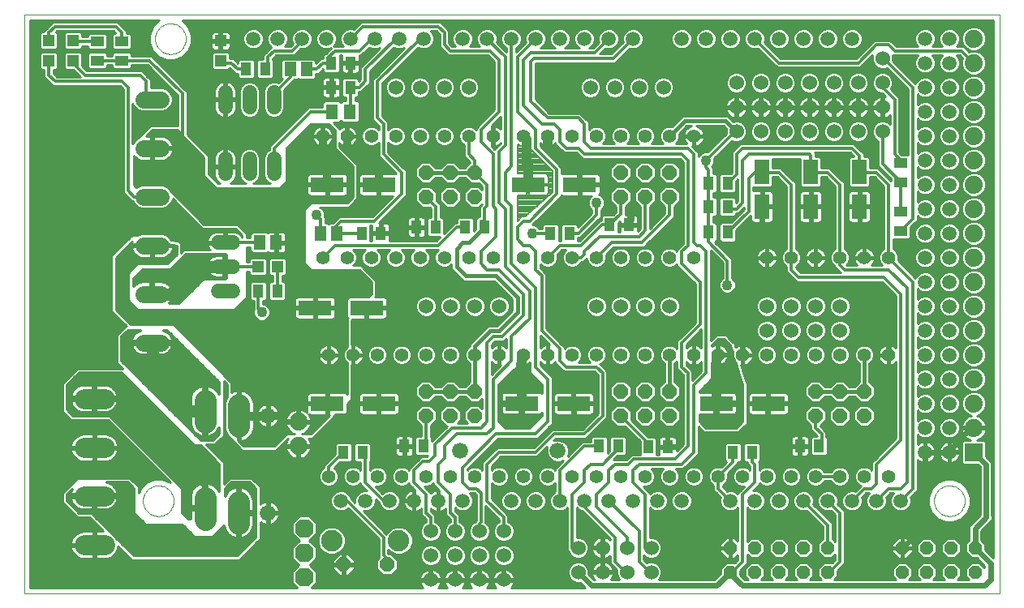
<source format=gtl>
G75*
G70*
%OFA0B0*%
%FSLAX24Y24*%
%IPPOS*%
%LPD*%
%AMOC8*
5,1,8,0,0,1.08239X$1,22.5*
%
%ADD10C,0.0000*%
%ADD11R,0.0433X0.0551*%
%ADD12R,0.0630X0.1024*%
%ADD13C,0.0600*%
%ADD14C,0.0600*%
%ADD15C,0.0660*%
%ADD16C,0.0591*%
%ADD17R,0.0472X0.0472*%
%ADD18R,0.1378X0.0630*%
%ADD19C,0.0709*%
%ADD20OC8,0.0600*%
%ADD21OC8,0.0760*%
%ADD22C,0.0906*%
%ADD23C,0.0825*%
%ADD24C,0.0560*%
%ADD25OC8,0.0560*%
%ADD26C,0.0551*%
%ADD27R,0.0740X0.0740*%
%ADD28C,0.0740*%
%ADD29R,0.0512X0.0591*%
%ADD30R,0.0512X0.0630*%
%ADD31C,0.0885*%
%ADD32R,0.0551X0.0433*%
%ADD33C,0.0240*%
%ADD34C,0.0433*%
%ADD35C,0.0560*%
%ADD36C,0.0320*%
%ADD37C,0.0120*%
%ADD38C,0.0400*%
%ADD39C,0.0100*%
%ADD40C,0.0160*%
%ADD41C,0.0220*%
%ADD42C,0.0232*%
%ADD43C,0.0360*%
%ADD44C,0.0500*%
%ADD45C,0.0079*%
D10*
X001260Y000847D02*
X041317Y000847D01*
X041317Y024655D01*
X001260Y024655D01*
X001260Y000847D01*
X006130Y004659D02*
X006132Y004709D01*
X006138Y004759D01*
X006148Y004808D01*
X006162Y004856D01*
X006179Y004903D01*
X006200Y004948D01*
X006225Y004992D01*
X006253Y005033D01*
X006285Y005072D01*
X006319Y005109D01*
X006356Y005143D01*
X006396Y005173D01*
X006438Y005200D01*
X006482Y005224D01*
X006528Y005245D01*
X006575Y005261D01*
X006623Y005274D01*
X006673Y005283D01*
X006722Y005288D01*
X006773Y005289D01*
X006823Y005286D01*
X006872Y005279D01*
X006921Y005268D01*
X006969Y005253D01*
X007015Y005235D01*
X007060Y005213D01*
X007103Y005187D01*
X007144Y005158D01*
X007183Y005126D01*
X007219Y005091D01*
X007251Y005053D01*
X007281Y005013D01*
X007308Y004970D01*
X007331Y004926D01*
X007350Y004880D01*
X007366Y004832D01*
X007378Y004783D01*
X007386Y004734D01*
X007390Y004684D01*
X007390Y004634D01*
X007386Y004584D01*
X007378Y004535D01*
X007366Y004486D01*
X007350Y004438D01*
X007331Y004392D01*
X007308Y004348D01*
X007281Y004305D01*
X007251Y004265D01*
X007219Y004227D01*
X007183Y004192D01*
X007144Y004160D01*
X007103Y004131D01*
X007060Y004105D01*
X007015Y004083D01*
X006969Y004065D01*
X006921Y004050D01*
X006872Y004039D01*
X006823Y004032D01*
X006773Y004029D01*
X006722Y004030D01*
X006673Y004035D01*
X006623Y004044D01*
X006575Y004057D01*
X006528Y004073D01*
X006482Y004094D01*
X006438Y004118D01*
X006396Y004145D01*
X006356Y004175D01*
X006319Y004209D01*
X006285Y004246D01*
X006253Y004285D01*
X006225Y004326D01*
X006200Y004370D01*
X006179Y004415D01*
X006162Y004462D01*
X006148Y004510D01*
X006138Y004559D01*
X006132Y004609D01*
X006130Y004659D01*
X006630Y023659D02*
X006632Y023709D01*
X006638Y023759D01*
X006648Y023808D01*
X006662Y023856D01*
X006679Y023903D01*
X006700Y023948D01*
X006725Y023992D01*
X006753Y024033D01*
X006785Y024072D01*
X006819Y024109D01*
X006856Y024143D01*
X006896Y024173D01*
X006938Y024200D01*
X006982Y024224D01*
X007028Y024245D01*
X007075Y024261D01*
X007123Y024274D01*
X007173Y024283D01*
X007222Y024288D01*
X007273Y024289D01*
X007323Y024286D01*
X007372Y024279D01*
X007421Y024268D01*
X007469Y024253D01*
X007515Y024235D01*
X007560Y024213D01*
X007603Y024187D01*
X007644Y024158D01*
X007683Y024126D01*
X007719Y024091D01*
X007751Y024053D01*
X007781Y024013D01*
X007808Y023970D01*
X007831Y023926D01*
X007850Y023880D01*
X007866Y023832D01*
X007878Y023783D01*
X007886Y023734D01*
X007890Y023684D01*
X007890Y023634D01*
X007886Y023584D01*
X007878Y023535D01*
X007866Y023486D01*
X007850Y023438D01*
X007831Y023392D01*
X007808Y023348D01*
X007781Y023305D01*
X007751Y023265D01*
X007719Y023227D01*
X007683Y023192D01*
X007644Y023160D01*
X007603Y023131D01*
X007560Y023105D01*
X007515Y023083D01*
X007469Y023065D01*
X007421Y023050D01*
X007372Y023039D01*
X007323Y023032D01*
X007273Y023029D01*
X007222Y023030D01*
X007173Y023035D01*
X007123Y023044D01*
X007075Y023057D01*
X007028Y023073D01*
X006982Y023094D01*
X006938Y023118D01*
X006896Y023145D01*
X006856Y023175D01*
X006819Y023209D01*
X006785Y023246D01*
X006753Y023285D01*
X006725Y023326D01*
X006700Y023370D01*
X006679Y023415D01*
X006662Y023462D01*
X006648Y023510D01*
X006638Y023559D01*
X006632Y023609D01*
X006630Y023659D01*
X038630Y004659D02*
X038632Y004709D01*
X038638Y004759D01*
X038648Y004808D01*
X038662Y004856D01*
X038679Y004903D01*
X038700Y004948D01*
X038725Y004992D01*
X038753Y005033D01*
X038785Y005072D01*
X038819Y005109D01*
X038856Y005143D01*
X038896Y005173D01*
X038938Y005200D01*
X038982Y005224D01*
X039028Y005245D01*
X039075Y005261D01*
X039123Y005274D01*
X039173Y005283D01*
X039222Y005288D01*
X039273Y005289D01*
X039323Y005286D01*
X039372Y005279D01*
X039421Y005268D01*
X039469Y005253D01*
X039515Y005235D01*
X039560Y005213D01*
X039603Y005187D01*
X039644Y005158D01*
X039683Y005126D01*
X039719Y005091D01*
X039751Y005053D01*
X039781Y005013D01*
X039808Y004970D01*
X039831Y004926D01*
X039850Y004880D01*
X039866Y004832D01*
X039878Y004783D01*
X039886Y004734D01*
X039890Y004684D01*
X039890Y004634D01*
X039886Y004584D01*
X039878Y004535D01*
X039866Y004486D01*
X039850Y004438D01*
X039831Y004392D01*
X039808Y004348D01*
X039781Y004305D01*
X039751Y004265D01*
X039719Y004227D01*
X039683Y004192D01*
X039644Y004160D01*
X039603Y004131D01*
X039560Y004105D01*
X039515Y004083D01*
X039469Y004065D01*
X039421Y004050D01*
X039372Y004039D01*
X039323Y004032D01*
X039273Y004029D01*
X039222Y004030D01*
X039173Y004035D01*
X039123Y004044D01*
X039075Y004057D01*
X039028Y004073D01*
X038982Y004094D01*
X038938Y004118D01*
X038896Y004145D01*
X038856Y004175D01*
X038819Y004209D01*
X038785Y004246D01*
X038753Y004285D01*
X038725Y004326D01*
X038700Y004370D01*
X038679Y004415D01*
X038662Y004462D01*
X038648Y004510D01*
X038638Y004559D01*
X038632Y004609D01*
X038630Y004659D01*
D11*
X033904Y006909D03*
X033116Y006909D03*
X031154Y006659D03*
X030366Y006659D03*
X027679Y006884D03*
X026891Y006884D03*
X025654Y006909D03*
X024866Y006909D03*
X017654Y006909D03*
X016866Y006909D03*
X015154Y006659D03*
X014366Y006659D03*
X011654Y013284D03*
X010866Y013284D03*
X015116Y015659D03*
X015904Y015659D03*
X017366Y015909D03*
X018154Y015909D03*
X019366Y015909D03*
X020154Y015909D03*
X022866Y015659D03*
X023654Y015659D03*
X025306Y016008D03*
X026094Y016008D03*
X029366Y015704D03*
X030154Y015704D03*
X030154Y016742D03*
X029366Y016742D03*
X029366Y017722D03*
X030154Y017722D03*
X014654Y021659D03*
X013866Y021659D03*
X013866Y022659D03*
X014654Y022659D03*
X011154Y022409D03*
X010366Y022409D03*
D12*
X031560Y018178D03*
X033560Y018178D03*
X035560Y018178D03*
X035560Y016760D03*
X033560Y016760D03*
X031560Y016760D03*
D13*
X031510Y019847D03*
X032510Y019847D03*
X033510Y019847D03*
X034510Y019847D03*
X035510Y019847D03*
X036510Y019847D03*
X036510Y020847D03*
X036510Y021847D03*
X035510Y021847D03*
X034510Y021847D03*
X033510Y021847D03*
X032510Y021847D03*
X031510Y021847D03*
X030510Y021847D03*
X030510Y020847D03*
X031510Y020847D03*
X032510Y020847D03*
X033510Y020847D03*
X034510Y020847D03*
X035510Y020847D03*
X036510Y022847D03*
X030510Y019847D03*
X027510Y021659D03*
X026510Y021659D03*
X025510Y021659D03*
X024510Y021659D03*
X019510Y021659D03*
X018510Y021659D03*
X017510Y021659D03*
X016510Y021659D03*
X017760Y012659D03*
X018760Y012659D03*
X019760Y012659D03*
X020760Y012659D03*
X024760Y012659D03*
X025760Y012659D03*
X026760Y012659D03*
X027760Y012659D03*
X031760Y012659D03*
X032760Y012659D03*
X033760Y012659D03*
X034760Y012659D03*
X034760Y011659D03*
X033760Y011659D03*
X032760Y011659D03*
X031760Y011659D03*
X020947Y003409D03*
X019947Y003409D03*
X018947Y003409D03*
X017947Y003409D03*
X017947Y002409D03*
X018947Y002409D03*
X019947Y002409D03*
X020947Y002409D03*
X020947Y001409D03*
X019947Y001409D03*
X018947Y001409D03*
X017947Y001409D03*
X024010Y001722D03*
X025010Y001722D03*
X026010Y001722D03*
X027010Y001722D03*
X027010Y002722D03*
X026010Y002722D03*
X025010Y002722D03*
X024010Y002722D03*
D14*
X009810Y013284D02*
X009210Y013284D01*
X009210Y014284D02*
X009810Y014284D01*
X009810Y015284D02*
X009210Y015284D01*
X009510Y018109D02*
X009510Y018709D01*
X010510Y018709D02*
X010510Y018109D01*
X011510Y018109D02*
X011510Y018709D01*
X011510Y020859D02*
X011510Y021459D01*
X010510Y021459D02*
X010510Y020859D01*
X009510Y020859D02*
X009510Y021459D01*
D15*
X011260Y008159D03*
X011260Y004159D03*
X019170Y006710D03*
X023170Y006710D03*
D16*
X023260Y004659D03*
X024260Y004659D03*
X025260Y004659D03*
X026260Y004659D03*
X027260Y004659D03*
X028260Y004659D03*
X030260Y004659D03*
X031260Y004659D03*
X032260Y004659D03*
X033260Y004659D03*
X034260Y004659D03*
X035260Y004659D03*
X036260Y004659D03*
X037260Y004659D03*
X038260Y006659D03*
X039260Y006659D03*
X039260Y007659D03*
X038260Y007659D03*
X038260Y008659D03*
X039260Y008659D03*
X039260Y009659D03*
X038260Y009659D03*
X038260Y010659D03*
X039260Y010659D03*
X039260Y011659D03*
X038260Y011659D03*
X038260Y012659D03*
X039260Y012659D03*
X039260Y013659D03*
X038260Y013659D03*
X038260Y014659D03*
X039260Y014659D03*
X039260Y015659D03*
X038260Y015659D03*
X038260Y016659D03*
X039260Y016659D03*
X039260Y017659D03*
X038260Y017659D03*
X038260Y018659D03*
X039260Y018659D03*
X039260Y019659D03*
X038260Y019659D03*
X038260Y020659D03*
X039260Y020659D03*
X039260Y021659D03*
X038260Y021659D03*
X038260Y022659D03*
X039260Y022659D03*
X039260Y023659D03*
X038260Y023659D03*
X035260Y023659D03*
X034260Y023659D03*
X033260Y023659D03*
X032260Y023659D03*
X031260Y023659D03*
X030260Y023659D03*
X029260Y023659D03*
X028260Y023659D03*
X026260Y023659D03*
X025260Y023659D03*
X024260Y023659D03*
X023260Y023659D03*
X022260Y023659D03*
X021260Y023659D03*
X020260Y023659D03*
X019260Y023659D03*
X017660Y023659D03*
X016660Y023659D03*
X015660Y023659D03*
X014660Y023659D03*
X013660Y023659D03*
X012660Y023659D03*
X011660Y023659D03*
X010660Y023659D03*
X014260Y004659D03*
X015260Y004659D03*
X016260Y004659D03*
X017260Y004659D03*
X018260Y004659D03*
X019260Y004659D03*
X021260Y004659D03*
X022260Y004659D03*
D17*
X011673Y014284D03*
X010846Y014284D03*
X009322Y022746D03*
X009322Y023573D03*
X003260Y023573D03*
X002260Y023573D03*
X002260Y022746D03*
X003260Y022746D03*
D18*
X013697Y017659D03*
X015823Y017659D03*
X021947Y017659D03*
X024073Y017659D03*
X015323Y012597D03*
X013197Y012597D03*
X013697Y008659D03*
X015823Y008659D03*
X021697Y008659D03*
X023823Y008659D03*
X029697Y008659D03*
X031823Y008659D03*
D19*
X006864Y011159D02*
X006156Y011159D01*
X006156Y013159D02*
X006864Y013159D01*
X006864Y015159D02*
X006156Y015159D01*
X006156Y017159D02*
X006864Y017159D01*
X006864Y019159D02*
X006156Y019159D01*
X006156Y021159D02*
X006864Y021159D01*
D20*
X017760Y018159D03*
X018760Y018159D03*
X019760Y018159D03*
X019760Y017159D03*
X018760Y017159D03*
X017760Y017159D03*
X025760Y017159D03*
X026760Y017159D03*
X027760Y017159D03*
X027760Y018159D03*
X026760Y018159D03*
X025760Y018159D03*
X025760Y009159D03*
X026760Y009159D03*
X027760Y009159D03*
X027760Y008159D03*
X026760Y008159D03*
X025760Y008159D03*
X019760Y008159D03*
X018760Y008159D03*
X017760Y008159D03*
X017760Y009159D03*
X018760Y009159D03*
X019760Y009159D03*
X016150Y002044D03*
X014370Y002044D03*
X033760Y008159D03*
X034760Y008159D03*
X035760Y008159D03*
X035760Y009159D03*
X034760Y009159D03*
X033760Y009159D03*
D21*
X012760Y003534D03*
X012760Y002524D03*
X012760Y001524D03*
D22*
X010072Y003706D02*
X010072Y004612D01*
X008697Y004799D02*
X008697Y003894D01*
X008697Y007894D02*
X008697Y008799D01*
X010072Y008612D02*
X010072Y007706D01*
D23*
X004547Y006847D02*
X003722Y006847D01*
X003722Y004847D02*
X004547Y004847D01*
X004547Y002847D02*
X003722Y002847D01*
X003722Y008847D02*
X004547Y008847D01*
D24*
X031760Y014659D03*
X032760Y014659D03*
X033760Y014659D03*
X034760Y014659D03*
X035760Y014659D03*
X036760Y014659D03*
D25*
X037322Y002722D03*
X038322Y002722D03*
X039322Y002722D03*
X040322Y002722D03*
X040322Y001722D03*
X039322Y001722D03*
X038322Y001722D03*
X037322Y001722D03*
X034260Y001722D03*
X033260Y001722D03*
X032260Y001722D03*
X031260Y001722D03*
X030260Y001722D03*
X030260Y002722D03*
X031260Y002722D03*
X032260Y002722D03*
X033260Y002722D03*
X034260Y002722D03*
D26*
X034760Y005659D03*
X033760Y005659D03*
X032760Y005659D03*
X031760Y005659D03*
X030760Y005659D03*
X029760Y005659D03*
X028760Y005659D03*
X027760Y005659D03*
X026760Y005659D03*
X025760Y005659D03*
X024760Y005659D03*
X023760Y005659D03*
X022760Y005659D03*
X021760Y005659D03*
X020760Y005659D03*
X019760Y005659D03*
X018760Y005659D03*
X017760Y005659D03*
X016760Y005659D03*
X015760Y005659D03*
X014760Y005659D03*
X013760Y005659D03*
X013760Y010659D03*
X014760Y010659D03*
X015760Y010659D03*
X016760Y010659D03*
X017760Y010659D03*
X018760Y010659D03*
X019760Y010659D03*
X020760Y010659D03*
X021760Y010659D03*
X022760Y010659D03*
X023760Y010659D03*
X024760Y010659D03*
X025760Y010659D03*
X026760Y010659D03*
X027760Y010659D03*
X028760Y010659D03*
X029760Y010659D03*
X030760Y010659D03*
X031760Y010659D03*
X032760Y010659D03*
X033760Y010659D03*
X034760Y010659D03*
X035760Y010659D03*
X036760Y010659D03*
X036760Y005659D03*
X035760Y005659D03*
X028760Y014659D03*
X027760Y014659D03*
X026760Y014659D03*
X025760Y014659D03*
X024760Y014659D03*
X023760Y014659D03*
X022760Y014659D03*
X021760Y014659D03*
X020510Y014659D03*
X019510Y014659D03*
X018510Y014659D03*
X017510Y014659D03*
X016510Y014659D03*
X015510Y014659D03*
X014510Y014659D03*
X013510Y014659D03*
X013510Y019659D03*
X014510Y019659D03*
X015510Y019659D03*
X016510Y019659D03*
X017510Y019659D03*
X018510Y019659D03*
X019510Y019659D03*
X020510Y019659D03*
X021760Y019659D03*
X022760Y019659D03*
X023760Y019659D03*
X024760Y019659D03*
X025760Y019659D03*
X026760Y019659D03*
X027760Y019659D03*
X028760Y019659D03*
D27*
X040260Y006659D03*
D28*
X040260Y007659D03*
X040260Y008659D03*
X040260Y009659D03*
X040260Y010659D03*
X040260Y011659D03*
X040260Y012659D03*
X040260Y013659D03*
X040260Y014659D03*
X040260Y015659D03*
X040260Y016659D03*
X040260Y017659D03*
X040260Y018659D03*
X040260Y019659D03*
X040260Y020659D03*
X040260Y021659D03*
X040260Y022659D03*
X040260Y023659D03*
X012510Y007909D03*
X012510Y006909D03*
D29*
X011594Y015284D03*
X010925Y015284D03*
X013425Y015659D03*
X014094Y015659D03*
X012844Y022409D03*
X012175Y022409D03*
D30*
X013886Y020659D03*
X014634Y020659D03*
D31*
X013880Y003024D03*
X016640Y003024D03*
D32*
X037260Y015765D03*
X037260Y016553D03*
X037260Y017765D03*
X037260Y018553D03*
X005260Y022765D03*
X005260Y023553D03*
X004260Y023553D03*
X004260Y022765D03*
D33*
X014760Y010659D02*
X014760Y010659D01*
X012510Y007909D02*
X012010Y007909D01*
X011760Y008159D01*
X023760Y007909D02*
X023823Y007972D01*
X023823Y008659D01*
X030760Y010659D02*
X030760Y012909D01*
X031260Y013409D01*
X031760Y013409D01*
X036260Y013409D01*
X036760Y012909D01*
X036760Y010659D01*
X039697Y007284D02*
X040260Y007659D01*
X040260Y007659D01*
X039697Y007284D02*
X039260Y006659D01*
X038260Y006659D01*
X038260Y003659D01*
X037322Y002722D01*
X037322Y002722D01*
X040322Y002722D02*
X040947Y002097D01*
X040947Y001409D01*
X040322Y002722D02*
X040322Y003534D01*
X040760Y003972D01*
X030260Y001722D02*
X030260Y001659D01*
X024073Y017659D02*
X024073Y018347D01*
X024135Y018409D01*
X024010Y018409D02*
X024073Y017846D01*
X024073Y017659D01*
D34*
X024135Y018409D03*
X024760Y016909D03*
X022135Y015659D03*
X015010Y013409D03*
X014010Y013409D03*
X013010Y013409D03*
X011010Y012409D03*
X013260Y016409D03*
X013510Y018909D03*
X012760Y018909D03*
X013260Y021159D03*
X008510Y022409D03*
X020135Y022659D03*
X029260Y018659D03*
X030135Y013534D03*
X031760Y007909D03*
X028100Y007409D03*
X023760Y007909D03*
X022010Y007909D03*
D35*
X004135Y006847D02*
X004072Y006909D01*
D36*
X011260Y008159D02*
X011760Y008159D01*
X013760Y010659D02*
X013760Y010659D01*
X013697Y017659D02*
X013697Y018222D01*
X013510Y018409D01*
X013510Y019659D01*
X014510Y019659D02*
X014510Y019159D01*
X014760Y018909D01*
X015260Y018909D01*
X015823Y018346D01*
X015823Y017659D01*
D37*
X015904Y017578D01*
X016760Y017284D02*
X016760Y018159D01*
X016010Y018909D01*
X016010Y020159D01*
X015760Y020409D01*
X015760Y021909D01*
X017510Y023659D01*
X017660Y023659D01*
X018260Y024159D02*
X015160Y024159D01*
X014660Y023659D01*
X015010Y023159D02*
X014010Y023159D01*
X013760Y022909D01*
X013760Y022765D01*
X013866Y022659D01*
X013510Y022659D01*
X013260Y022409D01*
X012844Y022409D01*
X012175Y022409D02*
X012175Y022074D01*
X011510Y021409D01*
X011510Y021097D01*
X011510Y021159D01*
X013010Y020659D02*
X011510Y019159D01*
X011510Y018409D01*
X011510Y018409D01*
X013260Y016409D02*
X013425Y016244D01*
X013425Y015659D01*
X014010Y015744D02*
X014010Y015909D01*
X014260Y016159D01*
X015635Y016159D01*
X016760Y017284D01*
X017010Y017034D02*
X017010Y020159D01*
X017635Y020784D01*
X020010Y020784D01*
X020510Y021284D01*
X020510Y022284D01*
X020135Y022659D01*
X020385Y023159D02*
X018760Y023159D01*
X018510Y023409D01*
X018510Y023909D01*
X018260Y024159D01*
X016660Y023659D02*
X016510Y023659D01*
X015260Y022409D01*
X015260Y021909D01*
X015010Y021659D01*
X014654Y021659D01*
X014654Y020679D01*
X014634Y020659D01*
X013886Y020659D02*
X013010Y020659D01*
X013260Y021159D02*
X013760Y021159D01*
X013866Y021265D01*
X013866Y021659D01*
X013510Y022159D02*
X013260Y021909D01*
X013260Y021159D01*
X013510Y022159D02*
X014510Y022159D01*
X014654Y022303D01*
X014654Y022659D01*
X015010Y023159D02*
X015510Y023659D01*
X015660Y023659D01*
X012660Y023659D02*
X012660Y023559D01*
X012260Y023159D01*
X011510Y023159D01*
X011260Y022909D01*
X011260Y022515D01*
X011154Y022409D01*
X010366Y022409D02*
X010010Y022409D01*
X009760Y022659D01*
X009409Y022659D01*
X009322Y022746D01*
X008760Y022659D02*
X008510Y022409D01*
X008760Y022659D02*
X008760Y023409D01*
X008923Y023573D01*
X009322Y023573D01*
X007760Y021409D02*
X006404Y022765D01*
X005260Y022765D01*
X004260Y022765D01*
X003760Y022159D02*
X006010Y022159D01*
X006260Y021909D01*
X006260Y021409D01*
X006510Y021159D01*
X005510Y021659D02*
X005260Y021909D01*
X002510Y021909D01*
X002260Y022159D01*
X002260Y022746D01*
X003260Y022746D02*
X003260Y022659D01*
X003760Y022159D01*
X005510Y021659D02*
X005510Y017409D01*
X005760Y017159D01*
X006510Y017159D01*
X007760Y019159D02*
X007760Y021409D01*
X005260Y023553D02*
X005260Y023909D01*
X005010Y024159D01*
X002510Y024159D01*
X002260Y023909D01*
X002260Y023573D01*
X003260Y023573D02*
X003280Y023553D01*
X004260Y023553D01*
X016510Y016534D02*
X016510Y015909D01*
X016260Y015659D01*
X015904Y015659D01*
X016510Y015909D02*
X017366Y015909D01*
X018154Y015909D02*
X018154Y016765D01*
X017760Y017159D01*
X017010Y017034D02*
X016510Y016534D01*
X015116Y015659D02*
X014094Y015659D01*
X014010Y015744D01*
X014010Y015159D02*
X013510Y014659D01*
X014010Y015159D02*
X018260Y015159D01*
X019010Y015909D01*
X019366Y015909D01*
X020154Y015909D02*
X020154Y016678D01*
X020260Y016784D01*
X020260Y017659D01*
X019760Y018159D01*
X019760Y018659D01*
X019510Y018909D01*
X019510Y019659D01*
X020010Y019409D02*
X020010Y019909D01*
X020760Y020659D01*
X020760Y022784D01*
X020385Y023159D01*
X020260Y023659D02*
X021010Y022909D01*
X021010Y019284D01*
X020760Y019034D01*
X020760Y016909D01*
X021010Y016659D01*
X021010Y014284D01*
X022010Y013284D01*
X022010Y012159D01*
X021260Y011409D01*
X021260Y010409D01*
X020510Y009659D01*
X020510Y007659D01*
X020260Y007409D01*
X019010Y007409D01*
X018510Y006909D01*
X018510Y006409D01*
X018260Y006159D01*
X018260Y005409D01*
X018760Y004909D01*
X018760Y004159D01*
X018947Y003972D01*
X018947Y003409D01*
X019947Y003409D02*
X019947Y003722D01*
X020010Y003784D01*
X020010Y004972D01*
X019822Y005159D01*
X019510Y005159D01*
X019260Y005409D01*
X019260Y006034D01*
X020635Y007409D01*
X022260Y007409D01*
X022760Y007909D01*
X022760Y009659D01*
X022260Y010159D01*
X022260Y013409D01*
X021260Y014409D01*
X021260Y016784D01*
X021010Y017034D01*
X021010Y018159D01*
X021260Y018409D01*
X021260Y023659D01*
X021510Y022909D02*
X022260Y023659D01*
X022072Y023097D02*
X021760Y022784D01*
X021760Y020909D01*
X022510Y020159D01*
X023010Y020159D01*
X023260Y019909D01*
X023260Y019409D01*
X023510Y019159D01*
X024010Y019159D01*
X024260Y018909D01*
X028260Y018909D01*
X028510Y018659D01*
X028510Y015159D01*
X028260Y014909D01*
X028260Y014409D01*
X029010Y013659D01*
X029010Y011909D01*
X028260Y011159D01*
X028260Y010159D01*
X028510Y009909D01*
X028510Y006909D01*
X027980Y006379D01*
X026292Y006379D01*
X026072Y006159D01*
X025510Y006159D01*
X025260Y005909D01*
X025260Y005409D01*
X024760Y004909D01*
X024760Y004409D01*
X026010Y003159D01*
X026010Y002722D01*
X025510Y003159D02*
X025510Y002159D01*
X025947Y001722D01*
X026010Y001722D01*
X026510Y002159D02*
X026947Y001722D01*
X027010Y001722D01*
X026510Y002159D02*
X026510Y003409D01*
X025260Y004659D01*
X024260Y004659D02*
X024260Y004409D01*
X025510Y003159D01*
X026760Y002722D02*
X027010Y002722D01*
X026760Y002722D02*
X026760Y004909D01*
X026260Y005409D01*
X026260Y005909D01*
X026510Y006159D01*
X028260Y006159D01*
X028760Y006659D01*
X028760Y009409D01*
X029260Y009909D01*
X029260Y014909D01*
X029010Y015159D01*
X028885Y015159D01*
X028760Y015284D01*
X028760Y018909D01*
X028510Y019159D01*
X024510Y019159D01*
X024260Y019409D01*
X024260Y020159D01*
X024010Y020409D01*
X022760Y020409D01*
X022072Y021097D01*
X022072Y022722D01*
X022197Y022847D01*
X025447Y022847D01*
X026260Y023659D01*
X025260Y023659D02*
X024697Y023097D01*
X022072Y023097D01*
X021510Y022909D02*
X021510Y020659D01*
X022260Y019909D01*
X022260Y019159D01*
X023135Y018284D01*
X023135Y017284D01*
X022010Y016159D01*
X021760Y016159D01*
X021510Y015909D01*
X021510Y015409D01*
X021760Y015159D01*
X022010Y015159D01*
X022260Y014909D01*
X022260Y014159D01*
X022510Y013909D01*
X022510Y011659D01*
X023260Y010909D01*
X023260Y010409D01*
X023510Y010159D01*
X024760Y010159D01*
X025010Y009909D01*
X025010Y008159D01*
X024260Y007409D01*
X023010Y007409D01*
X022260Y006659D01*
X020760Y006659D01*
X020260Y006159D01*
X020260Y004659D01*
X020947Y003972D01*
X020947Y003409D01*
X023260Y004659D02*
X023260Y005909D01*
X024260Y006909D01*
X024866Y006909D01*
X025010Y006159D02*
X025654Y006803D01*
X025654Y006909D01*
X025010Y006159D02*
X024510Y006159D01*
X024260Y005909D01*
X024260Y005409D01*
X023760Y004909D01*
X023760Y002722D01*
X024010Y002722D01*
X017947Y003409D02*
X017947Y003972D01*
X017760Y004159D01*
X017760Y004909D01*
X017260Y005409D01*
X017260Y005909D01*
X017635Y006284D01*
X017885Y006284D01*
X018135Y006534D01*
X018135Y006972D01*
X018822Y007659D01*
X020010Y007659D01*
X020260Y007909D01*
X020260Y011159D01*
X020510Y011409D01*
X020885Y011409D01*
X021760Y012284D01*
X021760Y013159D01*
X020760Y014159D01*
X020260Y014159D01*
X020010Y014409D01*
X020010Y014909D01*
X020635Y015534D01*
X020635Y016659D01*
X020510Y016784D01*
X020510Y018909D01*
X020010Y019409D01*
X024073Y017659D02*
X026135Y017659D01*
X026260Y017534D01*
X026260Y016174D01*
X026094Y016008D01*
X025760Y016462D02*
X025760Y017159D01*
X024760Y016909D02*
X024760Y016409D01*
X024010Y015659D01*
X023654Y015659D01*
X023260Y015159D02*
X022760Y014659D01*
X023260Y015159D02*
X024135Y015159D01*
X024984Y016008D01*
X025306Y016008D01*
X025760Y016462D01*
X026510Y015534D02*
X026760Y015784D01*
X026760Y017159D01*
X027760Y017159D02*
X027760Y016409D01*
X026635Y015284D01*
X025385Y015284D01*
X024760Y014659D01*
X024260Y014784D02*
X024135Y014659D01*
X023760Y014659D01*
X024260Y014784D02*
X024260Y014909D01*
X024885Y015534D01*
X026510Y015534D01*
X029366Y015704D02*
X029366Y015303D01*
X030135Y014534D01*
X030135Y013534D01*
X031760Y013409D02*
X031760Y014659D01*
X031760Y015659D01*
X031510Y015909D01*
X031510Y016710D01*
X031560Y016760D01*
X031010Y016560D02*
X031010Y017909D01*
X031279Y018178D01*
X031560Y018178D01*
X031579Y018159D01*
X032260Y018159D01*
X032760Y017659D01*
X032760Y014659D01*
X032760Y014159D01*
X033072Y013847D01*
X036572Y013847D01*
X037260Y013159D01*
X037260Y007159D01*
X036260Y006159D01*
X036260Y005347D01*
X036072Y005159D01*
X035760Y005159D01*
X035260Y004659D01*
X034760Y004159D02*
X034260Y004659D01*
X034760Y004159D02*
X034760Y002159D01*
X034322Y001722D01*
X034260Y001722D01*
X034260Y002722D02*
X034260Y003659D01*
X033260Y004659D01*
X033760Y005659D02*
X034760Y005659D01*
X036260Y004659D02*
X036760Y005159D01*
X037260Y005159D01*
X037510Y005409D01*
X037510Y013409D01*
X036760Y014159D01*
X034947Y014159D01*
X034760Y014347D01*
X034760Y014659D01*
X034760Y017659D01*
X034260Y018159D01*
X033579Y018159D01*
X033560Y018178D01*
X033560Y018859D01*
X033510Y018909D01*
X031010Y018909D01*
X030760Y018659D01*
X030760Y016909D01*
X030510Y016659D01*
X030237Y016659D01*
X030154Y016742D01*
X029366Y016742D02*
X029366Y017722D01*
X029366Y018265D01*
X029260Y018372D01*
X029260Y018659D01*
X030447Y019847D01*
X030510Y019847D01*
X030760Y019159D02*
X035260Y019159D01*
X035560Y018859D01*
X035560Y018178D01*
X035579Y018159D01*
X036260Y018159D01*
X036760Y017659D01*
X036760Y014659D01*
X036697Y014722D01*
X036760Y014659D02*
X037760Y013659D01*
X037760Y005159D01*
X037260Y004659D01*
X034010Y007015D02*
X033904Y006909D01*
X034010Y007015D02*
X034010Y007409D01*
X033760Y007659D01*
X033760Y008159D01*
X033116Y008303D02*
X032760Y008659D01*
X031823Y008659D01*
X031760Y008596D01*
X031760Y007909D01*
X030760Y007909D02*
X030510Y007659D01*
X029260Y007659D01*
X029010Y007909D01*
X029010Y008184D01*
X029637Y008184D01*
X029637Y008599D01*
X029757Y008599D01*
X029757Y008719D01*
X030546Y008719D01*
X030546Y008995D01*
X030535Y009036D01*
X030514Y009072D01*
X030484Y009102D01*
X030448Y009123D01*
X030407Y009134D01*
X029757Y009134D01*
X029757Y008719D01*
X029637Y008719D01*
X029637Y009134D01*
X029010Y009134D01*
X029010Y009159D01*
X029510Y009659D01*
X029510Y010302D01*
X029532Y010287D01*
X029593Y010255D01*
X029658Y010234D01*
X029726Y010224D01*
X029731Y010224D01*
X029731Y010630D01*
X029788Y010630D01*
X029788Y010224D01*
X029794Y010224D01*
X029862Y010234D01*
X029927Y010255D01*
X029988Y010287D01*
X030044Y010327D01*
X030092Y010375D01*
X030132Y010431D01*
X030163Y010492D01*
X030185Y010557D01*
X030195Y010625D01*
X030195Y010630D01*
X029789Y010630D01*
X029789Y010688D01*
X030195Y010688D01*
X030195Y010693D01*
X030185Y010761D01*
X030163Y010826D01*
X030132Y010887D01*
X030092Y010943D01*
X030044Y010991D01*
X029988Y011032D01*
X029927Y011063D01*
X029862Y011084D01*
X029794Y011095D01*
X029788Y011095D01*
X029788Y010688D01*
X029731Y010688D01*
X029731Y011095D01*
X029726Y011095D01*
X029658Y011084D01*
X029593Y011063D01*
X029532Y011032D01*
X029510Y011016D01*
X029510Y011034D01*
X029760Y011284D01*
X030010Y011284D01*
X030260Y011034D01*
X030348Y010748D01*
X030346Y010742D01*
X030346Y010577D01*
X030409Y010424D01*
X030465Y010368D01*
X030760Y009409D01*
X030760Y007909D01*
X030760Y007959D02*
X029010Y007959D01*
X029010Y008078D02*
X030760Y008078D01*
X030760Y008196D02*
X030450Y008196D01*
X030448Y008195D02*
X030484Y008216D01*
X030514Y008246D01*
X030535Y008282D01*
X030546Y008323D01*
X030546Y008599D01*
X029757Y008599D01*
X029757Y008184D01*
X030407Y008184D01*
X030448Y008195D01*
X030544Y008315D02*
X030760Y008315D01*
X030760Y008433D02*
X030546Y008433D01*
X030546Y008552D02*
X030760Y008552D01*
X030760Y008670D02*
X029757Y008670D01*
X029757Y008552D02*
X029637Y008552D01*
X029637Y008433D02*
X029757Y008433D01*
X029757Y008315D02*
X029637Y008315D01*
X029637Y008196D02*
X029757Y008196D01*
X029757Y008789D02*
X029637Y008789D01*
X029637Y008908D02*
X029757Y008908D01*
X029757Y009026D02*
X029637Y009026D01*
X029232Y009382D02*
X030760Y009382D01*
X030760Y009263D02*
X029114Y009263D01*
X029010Y009145D02*
X030760Y009145D01*
X030760Y009026D02*
X030538Y009026D01*
X030546Y008908D02*
X030760Y008908D01*
X030760Y008789D02*
X030546Y008789D01*
X030732Y009500D02*
X029351Y009500D01*
X029470Y009619D02*
X030695Y009619D01*
X030659Y009737D02*
X029510Y009737D01*
X029510Y009856D02*
X030622Y009856D01*
X030586Y009974D02*
X029510Y009974D01*
X029510Y010093D02*
X030549Y010093D01*
X030513Y010212D02*
X029510Y010212D01*
X029731Y010330D02*
X029788Y010330D01*
X029788Y010449D02*
X029731Y010449D01*
X029731Y010567D02*
X029788Y010567D01*
X029789Y010686D02*
X030346Y010686D01*
X030349Y010567D02*
X030186Y010567D01*
X030141Y010449D02*
X030399Y010449D01*
X030476Y010330D02*
X030047Y010330D01*
X030171Y010804D02*
X030331Y010804D01*
X030294Y010923D02*
X030107Y010923D01*
X029969Y011041D02*
X030253Y011041D01*
X030134Y011160D02*
X029636Y011160D01*
X029551Y011041D02*
X029517Y011041D01*
X029731Y011041D02*
X029788Y011041D01*
X029788Y010923D02*
X029731Y010923D01*
X029731Y010804D02*
X029788Y010804D01*
X029754Y011278D02*
X030016Y011278D01*
X033116Y008303D02*
X033116Y006909D01*
X031154Y006659D02*
X031154Y006265D01*
X031260Y006159D01*
X031260Y005409D01*
X030760Y004909D01*
X030760Y002159D01*
X030322Y001722D01*
X030260Y001722D01*
X030260Y004659D02*
X029760Y005159D01*
X029760Y005659D01*
X030366Y006265D01*
X030366Y006659D01*
X030573Y007722D02*
X029197Y007722D01*
X029078Y007841D02*
X030691Y007841D01*
X028100Y007409D02*
X028100Y006999D01*
X028010Y006909D01*
X027704Y006909D01*
X027679Y006884D01*
X026891Y006884D02*
X026891Y007028D01*
X025760Y008159D01*
X022510Y008159D02*
X022010Y007659D01*
X021010Y007659D01*
X020760Y007909D01*
X020760Y009409D01*
X021510Y010159D01*
X021510Y010302D01*
X021532Y010287D01*
X021593Y010255D01*
X021658Y010234D01*
X021726Y010224D01*
X021731Y010224D01*
X021731Y010630D01*
X021788Y010630D01*
X021788Y010224D01*
X021794Y010224D01*
X021862Y010234D01*
X021927Y010255D01*
X021988Y010287D01*
X022010Y010302D01*
X022010Y009909D01*
X022510Y009409D01*
X022510Y009076D01*
X022484Y009102D01*
X022448Y009123D01*
X022407Y009134D01*
X021757Y009134D01*
X021757Y008719D01*
X021637Y008719D01*
X021637Y009134D01*
X020987Y009134D01*
X020946Y009123D01*
X020910Y009102D01*
X020880Y009072D01*
X020859Y009036D01*
X020848Y008995D01*
X020848Y008719D01*
X021637Y008719D01*
X021637Y008599D01*
X021757Y008599D01*
X021757Y008184D01*
X022407Y008184D01*
X022448Y008195D01*
X022484Y008216D01*
X022510Y008242D01*
X022510Y008159D01*
X022510Y008196D02*
X022450Y008196D01*
X022428Y008078D02*
X020760Y008078D01*
X020760Y008196D02*
X020944Y008196D01*
X020946Y008195D02*
X020987Y008184D01*
X021637Y008184D01*
X021637Y008599D01*
X020848Y008599D01*
X020848Y008323D01*
X020859Y008282D01*
X020880Y008246D01*
X020910Y008216D01*
X020946Y008195D01*
X020850Y008315D02*
X020760Y008315D01*
X020760Y008433D02*
X020848Y008433D01*
X020848Y008552D02*
X020760Y008552D01*
X020760Y008670D02*
X021637Y008670D01*
X021637Y008552D02*
X021757Y008552D01*
X021757Y008433D02*
X021637Y008433D01*
X021637Y008315D02*
X021757Y008315D01*
X021757Y008196D02*
X021637Y008196D01*
X022310Y007959D02*
X020760Y007959D01*
X020828Y007841D02*
X022191Y007841D01*
X022073Y007722D02*
X020947Y007722D01*
X020848Y008789D02*
X020760Y008789D01*
X020760Y008908D02*
X020848Y008908D01*
X020856Y009026D02*
X020760Y009026D01*
X020760Y009145D02*
X022510Y009145D01*
X022510Y009263D02*
X020760Y009263D01*
X020760Y009382D02*
X022510Y009382D01*
X022419Y009500D02*
X020851Y009500D01*
X020970Y009619D02*
X022300Y009619D01*
X022182Y009737D02*
X021088Y009737D01*
X021207Y009856D02*
X022063Y009856D01*
X022010Y009974D02*
X021325Y009974D01*
X021444Y010093D02*
X022010Y010093D01*
X022010Y010212D02*
X021510Y010212D01*
X021731Y010330D02*
X021788Y010330D01*
X021788Y010449D02*
X021731Y010449D01*
X021731Y010567D02*
X021788Y010567D01*
X021757Y009026D02*
X021637Y009026D01*
X021637Y008908D02*
X021757Y008908D01*
X021757Y008789D02*
X021637Y008789D01*
X017760Y008159D02*
X017760Y007015D01*
X017654Y006909D01*
X016866Y006909D02*
X016866Y008553D01*
X016760Y008659D01*
X015823Y008659D01*
X015154Y006659D02*
X015260Y006553D01*
X015260Y005409D01*
X016010Y004659D01*
X016260Y004659D01*
X016010Y003159D02*
X014510Y004659D01*
X014260Y004659D01*
X013760Y005659D02*
X013760Y006053D01*
X014366Y006659D01*
X010760Y005159D02*
X010760Y003159D01*
X010010Y002409D01*
X005760Y002409D01*
X005018Y003151D01*
X005015Y003159D01*
X004860Y003314D01*
X004852Y003317D01*
X004010Y004159D01*
X003510Y004159D01*
X003010Y004659D01*
X003010Y004909D01*
X003217Y005117D01*
X003192Y005066D01*
X003164Y004981D01*
X003152Y004907D01*
X004075Y004907D01*
X004075Y004787D01*
X003152Y004787D01*
X003164Y004713D01*
X003192Y004627D01*
X003233Y004547D01*
X003286Y004474D01*
X003349Y004410D01*
X003422Y004357D01*
X003503Y004316D01*
X003588Y004288D01*
X003677Y004274D01*
X004075Y004274D01*
X004075Y004786D01*
X004195Y004786D01*
X004195Y004274D01*
X004592Y004274D01*
X004681Y004288D01*
X004767Y004316D01*
X004847Y004357D01*
X004920Y004410D01*
X004984Y004474D01*
X005037Y004547D01*
X005078Y004627D01*
X005106Y004713D01*
X005117Y004787D01*
X004195Y004787D01*
X004195Y004907D01*
X005117Y004907D01*
X005106Y004981D01*
X005078Y005066D01*
X005037Y005147D01*
X004984Y005220D01*
X004920Y005283D01*
X004847Y005336D01*
X004767Y005377D01*
X004681Y005405D01*
X004656Y005409D01*
X005510Y005409D01*
X005760Y005159D01*
X005760Y004159D01*
X006260Y003659D01*
X007760Y003659D01*
X008260Y003159D01*
X009010Y003159D01*
X009466Y003616D01*
X009475Y003563D01*
X009504Y003471D01*
X009548Y003385D01*
X009605Y003307D01*
X009673Y003239D01*
X009751Y003182D01*
X009837Y003139D01*
X009929Y003109D01*
X010014Y003095D01*
X010014Y004101D01*
X010130Y004101D01*
X010130Y003095D01*
X010216Y003109D01*
X010308Y003139D01*
X010394Y003182D01*
X010472Y003239D01*
X010540Y003307D01*
X010596Y003385D01*
X010640Y003471D01*
X010670Y003563D01*
X010685Y003658D01*
X010685Y004101D01*
X010131Y004101D01*
X010131Y004217D01*
X010685Y004217D01*
X010685Y004660D01*
X010670Y004755D01*
X010640Y004847D01*
X010596Y004933D01*
X010540Y005011D01*
X010472Y005079D01*
X010394Y005136D01*
X010308Y005180D01*
X010216Y005210D01*
X010130Y005223D01*
X010130Y004217D01*
X010014Y004217D01*
X010014Y005223D01*
X009929Y005210D01*
X009837Y005180D01*
X009751Y005136D01*
X009673Y005079D01*
X009605Y005011D01*
X009548Y004933D01*
X009510Y004858D01*
X009510Y005159D01*
X009760Y005409D01*
X010510Y005409D01*
X010760Y005159D01*
X010760Y005114D02*
X010424Y005114D01*
X010551Y004996D02*
X010760Y004996D01*
X010760Y004877D02*
X010625Y004877D01*
X010669Y004759D02*
X010760Y004759D01*
X010760Y004640D02*
X010685Y004640D01*
X010685Y004521D02*
X010760Y004521D01*
X010760Y004403D02*
X010685Y004403D01*
X010685Y004284D02*
X010760Y004284D01*
X010760Y004166D02*
X010131Y004166D01*
X010130Y004284D02*
X010014Y004284D01*
X010014Y004403D02*
X010130Y004403D01*
X010130Y004521D02*
X010014Y004521D01*
X010014Y004640D02*
X010130Y004640D01*
X010130Y004759D02*
X010014Y004759D01*
X010014Y004877D02*
X010130Y004877D01*
X010130Y004996D02*
X010014Y004996D01*
X010014Y005114D02*
X010130Y005114D01*
X009721Y005114D02*
X009510Y005114D01*
X009510Y004996D02*
X009594Y004996D01*
X009520Y004877D02*
X009510Y004877D01*
X009260Y005045D02*
X009221Y005121D01*
X009165Y005199D01*
X009096Y005267D01*
X009018Y005323D01*
X008933Y005367D01*
X008841Y005397D01*
X008755Y005411D01*
X008755Y004405D01*
X008639Y004405D01*
X008639Y005411D01*
X008554Y005397D01*
X008462Y005367D01*
X008376Y005323D01*
X008298Y005267D01*
X008230Y005199D01*
X008173Y005121D01*
X008129Y005035D01*
X008100Y004943D01*
X008085Y004848D01*
X008085Y004405D01*
X008639Y004405D01*
X008639Y004288D01*
X008085Y004288D01*
X008085Y003909D01*
X008010Y003909D01*
X007760Y004159D01*
X007760Y005159D01*
X004760Y008159D01*
X003260Y008159D01*
X003010Y008409D01*
X003010Y009409D01*
X003510Y009909D01*
X005260Y009909D01*
X008260Y006909D01*
X008510Y006909D01*
X009260Y006159D01*
X009260Y005045D01*
X009260Y005114D02*
X009225Y005114D01*
X009260Y005233D02*
X009131Y005233D01*
X009260Y005351D02*
X008964Y005351D01*
X008755Y005351D02*
X008639Y005351D01*
X008639Y005233D02*
X008755Y005233D01*
X008755Y005114D02*
X008639Y005114D01*
X008639Y004996D02*
X008755Y004996D01*
X008755Y004877D02*
X008639Y004877D01*
X008639Y004759D02*
X008755Y004759D01*
X008755Y004640D02*
X008639Y004640D01*
X008639Y004521D02*
X008755Y004521D01*
X008639Y004403D02*
X007760Y004403D01*
X007760Y004521D02*
X008085Y004521D01*
X008085Y004640D02*
X007760Y004640D01*
X007760Y004759D02*
X008085Y004759D01*
X008089Y004877D02*
X007760Y004877D01*
X007760Y004996D02*
X008117Y004996D01*
X008170Y005114D02*
X007760Y005114D01*
X007686Y005233D02*
X008264Y005233D01*
X008431Y005351D02*
X007568Y005351D01*
X007449Y005470D02*
X009260Y005470D01*
X009260Y005588D02*
X007331Y005588D01*
X007212Y005707D02*
X009260Y005707D01*
X009260Y005825D02*
X007094Y005825D01*
X006975Y005944D02*
X009260Y005944D01*
X009260Y006063D02*
X006856Y006063D01*
X006738Y006181D02*
X009238Y006181D01*
X009119Y006300D02*
X006619Y006300D01*
X006501Y006418D02*
X009001Y006418D01*
X008882Y006537D02*
X006382Y006537D01*
X006264Y006655D02*
X008764Y006655D01*
X008645Y006774D02*
X006145Y006774D01*
X006027Y006892D02*
X008527Y006892D01*
X008510Y007159D02*
X005260Y010409D01*
X005260Y011409D01*
X005510Y011659D01*
X006030Y011659D01*
X005958Y011636D01*
X005886Y011599D01*
X005820Y011551D01*
X005763Y011494D01*
X005716Y011429D01*
X005679Y011357D01*
X005654Y011280D01*
X005644Y011217D01*
X006451Y011217D01*
X006451Y011101D01*
X005644Y011101D01*
X005654Y011039D01*
X005679Y010962D01*
X005716Y010890D01*
X005763Y010824D01*
X005820Y010767D01*
X005886Y010719D01*
X005958Y010682D01*
X006035Y010657D01*
X006115Y010645D01*
X006452Y010645D01*
X006452Y011101D01*
X006568Y011101D01*
X006568Y011217D01*
X007376Y011217D01*
X007366Y011280D01*
X007341Y011357D01*
X007304Y011429D01*
X007256Y011494D01*
X007199Y011551D01*
X007134Y011599D01*
X007062Y011636D01*
X006990Y011659D01*
X007135Y011659D01*
X009260Y009534D01*
X009260Y009045D01*
X009221Y009121D01*
X009165Y009199D01*
X009096Y009267D01*
X009018Y009323D01*
X008933Y009367D01*
X008841Y009397D01*
X008755Y009411D01*
X008755Y008405D01*
X008639Y008405D01*
X008639Y009411D01*
X008554Y009397D01*
X008462Y009367D01*
X008376Y009323D01*
X008298Y009267D01*
X008230Y009199D01*
X008173Y009121D01*
X008129Y009035D01*
X008100Y008943D01*
X008085Y008848D01*
X008085Y008405D01*
X008639Y008405D01*
X008639Y008288D01*
X008755Y008288D01*
X008755Y007283D01*
X008841Y007296D01*
X008933Y007326D01*
X009018Y007370D01*
X009096Y007426D01*
X009165Y007495D01*
X009221Y007573D01*
X009260Y007648D01*
X009260Y007409D01*
X009010Y007159D01*
X008510Y007159D01*
X008421Y007248D02*
X009099Y007248D01*
X009012Y007366D02*
X009217Y007366D01*
X009260Y007485D02*
X009155Y007485D01*
X009237Y007604D02*
X009260Y007604D01*
X008755Y007604D02*
X008639Y007604D01*
X008639Y007722D02*
X008755Y007722D01*
X008755Y007841D02*
X008639Y007841D01*
X008639Y007959D02*
X008755Y007959D01*
X008755Y008078D02*
X008639Y008078D01*
X008639Y008196D02*
X008755Y008196D01*
X008639Y008288D02*
X008639Y007283D01*
X008554Y007296D01*
X008462Y007326D01*
X008376Y007370D01*
X008298Y007426D01*
X008230Y007495D01*
X008173Y007573D01*
X008129Y007659D01*
X008100Y007750D01*
X008085Y007846D01*
X008085Y008288D01*
X008639Y008288D01*
X008639Y008315D02*
X007354Y008315D01*
X007236Y008433D02*
X008085Y008433D01*
X008085Y008552D02*
X007117Y008552D01*
X006999Y008670D02*
X008085Y008670D01*
X008085Y008789D02*
X006880Y008789D01*
X006761Y008908D02*
X008094Y008908D01*
X008127Y009026D02*
X006643Y009026D01*
X006524Y009145D02*
X008191Y009145D01*
X008295Y009263D02*
X006406Y009263D01*
X006287Y009382D02*
X008507Y009382D01*
X008639Y009382D02*
X008755Y009382D01*
X008755Y009263D02*
X008639Y009263D01*
X008639Y009145D02*
X008755Y009145D01*
X008755Y009026D02*
X008639Y009026D01*
X008639Y008908D02*
X008755Y008908D01*
X008755Y008789D02*
X008639Y008789D01*
X008639Y008670D02*
X008755Y008670D01*
X008755Y008552D02*
X008639Y008552D01*
X008639Y008433D02*
X008755Y008433D01*
X008760Y008409D02*
X008697Y008347D01*
X008085Y008196D02*
X007473Y008196D01*
X007591Y008078D02*
X008085Y008078D01*
X008085Y007959D02*
X007710Y007959D01*
X007828Y007841D02*
X008085Y007841D01*
X008109Y007722D02*
X007947Y007722D01*
X008065Y007604D02*
X008157Y007604D01*
X008184Y007485D02*
X008240Y007485D01*
X008302Y007366D02*
X008383Y007366D01*
X008639Y007366D02*
X008755Y007366D01*
X008755Y007485D02*
X008639Y007485D01*
X008158Y007011D02*
X005908Y007011D01*
X005790Y007129D02*
X008040Y007129D01*
X007921Y007248D02*
X005671Y007248D01*
X005552Y007366D02*
X007802Y007366D01*
X007684Y007485D02*
X005434Y007485D01*
X005315Y007604D02*
X007565Y007604D01*
X007447Y007722D02*
X005197Y007722D01*
X005078Y007841D02*
X007328Y007841D01*
X007210Y007959D02*
X004960Y007959D01*
X004841Y008078D02*
X007091Y008078D01*
X006973Y008196D02*
X003223Y008196D01*
X003104Y008315D02*
X003506Y008315D01*
X003503Y008316D02*
X003588Y008288D01*
X003677Y008274D01*
X004075Y008274D01*
X004075Y008786D01*
X004195Y008786D01*
X004195Y008274D01*
X004592Y008274D01*
X004681Y008288D01*
X004767Y008316D01*
X004847Y008357D01*
X004920Y008410D01*
X004984Y008474D01*
X005037Y008547D01*
X005078Y008627D01*
X005106Y008713D01*
X005117Y008787D01*
X004195Y008787D01*
X004195Y008907D01*
X004075Y008907D01*
X004075Y009419D01*
X003677Y009419D01*
X003588Y009405D01*
X003503Y009377D01*
X003422Y009336D01*
X003349Y009283D01*
X003286Y009220D01*
X003233Y009147D01*
X003192Y009066D01*
X003164Y008981D01*
X003152Y008907D01*
X004075Y008907D01*
X004075Y008908D02*
X004195Y008908D01*
X004195Y008907D02*
X004195Y009419D01*
X004592Y009419D01*
X004681Y009405D01*
X004767Y009377D01*
X004847Y009336D01*
X004920Y009283D01*
X004984Y009220D01*
X005037Y009147D01*
X005078Y009066D01*
X005106Y008981D01*
X005117Y008907D01*
X004195Y008907D01*
X004195Y008789D02*
X006380Y008789D01*
X006499Y008670D02*
X005092Y008670D01*
X005040Y008552D02*
X006617Y008552D01*
X006736Y008433D02*
X004944Y008433D01*
X004763Y008315D02*
X006854Y008315D01*
X006261Y008908D02*
X005117Y008908D01*
X005091Y009026D02*
X006143Y009026D01*
X006024Y009145D02*
X005038Y009145D01*
X004940Y009263D02*
X005906Y009263D01*
X005787Y009382D02*
X004753Y009382D01*
X005432Y009737D02*
X003338Y009737D01*
X003220Y009619D02*
X005550Y009619D01*
X005669Y009500D02*
X003101Y009500D01*
X003010Y009382D02*
X003516Y009382D01*
X003329Y009263D02*
X003010Y009263D01*
X003010Y009145D02*
X003232Y009145D01*
X003179Y009026D02*
X003010Y009026D01*
X003010Y008908D02*
X003152Y008908D01*
X003152Y008787D02*
X003164Y008713D01*
X003192Y008627D01*
X003233Y008547D01*
X003286Y008474D01*
X003349Y008410D01*
X003422Y008357D01*
X003503Y008316D01*
X003326Y008433D02*
X003010Y008433D01*
X003010Y008552D02*
X003230Y008552D01*
X003178Y008670D02*
X003010Y008670D01*
X003010Y008789D02*
X004075Y008789D01*
X004075Y008787D02*
X003152Y008787D01*
X004075Y008787D02*
X004075Y008907D01*
X004075Y009026D02*
X004195Y009026D01*
X004195Y009145D02*
X004075Y009145D01*
X004075Y009263D02*
X004195Y009263D01*
X004195Y009382D02*
X004075Y009382D01*
X003457Y009856D02*
X005313Y009856D01*
X005576Y010093D02*
X008701Y010093D01*
X008820Y009974D02*
X005695Y009974D01*
X005813Y009856D02*
X008938Y009856D01*
X009057Y009737D02*
X005932Y009737D01*
X006050Y009619D02*
X009175Y009619D01*
X009260Y009500D02*
X006169Y009500D01*
X005457Y010212D02*
X008582Y010212D01*
X008464Y010330D02*
X005339Y010330D01*
X005260Y010449D02*
X008345Y010449D01*
X008227Y010567D02*
X005260Y010567D01*
X005260Y010686D02*
X005952Y010686D01*
X005783Y010804D02*
X005260Y010804D01*
X005260Y010923D02*
X005699Y010923D01*
X005653Y011041D02*
X005260Y011041D01*
X005260Y011160D02*
X006451Y011160D01*
X006568Y011160D02*
X007634Y011160D01*
X007516Y011278D02*
X007366Y011278D01*
X007397Y011397D02*
X007320Y011397D01*
X007278Y011516D02*
X007235Y011516D01*
X007160Y011634D02*
X007065Y011634D01*
X007376Y011101D02*
X006568Y011101D01*
X006568Y010645D01*
X006905Y010645D01*
X006985Y010657D01*
X007062Y010682D01*
X007134Y010719D01*
X007199Y010767D01*
X007256Y010824D01*
X007304Y010890D01*
X007341Y010962D01*
X007366Y011039D01*
X007376Y011101D01*
X007366Y011041D02*
X007753Y011041D01*
X007871Y010923D02*
X007321Y010923D01*
X007237Y010804D02*
X007990Y010804D01*
X008108Y010686D02*
X007068Y010686D01*
X006568Y010686D02*
X006452Y010686D01*
X006452Y010804D02*
X006568Y010804D01*
X006568Y010923D02*
X006452Y010923D01*
X006452Y011041D02*
X006568Y011041D01*
X005785Y011516D02*
X005366Y011516D01*
X005260Y011397D02*
X005699Y011397D01*
X005654Y011278D02*
X005260Y011278D01*
X005485Y011634D02*
X005955Y011634D01*
X007216Y012784D02*
X007256Y012824D01*
X007304Y012890D01*
X007341Y012962D01*
X007366Y013039D01*
X007376Y013101D01*
X006568Y013101D01*
X006568Y013217D01*
X007376Y013217D01*
X007366Y013280D01*
X007341Y013357D01*
X007304Y013429D01*
X007256Y013494D01*
X007199Y013551D01*
X007134Y013599D01*
X007062Y013636D01*
X006985Y013661D01*
X006905Y013673D01*
X006568Y013673D01*
X006568Y013217D01*
X006452Y013217D01*
X006452Y013673D01*
X006115Y013673D01*
X006035Y013661D01*
X005958Y013636D01*
X005886Y013599D01*
X005820Y013551D01*
X005763Y013494D01*
X005760Y013490D01*
X005760Y013784D01*
X006135Y014159D01*
X007260Y014159D01*
X007885Y014784D01*
X009510Y014784D01*
X009550Y014744D01*
X009550Y014324D01*
X009470Y014324D01*
X009470Y014744D01*
X009174Y014744D01*
X009102Y014733D01*
X009033Y014710D01*
X008969Y014678D01*
X008910Y014635D01*
X008859Y014584D01*
X008816Y014525D01*
X008784Y014461D01*
X008761Y014392D01*
X008750Y014324D01*
X009470Y014324D01*
X009470Y014244D01*
X009550Y014244D01*
X009550Y013824D01*
X009510Y013784D01*
X008635Y013784D01*
X007635Y012784D01*
X007216Y012784D01*
X007252Y012819D02*
X007670Y012819D01*
X007789Y012938D02*
X007329Y012938D01*
X007369Y013057D02*
X007907Y013057D01*
X008026Y013175D02*
X006568Y013175D01*
X006568Y013294D02*
X006452Y013294D01*
X006452Y013412D02*
X006568Y013412D01*
X006568Y013531D02*
X006452Y013531D01*
X006452Y013649D02*
X006568Y013649D01*
X007020Y013649D02*
X008500Y013649D01*
X008381Y013531D02*
X007220Y013531D01*
X007312Y013412D02*
X008263Y013412D01*
X008144Y013294D02*
X007361Y013294D01*
X008619Y013768D02*
X005760Y013768D01*
X005760Y013649D02*
X006000Y013649D01*
X005800Y013531D02*
X005760Y013531D01*
X005862Y013886D02*
X008977Y013886D01*
X008969Y013891D02*
X009033Y013858D01*
X009102Y013835D01*
X009174Y013824D01*
X009470Y013824D01*
X009470Y014244D01*
X008750Y014244D01*
X008761Y014176D01*
X008784Y014108D01*
X008816Y014043D01*
X008859Y013984D01*
X008910Y013933D01*
X008969Y013891D01*
X008844Y014005D02*
X005981Y014005D01*
X006099Y014123D02*
X008778Y014123D01*
X008751Y014242D02*
X007343Y014242D01*
X007461Y014361D02*
X008756Y014361D01*
X008793Y014479D02*
X007580Y014479D01*
X007698Y014598D02*
X008873Y014598D01*
X009051Y014716D02*
X007817Y014716D01*
X009470Y014716D02*
X009550Y014716D01*
X009550Y014598D02*
X009470Y014598D01*
X009470Y014479D02*
X009550Y014479D01*
X009550Y014361D02*
X009470Y014361D01*
X009510Y014284D02*
X009635Y014159D01*
X009760Y014159D01*
X009885Y014284D01*
X010846Y014284D01*
X011654Y014264D02*
X011673Y014284D01*
X011654Y014264D02*
X011654Y013284D01*
X010866Y013284D02*
X010866Y012553D01*
X011010Y012409D01*
X009550Y013886D02*
X009470Y013886D01*
X009470Y014005D02*
X009550Y014005D01*
X009550Y014123D02*
X009470Y014123D01*
X009470Y014242D02*
X009550Y014242D01*
X009510Y015284D02*
X010925Y015284D01*
X009260Y009382D02*
X008888Y009382D01*
X009100Y009263D02*
X009260Y009263D01*
X009260Y009145D02*
X009204Y009145D01*
X004195Y008670D02*
X004075Y008670D01*
X004075Y008552D02*
X004195Y008552D01*
X004195Y008433D02*
X004075Y008433D01*
X004075Y008315D02*
X004195Y008315D01*
X004818Y005351D02*
X005568Y005351D01*
X005686Y005233D02*
X004971Y005233D01*
X005054Y005114D02*
X005760Y005114D01*
X005760Y004996D02*
X005101Y004996D01*
X005113Y004759D02*
X005760Y004759D01*
X005760Y004877D02*
X004195Y004877D01*
X004195Y004759D02*
X004075Y004759D01*
X004075Y004877D02*
X003010Y004877D01*
X003010Y004759D02*
X003157Y004759D01*
X003187Y004640D02*
X003029Y004640D01*
X003148Y004521D02*
X003251Y004521D01*
X003266Y004403D02*
X003359Y004403D01*
X003385Y004284D02*
X003613Y004284D01*
X003503Y004166D02*
X005760Y004166D01*
X005760Y004284D02*
X004657Y004284D01*
X004911Y004403D02*
X005760Y004403D01*
X005760Y004521D02*
X005019Y004521D01*
X005082Y004640D02*
X005760Y004640D01*
X005872Y004047D02*
X004122Y004047D01*
X004240Y003929D02*
X005990Y003929D01*
X006109Y003810D02*
X004359Y003810D01*
X004477Y003692D02*
X006227Y003692D01*
X005189Y002980D02*
X010581Y002980D01*
X010463Y002862D02*
X005307Y002862D01*
X005426Y002743D02*
X010344Y002743D01*
X010225Y002625D02*
X005544Y002625D01*
X005663Y002506D02*
X010107Y002506D01*
X010130Y003099D02*
X010014Y003099D01*
X009990Y003099D02*
X005070Y003099D01*
X004956Y003217D02*
X008201Y003217D01*
X008083Y003336D02*
X004833Y003336D01*
X004714Y003455D02*
X007964Y003455D01*
X007846Y003573D02*
X004596Y003573D01*
X004195Y004284D02*
X004075Y004284D01*
X004075Y004403D02*
X004195Y004403D01*
X004195Y004521D02*
X004075Y004521D01*
X004075Y004640D02*
X004195Y004640D01*
X003169Y004996D02*
X003096Y004996D01*
X003215Y005114D02*
X003216Y005114D01*
X007760Y004284D02*
X008085Y004284D01*
X008085Y004166D02*
X007760Y004166D01*
X007872Y004047D02*
X008085Y004047D01*
X008085Y003929D02*
X007990Y003929D01*
X009068Y003217D02*
X009703Y003217D01*
X009584Y003336D02*
X009187Y003336D01*
X009305Y003455D02*
X009513Y003455D01*
X009473Y003573D02*
X009424Y003573D01*
X010014Y003573D02*
X010130Y003573D01*
X010130Y003455D02*
X010014Y003455D01*
X010014Y003336D02*
X010130Y003336D01*
X010130Y003217D02*
X010014Y003217D01*
X010154Y003099D02*
X010700Y003099D01*
X010760Y003217D02*
X010442Y003217D01*
X010561Y003336D02*
X010760Y003336D01*
X010760Y003455D02*
X010632Y003455D01*
X010672Y003573D02*
X010760Y003573D01*
X010760Y003692D02*
X010685Y003692D01*
X010685Y003810D02*
X010760Y003810D01*
X010760Y003929D02*
X010685Y003929D01*
X010685Y004047D02*
X010760Y004047D01*
X010130Y004047D02*
X010014Y004047D01*
X010014Y003929D02*
X010130Y003929D01*
X010130Y003810D02*
X010014Y003810D01*
X010014Y003692D02*
X010130Y003692D01*
X009583Y005233D02*
X010686Y005233D01*
X010568Y005351D02*
X009702Y005351D01*
X016010Y003159D02*
X016010Y002409D01*
X016150Y002269D01*
X016150Y002044D01*
X033760Y014659D02*
X033760Y015659D01*
X033560Y015859D01*
X033560Y016760D01*
X035560Y016760D02*
X035560Y015859D01*
X035760Y015659D01*
X035760Y014659D01*
X037260Y015765D02*
X037760Y016265D01*
X037760Y021659D01*
X036572Y022847D01*
X036510Y022847D01*
X037010Y023159D02*
X036760Y023409D01*
X036260Y023409D01*
X035510Y022659D01*
X032260Y022659D01*
X031260Y023659D01*
X036510Y021847D02*
X036510Y021659D01*
X037010Y021159D01*
X037010Y018909D01*
X037260Y018659D01*
X037260Y018553D01*
X036510Y018515D02*
X036510Y019847D01*
X036510Y018515D02*
X037260Y017765D01*
X037260Y016553D01*
X031010Y016560D02*
X030154Y015704D01*
X029366Y015704D02*
X029366Y016742D01*
X030154Y017722D02*
X030510Y018078D01*
X030510Y018909D01*
X030760Y019159D01*
X037010Y023159D02*
X039760Y023159D01*
X040260Y022659D01*
X040260Y022659D01*
X022866Y015659D02*
X022135Y015659D01*
D38*
X021947Y017659D02*
X021947Y018472D01*
X021885Y018534D01*
X021885Y019534D01*
X021760Y019659D01*
X022760Y019659D02*
X022760Y019159D01*
X023510Y018409D01*
X024010Y018409D01*
X021760Y010659D02*
X021697Y010596D01*
X021697Y008659D01*
X029697Y008659D02*
X029697Y010596D01*
X029760Y010659D01*
X031760Y008722D02*
X031823Y008659D01*
D39*
X031873Y008632D02*
X037071Y008632D01*
X037071Y008730D02*
X032662Y008730D01*
X032662Y008709D02*
X032662Y008994D01*
X032652Y009032D01*
X032632Y009066D01*
X032604Y009094D01*
X032570Y009114D01*
X032532Y009124D01*
X031873Y009124D01*
X031873Y008709D01*
X032662Y008709D01*
X032662Y008609D02*
X031873Y008609D01*
X031873Y008709D01*
X031773Y008709D01*
X031773Y009124D01*
X031114Y009124D01*
X031076Y009114D01*
X031042Y009094D01*
X031014Y009066D01*
X030994Y009032D01*
X030984Y008994D01*
X030984Y008709D01*
X031773Y008709D01*
X031773Y008609D01*
X031873Y008609D01*
X031873Y008194D01*
X032532Y008194D01*
X032570Y008204D01*
X032604Y008224D01*
X032632Y008252D01*
X032652Y008286D01*
X032662Y008324D01*
X032662Y008609D01*
X032662Y008533D02*
X033527Y008533D01*
X033582Y008588D02*
X033331Y008337D01*
X033331Y007982D01*
X033571Y007742D01*
X033571Y007737D01*
X033571Y007581D01*
X033821Y007331D01*
X033821Y007313D01*
X033634Y007313D01*
X033558Y007238D01*
X033558Y006580D01*
X033634Y006505D01*
X034173Y006505D01*
X034249Y006580D01*
X034249Y007238D01*
X034199Y007288D01*
X034199Y007487D01*
X034088Y007598D01*
X033949Y007737D01*
X033949Y007742D01*
X034189Y007982D01*
X034189Y008337D01*
X033937Y008588D01*
X033582Y008588D01*
X033582Y008730D02*
X033937Y008730D01*
X034157Y008950D01*
X034362Y008950D01*
X034582Y008730D01*
X034937Y008730D01*
X035157Y008950D01*
X035362Y008950D01*
X035582Y008730D01*
X035937Y008730D01*
X036189Y008982D01*
X036189Y009337D01*
X035969Y009557D01*
X035969Y010308D01*
X035989Y010316D01*
X036103Y010430D01*
X036164Y010579D01*
X036164Y010740D01*
X036103Y010888D01*
X035989Y011002D01*
X035840Y011063D01*
X035679Y011063D01*
X035531Y011002D01*
X035417Y010888D01*
X035356Y010740D01*
X035356Y010579D01*
X035417Y010430D01*
X035531Y010316D01*
X035551Y010308D01*
X035551Y009557D01*
X035362Y009368D01*
X035157Y009368D01*
X034937Y009588D01*
X034582Y009588D01*
X034362Y009368D01*
X034157Y009368D01*
X033937Y009588D01*
X033582Y009588D01*
X033331Y009337D01*
X033331Y008982D01*
X033582Y008730D01*
X033484Y008829D02*
X032662Y008829D01*
X032662Y008927D02*
X033385Y008927D01*
X033331Y009026D02*
X032653Y009026D01*
X033331Y009124D02*
X030949Y009124D01*
X030949Y009026D02*
X030992Y009026D01*
X030984Y008927D02*
X030949Y008927D01*
X030949Y008829D02*
X030984Y008829D01*
X030984Y008730D02*
X030949Y008730D01*
X030949Y008632D02*
X031773Y008632D01*
X031773Y008609D02*
X030984Y008609D01*
X030984Y008324D01*
X030994Y008286D01*
X031014Y008252D01*
X031042Y008224D01*
X031076Y008204D01*
X031114Y008194D01*
X031773Y008194D01*
X031773Y008609D01*
X031773Y008533D02*
X031873Y008533D01*
X031873Y008434D02*
X031773Y008434D01*
X031773Y008336D02*
X031873Y008336D01*
X031873Y008237D02*
X031773Y008237D01*
X031029Y008237D02*
X030949Y008237D01*
X030949Y008139D02*
X033331Y008139D01*
X033331Y008237D02*
X032617Y008237D01*
X032662Y008336D02*
X033331Y008336D01*
X033429Y008434D02*
X032662Y008434D01*
X033331Y008040D02*
X030949Y008040D01*
X030949Y007942D02*
X033371Y007942D01*
X033469Y007843D02*
X030949Y007843D01*
X030949Y007831D02*
X030949Y009362D01*
X030963Y009390D01*
X030949Y009438D01*
X030949Y009487D01*
X030926Y009509D01*
X030702Y010237D01*
X030721Y010234D01*
X030721Y010620D01*
X030798Y010620D01*
X030798Y010234D01*
X030859Y010244D01*
X030923Y010265D01*
X030983Y010295D01*
X031037Y010334D01*
X031084Y010382D01*
X031124Y010436D01*
X031154Y010496D01*
X031175Y010559D01*
X031185Y010620D01*
X030799Y010620D01*
X030799Y010698D01*
X031185Y010698D01*
X031175Y010759D01*
X031154Y010822D01*
X031124Y010882D01*
X031084Y010936D01*
X031037Y010984D01*
X030983Y011023D01*
X030923Y011054D01*
X030859Y011074D01*
X030798Y011084D01*
X030798Y010698D01*
X030721Y010698D01*
X030721Y011084D01*
X030660Y011074D01*
X030596Y011054D01*
X030537Y011023D01*
X030483Y010984D01*
X030475Y010976D01*
X030449Y011062D01*
X030449Y011112D01*
X030426Y011134D01*
X030417Y011164D01*
X030373Y011188D01*
X030199Y011362D01*
X030088Y011473D01*
X029838Y011473D01*
X029682Y011473D01*
X029449Y011240D01*
X029449Y014831D01*
X029449Y014954D01*
X029946Y014456D01*
X029946Y013830D01*
X029939Y013827D01*
X029842Y013730D01*
X029790Y013603D01*
X029790Y013465D01*
X029842Y013339D01*
X029939Y013241D01*
X030066Y013189D01*
X030204Y013189D01*
X030330Y013241D01*
X030428Y013339D01*
X030480Y013465D01*
X030480Y013603D01*
X030428Y013730D01*
X030330Y013827D01*
X030324Y013830D01*
X030324Y014456D01*
X030324Y014612D01*
X029636Y015300D01*
X029711Y015375D01*
X029711Y016033D01*
X029636Y016108D01*
X029555Y016108D01*
X029555Y016338D01*
X029636Y016338D01*
X029711Y016413D01*
X029711Y017071D01*
X029636Y017147D01*
X029555Y017147D01*
X029555Y017317D01*
X029636Y017317D01*
X029711Y017393D01*
X029711Y018050D01*
X029636Y018126D01*
X029555Y018126D01*
X029555Y018187D01*
X029555Y018344D01*
X029494Y018405D01*
X029553Y018464D01*
X029605Y018590D01*
X029605Y018728D01*
X029602Y018735D01*
X030326Y019459D01*
X030425Y019418D01*
X030595Y019418D01*
X030753Y019483D01*
X030873Y019604D01*
X030939Y019761D01*
X030939Y019932D01*
X030873Y020089D01*
X030753Y020210D01*
X030595Y020275D01*
X030425Y020275D01*
X030390Y020261D01*
X030159Y020493D01*
X029986Y020493D01*
X028471Y020493D01*
X028298Y020493D01*
X027861Y020055D01*
X027840Y020063D01*
X027679Y020063D01*
X027531Y020002D01*
X027417Y019888D01*
X027356Y019740D01*
X027356Y019579D01*
X027417Y019430D01*
X027499Y019348D01*
X027020Y019348D01*
X027103Y019430D01*
X027164Y019579D01*
X027164Y019740D01*
X027103Y019888D01*
X026989Y020002D01*
X026840Y020063D01*
X026679Y020063D01*
X026531Y020002D01*
X026417Y019888D01*
X026356Y019740D01*
X026356Y019579D01*
X026417Y019430D01*
X026499Y019348D01*
X026020Y019348D01*
X026103Y019430D01*
X026164Y019579D01*
X026164Y019740D01*
X026103Y019888D01*
X025989Y020002D01*
X025840Y020063D01*
X025679Y020063D01*
X025531Y020002D01*
X025417Y019888D01*
X025356Y019740D01*
X025356Y019579D01*
X025417Y019430D01*
X025499Y019348D01*
X025020Y019348D01*
X025103Y019430D01*
X025164Y019579D01*
X025164Y019740D01*
X025103Y019888D01*
X024989Y020002D01*
X024840Y020063D01*
X024679Y020063D01*
X024531Y020002D01*
X024449Y019920D01*
X024449Y020237D01*
X024338Y020348D01*
X024088Y020598D01*
X023932Y020598D01*
X022838Y020598D01*
X022261Y021175D01*
X022261Y022643D01*
X022276Y022658D01*
X025526Y022658D01*
X025636Y022768D01*
X026124Y023256D01*
X026175Y023235D01*
X026344Y023235D01*
X026500Y023300D01*
X026619Y023419D01*
X026684Y023575D01*
X026684Y023743D01*
X026619Y023899D01*
X026500Y024019D01*
X026344Y024083D01*
X026175Y024083D01*
X026020Y024019D01*
X025900Y023899D01*
X025836Y023743D01*
X025836Y023575D01*
X025857Y023523D01*
X025369Y023035D01*
X024903Y023035D01*
X025124Y023256D01*
X025175Y023235D01*
X025344Y023235D01*
X025500Y023300D01*
X025619Y023419D01*
X025684Y023575D01*
X025684Y023743D01*
X025619Y023899D01*
X025500Y024019D01*
X025344Y024083D01*
X025175Y024083D01*
X025020Y024019D01*
X024900Y023899D01*
X024836Y023743D01*
X024836Y023575D01*
X024857Y023523D01*
X024619Y023285D01*
X024465Y023285D01*
X024500Y023300D01*
X024619Y023419D01*
X024684Y023575D01*
X024684Y023743D01*
X024619Y023899D01*
X024500Y024019D01*
X024344Y024083D01*
X024175Y024083D01*
X024020Y024019D01*
X023900Y023899D01*
X023836Y023743D01*
X023836Y023575D01*
X023900Y023419D01*
X024020Y023300D01*
X024054Y023285D01*
X023465Y023285D01*
X023500Y023300D01*
X023619Y023419D01*
X023684Y023575D01*
X023684Y023743D01*
X023619Y023899D01*
X023500Y024019D01*
X023344Y024083D01*
X023175Y024083D01*
X023020Y024019D01*
X022900Y023899D01*
X022836Y023743D01*
X022836Y023575D01*
X022900Y023419D01*
X023020Y023300D01*
X023054Y023285D01*
X022465Y023285D01*
X022500Y023300D01*
X022619Y023419D01*
X022684Y023575D01*
X022684Y023743D01*
X022619Y023899D01*
X022500Y024019D01*
X022344Y024083D01*
X022175Y024083D01*
X022020Y024019D01*
X021900Y023899D01*
X021836Y023743D01*
X021836Y023575D01*
X021857Y023523D01*
X021449Y023115D01*
X021449Y023278D01*
X021500Y023300D01*
X021619Y023419D01*
X021684Y023575D01*
X021684Y023743D01*
X021619Y023899D01*
X021500Y024019D01*
X021344Y024083D01*
X021175Y024083D01*
X021020Y024019D01*
X020900Y023899D01*
X020836Y023743D01*
X020836Y023575D01*
X020900Y023419D01*
X021020Y023300D01*
X021071Y023278D01*
X021071Y023115D01*
X020662Y023523D01*
X020684Y023575D01*
X020684Y023743D01*
X020619Y023899D01*
X020500Y024019D01*
X020344Y024083D01*
X020175Y024083D01*
X020020Y024019D01*
X019900Y023899D01*
X019836Y023743D01*
X019836Y023575D01*
X019900Y023419D01*
X019971Y023348D01*
X019548Y023348D01*
X019619Y023419D01*
X019684Y023575D01*
X019684Y023743D01*
X019619Y023899D01*
X019500Y024019D01*
X019344Y024083D01*
X019175Y024083D01*
X019020Y024019D01*
X018900Y023899D01*
X018836Y023743D01*
X018836Y023575D01*
X018900Y023419D01*
X018971Y023348D01*
X018838Y023348D01*
X018699Y023487D01*
X018699Y023831D01*
X018699Y023987D01*
X018449Y024237D01*
X018338Y024348D01*
X015238Y024348D01*
X015082Y024348D01*
X014796Y024062D01*
X014744Y024083D01*
X014575Y024083D01*
X014420Y024019D01*
X014300Y023899D01*
X014236Y023743D01*
X014236Y023575D01*
X014300Y023419D01*
X014371Y023348D01*
X014088Y023348D01*
X013948Y023348D01*
X014019Y023419D01*
X014084Y023575D01*
X014084Y023743D01*
X014019Y023899D01*
X013900Y024019D01*
X013744Y024083D01*
X013575Y024083D01*
X013420Y024019D01*
X013300Y023899D01*
X013236Y023743D01*
X013236Y023575D01*
X013300Y023419D01*
X013420Y023300D01*
X013575Y023235D01*
X013744Y023235D01*
X013872Y023288D01*
X013682Y023098D01*
X013647Y023063D01*
X013596Y023063D01*
X013521Y022988D01*
X013521Y022848D01*
X013432Y022848D01*
X013229Y022645D01*
X013229Y022758D01*
X013154Y022833D01*
X012535Y022833D01*
X012510Y022808D01*
X012484Y022833D01*
X011866Y022833D01*
X011791Y022758D01*
X011791Y022061D01*
X011842Y022009D01*
X011685Y021851D01*
X011595Y021888D01*
X011424Y021888D01*
X011267Y021823D01*
X011146Y021702D01*
X011081Y021544D01*
X011081Y020774D01*
X011146Y020616D01*
X011267Y020496D01*
X011424Y020430D01*
X011595Y020430D01*
X011753Y020496D01*
X011873Y020616D01*
X011939Y020774D01*
X011939Y021544D01*
X011931Y021563D01*
X012353Y021985D01*
X012484Y021985D01*
X012510Y022011D01*
X012535Y021985D01*
X013154Y021985D01*
X013229Y022061D01*
X013229Y022220D01*
X013338Y022220D01*
X013449Y022331D01*
X013521Y022403D01*
X013521Y022330D01*
X013596Y022255D01*
X014136Y022255D01*
X014211Y022330D01*
X014211Y022970D01*
X014291Y022970D01*
X014287Y022954D01*
X014287Y022709D01*
X014603Y022709D01*
X014603Y022609D01*
X014287Y022609D01*
X014287Y022364D01*
X014297Y022326D01*
X014317Y022291D01*
X014345Y022264D01*
X014379Y022244D01*
X014417Y022234D01*
X014604Y022234D01*
X014604Y022609D01*
X014703Y022609D01*
X014703Y022234D01*
X014890Y022234D01*
X014928Y022244D01*
X014962Y022264D01*
X014990Y022291D01*
X015010Y022326D01*
X015020Y022364D01*
X015020Y022609D01*
X014704Y022609D01*
X014704Y022709D01*
X015020Y022709D01*
X015020Y022954D01*
X015016Y022970D01*
X015088Y022970D01*
X015199Y023081D01*
X015418Y023301D01*
X015420Y023300D01*
X015575Y023235D01*
X015744Y023235D01*
X015872Y023288D01*
X015071Y022487D01*
X015071Y022331D01*
X015071Y021987D01*
X014999Y021915D01*
X014999Y021988D01*
X014923Y022063D01*
X014384Y022063D01*
X014308Y021988D01*
X014308Y021330D01*
X014384Y021255D01*
X014465Y021255D01*
X014465Y021103D01*
X014325Y021103D01*
X014260Y021038D01*
X014195Y021103D01*
X013577Y021103D01*
X013501Y021027D01*
X013501Y020848D01*
X013088Y020848D01*
X012932Y020848D01*
X011432Y019348D01*
X011321Y019237D01*
X011321Y019095D01*
X011267Y019073D01*
X011146Y018952D01*
X011081Y018794D01*
X011081Y018024D01*
X011146Y017866D01*
X011267Y017746D01*
X011346Y017713D01*
X010673Y017713D01*
X010753Y017746D01*
X010873Y017866D01*
X010939Y018024D01*
X010939Y018794D01*
X010873Y018952D01*
X010753Y019073D01*
X010595Y019138D01*
X010424Y019138D01*
X010267Y019073D01*
X010146Y018952D01*
X010081Y018794D01*
X010081Y018024D01*
X010146Y017866D01*
X010267Y017746D01*
X010346Y017713D01*
X009723Y017713D01*
X009746Y017724D01*
X009803Y017766D01*
X009853Y017816D01*
X009895Y017873D01*
X009927Y017936D01*
X009949Y018004D01*
X009960Y018074D01*
X009960Y018359D01*
X009560Y018359D01*
X009560Y018459D01*
X009960Y018459D01*
X009960Y018744D01*
X009949Y018814D01*
X009927Y018882D01*
X009895Y018945D01*
X009853Y019002D01*
X009803Y019052D01*
X009746Y019094D01*
X009683Y019126D01*
X009615Y019148D01*
X009560Y019157D01*
X009560Y018459D01*
X009460Y018459D01*
X009460Y019157D01*
X009404Y019148D01*
X009337Y019126D01*
X009274Y019094D01*
X009217Y019052D01*
X009167Y019002D01*
X009125Y018945D01*
X009093Y018882D01*
X009071Y018814D01*
X009060Y018744D01*
X009060Y018459D01*
X009460Y018459D01*
X009460Y018359D01*
X009060Y018359D01*
X009060Y018074D01*
X009071Y018004D01*
X009093Y017936D01*
X009125Y017873D01*
X009167Y017816D01*
X009217Y017766D01*
X009274Y017724D01*
X009296Y017713D01*
X009209Y017713D01*
X008814Y018108D01*
X008814Y018710D01*
X008814Y018858D01*
X007949Y019723D01*
X007949Y021487D01*
X007838Y021598D01*
X006482Y022954D01*
X006325Y022954D01*
X005664Y022954D01*
X005664Y023035D01*
X005589Y023111D01*
X004931Y023111D01*
X004856Y023035D01*
X004856Y022954D01*
X004664Y022954D01*
X004664Y023035D01*
X004589Y023111D01*
X003931Y023111D01*
X003856Y023035D01*
X003856Y022496D01*
X003931Y022420D01*
X004589Y022420D01*
X004664Y022496D01*
X004664Y022577D01*
X004856Y022577D01*
X004856Y022496D01*
X004931Y022420D01*
X005589Y022420D01*
X005664Y022496D01*
X005664Y022577D01*
X006325Y022577D01*
X007571Y021331D01*
X007571Y020088D01*
X006584Y020088D01*
X006436Y020088D01*
X005941Y019593D01*
X005882Y019569D01*
X005746Y019433D01*
X005721Y019373D01*
X005699Y019373D01*
X005699Y019351D02*
X005699Y021000D01*
X005746Y020885D01*
X005882Y020750D01*
X006059Y020676D01*
X006960Y020676D01*
X007138Y020750D01*
X007274Y020885D01*
X007347Y021063D01*
X007347Y021255D01*
X007274Y021433D01*
X007138Y021569D01*
X006960Y021642D01*
X006449Y021642D01*
X006449Y021987D01*
X006338Y022098D01*
X006088Y022348D01*
X005932Y022348D01*
X003838Y022348D01*
X003625Y022561D01*
X003625Y023035D01*
X003549Y023111D01*
X002970Y023111D01*
X002895Y023035D01*
X002895Y022456D01*
X002970Y022381D01*
X003271Y022381D01*
X003554Y022098D01*
X002588Y022098D01*
X002449Y022237D01*
X002449Y022381D01*
X002549Y022381D01*
X002625Y022456D01*
X002625Y023035D01*
X002549Y023111D01*
X001970Y023111D01*
X001895Y023035D01*
X001895Y022456D01*
X001970Y022381D01*
X002071Y022381D01*
X002071Y022237D01*
X002071Y022081D01*
X002321Y021831D01*
X002432Y021720D01*
X005182Y021720D01*
X005321Y021581D01*
X005321Y017487D01*
X005321Y017331D01*
X005571Y017081D01*
X005682Y016970D01*
X005711Y016970D01*
X005746Y016885D01*
X005882Y016750D01*
X006059Y016676D01*
X006960Y016676D01*
X007138Y016750D01*
X007274Y016885D01*
X007347Y017063D01*
X007347Y017069D01*
X008456Y015960D01*
X008561Y015855D01*
X009936Y015855D01*
X010206Y015585D01*
X010206Y015498D01*
X010195Y015520D01*
X010153Y015577D01*
X010103Y015627D01*
X010046Y015669D01*
X009983Y015701D01*
X009915Y015723D01*
X009845Y015734D01*
X009560Y015734D01*
X009560Y015334D01*
X009460Y015334D01*
X009460Y015734D01*
X009174Y015734D01*
X009104Y015723D01*
X009037Y015701D01*
X008974Y015669D01*
X008917Y015627D01*
X008867Y015577D01*
X008825Y015520D01*
X008793Y015457D01*
X008771Y015389D01*
X008762Y015334D01*
X009460Y015334D01*
X009460Y015234D01*
X008762Y015234D01*
X007688Y015234D01*
X007689Y015233D02*
X007645Y015277D01*
X007608Y015326D01*
X007594Y015328D01*
X007584Y015338D01*
X007522Y015338D01*
X007300Y015370D01*
X007274Y015433D01*
X007138Y015569D01*
X006960Y015642D01*
X006059Y015642D01*
X005888Y015571D01*
X005844Y015578D01*
X005834Y015588D01*
X005772Y015588D01*
X005712Y015596D01*
X005700Y015588D01*
X005686Y015588D01*
X005642Y015544D01*
X005593Y015508D01*
X005591Y015493D01*
X004936Y014838D01*
X004831Y014733D01*
X004831Y012608D01*
X004831Y012460D01*
X005443Y011848D01*
X005432Y011848D01*
X005071Y011487D01*
X005071Y011331D01*
X005071Y010487D01*
X005071Y010331D01*
X005304Y010098D01*
X003588Y010098D01*
X003432Y010098D01*
X002821Y009487D01*
X002821Y009331D01*
X002821Y008487D01*
X002821Y008331D01*
X003071Y008081D01*
X003182Y007970D01*
X004682Y007970D01*
X007245Y005407D01*
X006934Y005536D01*
X006585Y005536D01*
X006263Y005402D01*
X006017Y005156D01*
X005949Y004992D01*
X005949Y005081D01*
X005949Y005237D01*
X005699Y005487D01*
X005588Y005598D01*
X003588Y005598D01*
X003432Y005598D01*
X002821Y004987D01*
X002821Y004831D01*
X002821Y004737D01*
X002821Y004581D01*
X003321Y004081D01*
X003432Y003970D01*
X003932Y003970D01*
X004493Y003409D01*
X004185Y003409D01*
X004185Y002897D01*
X004085Y002897D01*
X004085Y003409D01*
X003678Y003409D01*
X003591Y003395D01*
X003506Y003368D01*
X003427Y003328D01*
X003356Y003276D01*
X003293Y003213D01*
X003241Y003141D01*
X003201Y003063D01*
X003174Y002978D01*
X003161Y002897D01*
X004085Y002897D01*
X004085Y002797D01*
X003161Y002797D01*
X003174Y002715D01*
X003201Y002631D01*
X003241Y002552D01*
X003293Y002480D01*
X003356Y002418D01*
X003427Y002366D01*
X003506Y002325D01*
X003591Y002298D01*
X003678Y002284D01*
X004085Y002284D01*
X004085Y002796D01*
X004185Y002796D01*
X004185Y002284D01*
X004592Y002284D01*
X004679Y002298D01*
X004763Y002325D01*
X004842Y002366D01*
X004914Y002418D01*
X004976Y002480D01*
X005028Y002552D01*
X005069Y002631D01*
X005096Y002715D01*
X005108Y002794D01*
X005571Y002331D01*
X005682Y002220D01*
X009932Y002220D01*
X010088Y002220D01*
X010838Y002970D01*
X010949Y003081D01*
X010949Y003792D01*
X011008Y003749D01*
X011076Y003714D01*
X011147Y003691D01*
X011210Y003681D01*
X011210Y004109D01*
X011310Y004109D01*
X011310Y004209D01*
X011738Y004209D01*
X011728Y004272D01*
X011705Y004343D01*
X011670Y004411D01*
X011626Y004472D01*
X011573Y004525D01*
X011511Y004570D01*
X011444Y004604D01*
X011372Y004627D01*
X011310Y004637D01*
X011310Y004209D01*
X011210Y004209D01*
X011210Y004637D01*
X011147Y004627D01*
X011076Y004604D01*
X011008Y004570D01*
X010949Y004526D01*
X010949Y005081D01*
X010949Y005237D01*
X010699Y005487D01*
X010588Y005598D01*
X009838Y005598D01*
X009682Y005598D01*
X009449Y005365D01*
X009449Y006081D01*
X009449Y006237D01*
X008715Y006970D01*
X008932Y006970D01*
X009088Y006970D01*
X009338Y007220D01*
X009449Y007331D01*
X009449Y009456D01*
X009449Y009593D01*
X009581Y009460D01*
X009581Y008943D01*
X009579Y008941D01*
X009491Y008728D01*
X009491Y007591D01*
X009579Y007377D01*
X009581Y007375D01*
X009581Y007335D01*
X010081Y006835D01*
X010186Y006730D01*
X011436Y006730D01*
X011584Y006730D01*
X012084Y007230D01*
X012101Y007230D01*
X012065Y007182D01*
X012028Y007109D01*
X012003Y007031D01*
X011991Y006959D01*
X012460Y006959D01*
X012460Y006859D01*
X012560Y006859D01*
X012560Y006959D01*
X013028Y006959D01*
X013017Y007031D01*
X012992Y007109D01*
X012955Y007182D01*
X012919Y007230D01*
X012936Y007230D01*
X013084Y007230D01*
X014069Y008215D01*
X014439Y008215D01*
X014515Y008291D01*
X014515Y008661D01*
X014584Y008730D01*
X014689Y008835D01*
X014689Y010240D01*
X014721Y010234D01*
X014721Y010620D01*
X014798Y010620D01*
X014798Y010234D01*
X014860Y010244D01*
X014923Y010265D01*
X014983Y010295D01*
X015037Y010334D01*
X015084Y010382D01*
X015124Y010436D01*
X015154Y010496D01*
X015175Y010559D01*
X015185Y010620D01*
X014799Y010620D01*
X014799Y010698D01*
X015185Y010698D01*
X015175Y010759D01*
X015154Y010822D01*
X015124Y010882D01*
X015084Y010936D01*
X015037Y010984D01*
X014983Y011023D01*
X014923Y011054D01*
X014860Y011074D01*
X014798Y011084D01*
X014798Y010698D01*
X014721Y010698D01*
X014721Y011084D01*
X014689Y011079D01*
X014689Y012085D01*
X014735Y012132D01*
X015273Y012132D01*
X015273Y012546D01*
X015373Y012546D01*
X015373Y012132D01*
X016032Y012132D01*
X016070Y012142D01*
X016104Y012162D01*
X016132Y012190D01*
X016152Y012224D01*
X016162Y012262D01*
X016162Y012547D01*
X015373Y012547D01*
X015373Y012647D01*
X016162Y012647D01*
X016162Y012931D01*
X016152Y012969D01*
X016132Y013004D01*
X016104Y013032D01*
X016070Y013051D01*
X016032Y013062D01*
X015665Y013062D01*
X015689Y013085D01*
X015689Y013585D01*
X015689Y013733D01*
X015189Y014233D01*
X015084Y014338D01*
X014760Y014338D01*
X014853Y014430D01*
X014914Y014579D01*
X014914Y014740D01*
X014853Y014888D01*
X014770Y014970D01*
X015249Y014970D01*
X015167Y014888D01*
X015106Y014740D01*
X015106Y014579D01*
X015167Y014430D01*
X015281Y014316D01*
X015429Y014255D01*
X015590Y014255D01*
X015739Y014316D01*
X015853Y014430D01*
X015914Y014579D01*
X015914Y014740D01*
X015853Y014888D01*
X015770Y014970D01*
X016249Y014970D01*
X016167Y014888D01*
X016106Y014740D01*
X016106Y014579D01*
X016167Y014430D01*
X016281Y014316D01*
X016429Y014255D01*
X016590Y014255D01*
X016739Y014316D01*
X016853Y014430D01*
X016914Y014579D01*
X016914Y014740D01*
X016853Y014888D01*
X016770Y014970D01*
X017249Y014970D01*
X017167Y014888D01*
X017106Y014740D01*
X017106Y014579D01*
X017167Y014430D01*
X017281Y014316D01*
X017429Y014255D01*
X017590Y014255D01*
X017739Y014316D01*
X017853Y014430D01*
X017914Y014579D01*
X017914Y014740D01*
X017853Y014888D01*
X017770Y014970D01*
X018249Y014970D01*
X018167Y014888D01*
X018106Y014740D01*
X018106Y014579D01*
X018167Y014430D01*
X018281Y014316D01*
X018429Y014255D01*
X018590Y014255D01*
X018739Y014316D01*
X018801Y014379D01*
X018801Y014371D01*
X018801Y014198D01*
X019298Y013700D01*
X019471Y013700D01*
X020548Y013700D01*
X021301Y012948D01*
X021301Y012496D01*
X020673Y011868D01*
X020471Y011868D01*
X020298Y011868D01*
X019551Y011121D01*
X019551Y011010D01*
X019531Y011002D01*
X019417Y010888D01*
X019356Y010740D01*
X019356Y010579D01*
X019417Y010430D01*
X019531Y010316D01*
X019551Y010308D01*
X019551Y009557D01*
X019362Y009368D01*
X019157Y009368D01*
X018937Y009588D01*
X018582Y009588D01*
X018362Y009368D01*
X018157Y009368D01*
X017937Y009588D01*
X017582Y009588D01*
X017331Y009337D01*
X017331Y008982D01*
X017582Y008730D01*
X017937Y008730D01*
X018157Y008950D01*
X018362Y008950D01*
X018582Y008730D01*
X018937Y008730D01*
X019157Y008950D01*
X019362Y008950D01*
X019582Y008730D01*
X019937Y008730D01*
X020071Y008864D01*
X020071Y008454D01*
X019937Y008588D01*
X019582Y008588D01*
X019331Y008337D01*
X019331Y007982D01*
X019465Y007848D01*
X019055Y007848D01*
X019189Y007982D01*
X019189Y008337D01*
X018937Y008588D01*
X018582Y008588D01*
X018331Y008337D01*
X018331Y007982D01*
X018582Y007730D01*
X018627Y007730D01*
X017999Y007102D01*
X017999Y007238D01*
X017949Y007288D01*
X017949Y007742D01*
X018189Y007982D01*
X018189Y008337D01*
X017937Y008588D01*
X017582Y008588D01*
X017331Y008337D01*
X017331Y007982D01*
X017571Y007742D01*
X017571Y007313D01*
X017384Y007313D01*
X017308Y007238D01*
X017308Y006580D01*
X017384Y006505D01*
X017839Y006505D01*
X017807Y006473D01*
X017557Y006473D01*
X017446Y006362D01*
X017071Y005987D01*
X017071Y005920D01*
X016989Y006002D01*
X016840Y006063D01*
X016679Y006063D01*
X016531Y006002D01*
X016417Y005888D01*
X016356Y005740D01*
X016356Y005579D01*
X016417Y005430D01*
X016531Y005316D01*
X016679Y005255D01*
X016840Y005255D01*
X016989Y005316D01*
X017071Y005399D01*
X017071Y005331D01*
X017182Y005220D01*
X017308Y005094D01*
X017308Y004708D01*
X017211Y004708D01*
X017211Y005102D01*
X017156Y005093D01*
X017089Y005072D01*
X017026Y005040D01*
X016970Y004999D01*
X016920Y004949D01*
X016879Y004892D01*
X016847Y004830D01*
X016826Y004763D01*
X016817Y004708D01*
X017211Y004708D01*
X017211Y004611D01*
X016817Y004611D01*
X016826Y004555D01*
X016847Y004488D01*
X016879Y004426D01*
X016920Y004369D01*
X016970Y004319D01*
X017026Y004278D01*
X017089Y004246D01*
X017156Y004225D01*
X017211Y004216D01*
X017211Y004610D01*
X017308Y004610D01*
X017308Y004216D01*
X017364Y004225D01*
X017431Y004246D01*
X017493Y004278D01*
X017550Y004319D01*
X017571Y004341D01*
X017571Y004081D01*
X017682Y003970D01*
X017759Y003893D01*
X017759Y003795D01*
X017704Y003773D01*
X017584Y003652D01*
X017519Y003494D01*
X017519Y003324D01*
X017584Y003166D01*
X017704Y003046D01*
X017862Y002980D01*
X018033Y002980D01*
X018190Y003046D01*
X018311Y003166D01*
X018376Y003324D01*
X018376Y003494D01*
X018311Y003652D01*
X018190Y003773D01*
X018136Y003795D01*
X018136Y003893D01*
X018136Y004050D01*
X017949Y004237D01*
X017949Y004341D01*
X017970Y004319D01*
X018026Y004278D01*
X018089Y004246D01*
X018156Y004225D01*
X018211Y004216D01*
X018211Y004610D01*
X018308Y004610D01*
X018308Y004216D01*
X018364Y004225D01*
X018431Y004246D01*
X018493Y004278D01*
X018550Y004319D01*
X018571Y004341D01*
X018571Y004081D01*
X018682Y003970D01*
X018759Y003893D01*
X018759Y003795D01*
X018704Y003773D01*
X018584Y003652D01*
X018519Y003494D01*
X018519Y003324D01*
X018584Y003166D01*
X018704Y003046D01*
X018862Y002980D01*
X019033Y002980D01*
X019190Y003046D01*
X019311Y003166D01*
X019376Y003324D01*
X019376Y003494D01*
X019311Y003652D01*
X019190Y003773D01*
X019136Y003795D01*
X019136Y003893D01*
X019136Y004050D01*
X018949Y004237D01*
X018949Y004371D01*
X019020Y004300D01*
X019175Y004235D01*
X019344Y004235D01*
X019500Y004300D01*
X019619Y004419D01*
X019684Y004575D01*
X019684Y004743D01*
X019619Y004899D01*
X019548Y004970D01*
X019588Y004970D01*
X019744Y004970D01*
X019821Y004893D01*
X019821Y003862D01*
X019759Y003800D01*
X019759Y003795D01*
X019704Y003773D01*
X019584Y003652D01*
X019519Y003494D01*
X019519Y003324D01*
X019584Y003166D01*
X019704Y003046D01*
X019862Y002980D01*
X020033Y002980D01*
X020190Y003046D01*
X020311Y003166D01*
X020376Y003324D01*
X020376Y003494D01*
X020311Y003652D01*
X020199Y003764D01*
X020199Y003862D01*
X020199Y004454D01*
X020759Y003893D01*
X020759Y003795D01*
X020704Y003773D01*
X020584Y003652D01*
X020519Y003494D01*
X020519Y003324D01*
X020584Y003166D01*
X020704Y003046D01*
X020862Y002980D01*
X021033Y002980D01*
X021190Y003046D01*
X021311Y003166D01*
X021376Y003324D01*
X021376Y003494D01*
X021311Y003652D01*
X021190Y003773D01*
X021136Y003795D01*
X021136Y003893D01*
X021136Y004050D01*
X020449Y004737D01*
X020449Y005399D01*
X020531Y005316D01*
X020679Y005255D01*
X020840Y005255D01*
X020989Y005316D01*
X021103Y005430D01*
X021164Y005579D01*
X021164Y005740D01*
X021103Y005888D01*
X020989Y006002D01*
X020840Y006063D01*
X020679Y006063D01*
X020531Y006002D01*
X020449Y005920D01*
X020449Y006081D01*
X020838Y006470D01*
X022182Y006470D01*
X022338Y006470D01*
X022741Y006873D01*
X022711Y006801D01*
X022711Y006618D01*
X022781Y006450D01*
X022910Y006321D01*
X023078Y006251D01*
X023261Y006251D01*
X023387Y006303D01*
X023071Y005987D01*
X023071Y005920D01*
X022989Y006002D01*
X022840Y006063D01*
X022679Y006063D01*
X022531Y006002D01*
X022417Y005888D01*
X022356Y005740D01*
X022356Y005579D01*
X022417Y005430D01*
X022531Y005316D01*
X022679Y005255D01*
X022840Y005255D01*
X022989Y005316D01*
X023071Y005399D01*
X023071Y005040D01*
X023020Y005019D01*
X022900Y004899D01*
X022836Y004743D01*
X022836Y004575D01*
X022900Y004419D01*
X023020Y004300D01*
X023175Y004235D01*
X023344Y004235D01*
X023500Y004300D01*
X023571Y004371D01*
X023571Y002800D01*
X023571Y002643D01*
X023583Y002631D01*
X023646Y002479D01*
X023767Y002358D01*
X023925Y002293D01*
X024095Y002293D01*
X024253Y002358D01*
X024373Y002479D01*
X024439Y002636D01*
X024439Y002807D01*
X024373Y002964D01*
X024253Y003085D01*
X024095Y003150D01*
X023949Y003150D01*
X023949Y004371D01*
X024020Y004300D01*
X024161Y004241D01*
X024182Y004220D01*
X025321Y003081D01*
X025321Y003047D01*
X025303Y003065D01*
X025246Y003106D01*
X025183Y003139D01*
X025115Y003161D01*
X025060Y003169D01*
X025060Y002772D01*
X024960Y002772D01*
X024960Y003169D01*
X024904Y003161D01*
X024837Y003139D01*
X024774Y003106D01*
X024717Y003065D01*
X024667Y003015D01*
X024625Y002957D01*
X024593Y002894D01*
X024571Y002827D01*
X024562Y002772D01*
X024960Y002772D01*
X024960Y002672D01*
X024562Y002672D01*
X024571Y002616D01*
X024593Y002549D01*
X024625Y002486D01*
X024667Y002429D01*
X024717Y002378D01*
X024774Y002337D01*
X024837Y002305D01*
X024904Y002283D01*
X024960Y002274D01*
X024960Y002671D01*
X025060Y002671D01*
X025060Y002274D01*
X025115Y002283D01*
X025183Y002305D01*
X025246Y002337D01*
X025303Y002378D01*
X025321Y002397D01*
X025321Y002237D01*
X025321Y002081D01*
X025585Y001817D01*
X025581Y001807D01*
X025581Y001636D01*
X025646Y001479D01*
X025706Y001420D01*
X025344Y001420D01*
X025353Y001428D01*
X025395Y001486D01*
X025427Y001549D01*
X025449Y001616D01*
X025457Y001672D01*
X025060Y001672D01*
X025060Y001772D01*
X024960Y001772D01*
X024960Y002169D01*
X024904Y002161D01*
X024837Y002139D01*
X024774Y002106D01*
X024717Y002065D01*
X024667Y002015D01*
X024625Y001957D01*
X024593Y001894D01*
X024571Y001827D01*
X024562Y001772D01*
X024960Y001772D01*
X024960Y001672D01*
X024562Y001672D01*
X024571Y001616D01*
X024593Y001549D01*
X024625Y001486D01*
X024667Y001428D01*
X024675Y001420D01*
X024672Y001420D01*
X024439Y001646D01*
X024439Y001807D01*
X024373Y001964D01*
X024253Y002085D01*
X024095Y002150D01*
X023925Y002150D01*
X023767Y002085D01*
X023646Y001964D01*
X023581Y001807D01*
X023581Y001636D01*
X023646Y001479D01*
X023767Y001358D01*
X023925Y001293D01*
X024095Y001293D01*
X024098Y001294D01*
X024305Y001093D01*
X021268Y001093D01*
X021291Y001116D01*
X021332Y001173D01*
X021364Y001236D01*
X021386Y001304D01*
X021395Y001359D01*
X020998Y001359D01*
X020998Y001459D01*
X021395Y001459D01*
X021386Y001514D01*
X021364Y001582D01*
X021332Y001645D01*
X021291Y001702D01*
X021240Y001752D01*
X021183Y001794D01*
X021120Y001826D01*
X021053Y001848D01*
X020997Y001857D01*
X020997Y001459D01*
X020897Y001459D01*
X020897Y001359D01*
X020500Y001359D01*
X020508Y001304D01*
X020530Y001236D01*
X020562Y001173D01*
X020604Y001116D01*
X020627Y001093D01*
X020268Y001093D01*
X020291Y001116D01*
X020332Y001173D01*
X020364Y001236D01*
X020386Y001304D01*
X020395Y001359D01*
X019997Y001359D01*
X019997Y001459D01*
X019897Y001459D01*
X019897Y001359D01*
X019500Y001359D01*
X019508Y001304D01*
X019530Y001236D01*
X019562Y001173D01*
X019604Y001116D01*
X019627Y001093D01*
X019268Y001093D01*
X019291Y001116D01*
X019332Y001173D01*
X019364Y001236D01*
X019386Y001304D01*
X019395Y001359D01*
X018998Y001359D01*
X018998Y001459D01*
X019395Y001459D01*
X019386Y001514D01*
X019364Y001582D01*
X019332Y001645D01*
X019291Y001702D01*
X019240Y001752D01*
X019183Y001794D01*
X019120Y001826D01*
X019053Y001848D01*
X018997Y001857D01*
X018997Y001459D01*
X018897Y001459D01*
X018897Y001359D01*
X018500Y001359D01*
X018508Y001304D01*
X018530Y001236D01*
X018562Y001173D01*
X018604Y001116D01*
X018627Y001093D01*
X018268Y001093D01*
X018291Y001116D01*
X018332Y001173D01*
X018364Y001236D01*
X018386Y001304D01*
X018395Y001359D01*
X017997Y001359D01*
X017997Y001459D01*
X017897Y001459D01*
X017897Y001359D01*
X017500Y001359D01*
X017508Y001304D01*
X017530Y001236D01*
X017562Y001173D01*
X017604Y001116D01*
X017627Y001093D01*
X013049Y001093D01*
X013269Y001313D01*
X013269Y001735D01*
X012979Y002024D01*
X013269Y002313D01*
X013269Y002735D01*
X012974Y003029D01*
X013269Y003323D01*
X013269Y003745D01*
X012971Y004043D01*
X012549Y004043D01*
X012251Y003745D01*
X012251Y003323D01*
X012545Y003029D01*
X012251Y002735D01*
X012251Y002313D01*
X012540Y002024D01*
X012251Y001735D01*
X012251Y001313D01*
X012471Y001093D01*
X001507Y001093D01*
X001507Y024408D01*
X006778Y024408D01*
X006763Y024402D01*
X006517Y024156D01*
X006383Y023834D01*
X006383Y023485D01*
X006517Y023162D01*
X006763Y022916D01*
X007085Y022782D01*
X007434Y022782D01*
X007756Y022916D01*
X008003Y023162D01*
X008137Y023485D01*
X008137Y023834D01*
X008003Y024156D01*
X007756Y024402D01*
X007742Y024408D01*
X041071Y024408D01*
X041071Y002325D01*
X040731Y002665D01*
X040731Y002891D01*
X040571Y003051D01*
X040571Y003431D01*
X040971Y003831D01*
X040981Y003855D01*
X040999Y003873D01*
X040999Y003898D01*
X041009Y003922D01*
X041009Y004021D01*
X040999Y004045D01*
X040999Y006258D01*
X040859Y006398D01*
X040759Y006498D01*
X040759Y007082D01*
X040683Y007158D01*
X040400Y007158D01*
X040459Y007177D01*
X040532Y007214D01*
X040599Y007262D01*
X040656Y007320D01*
X040705Y007387D01*
X040742Y007459D01*
X040767Y007537D01*
X040778Y007609D01*
X040310Y007609D01*
X040310Y007709D01*
X040778Y007709D01*
X040767Y007781D01*
X040742Y007859D01*
X040705Y007932D01*
X040656Y007998D01*
X040599Y008056D01*
X040532Y008104D01*
X040459Y008141D01*
X040382Y008166D01*
X040376Y008167D01*
X040542Y008236D01*
X040683Y008377D01*
X040759Y008560D01*
X040759Y008758D01*
X040683Y008942D01*
X040542Y009082D01*
X040359Y009158D01*
X040161Y009158D01*
X039977Y009082D01*
X039837Y008942D01*
X039761Y008758D01*
X039761Y008560D01*
X039837Y008377D01*
X039977Y008236D01*
X040144Y008167D01*
X040138Y008166D01*
X040060Y008141D01*
X039987Y008104D01*
X039921Y008056D01*
X039863Y007998D01*
X039815Y007932D01*
X039778Y007859D01*
X039753Y007781D01*
X039741Y007709D01*
X040210Y007709D01*
X040210Y007609D01*
X039741Y007609D01*
X039753Y007537D01*
X039778Y007459D01*
X039815Y007387D01*
X039863Y007320D01*
X039921Y007262D01*
X039987Y007214D01*
X040060Y007177D01*
X040120Y007158D01*
X039836Y007158D01*
X039761Y007082D01*
X039761Y006236D01*
X039836Y006160D01*
X040421Y006160D01*
X040521Y006060D01*
X040521Y004085D01*
X040111Y003675D01*
X040074Y003584D01*
X040074Y003485D01*
X040074Y003051D01*
X039914Y002891D01*
X039914Y002552D01*
X040153Y002313D01*
X040379Y002313D01*
X040699Y001994D01*
X040699Y001923D01*
X040492Y002130D01*
X040153Y002130D01*
X039914Y001891D01*
X039914Y001552D01*
X040046Y001420D01*
X039598Y001420D01*
X039731Y001552D01*
X039731Y001891D01*
X039492Y002130D01*
X039153Y002130D01*
X038914Y001891D01*
X038914Y001552D01*
X039046Y001420D01*
X038598Y001420D01*
X038731Y001552D01*
X038731Y001891D01*
X038492Y002130D01*
X038153Y002130D01*
X037914Y001891D01*
X037914Y001552D01*
X038046Y001420D01*
X037598Y001420D01*
X037731Y001552D01*
X037731Y001891D01*
X037492Y002130D01*
X037153Y002130D01*
X036914Y001891D01*
X036914Y001552D01*
X037046Y001420D01*
X034536Y001420D01*
X034669Y001552D01*
X034669Y001801D01*
X034949Y002081D01*
X034949Y002237D01*
X034949Y004081D01*
X034949Y004237D01*
X034662Y004523D01*
X034684Y004575D01*
X034684Y004743D01*
X034619Y004899D01*
X034500Y005019D01*
X034344Y005083D01*
X034175Y005083D01*
X034020Y005019D01*
X033900Y004899D01*
X033836Y004743D01*
X033836Y004575D01*
X033900Y004419D01*
X034020Y004300D01*
X034175Y004235D01*
X034344Y004235D01*
X034396Y004256D01*
X034571Y004081D01*
X034571Y002988D01*
X034449Y003111D01*
X034449Y003581D01*
X034449Y003737D01*
X033662Y004523D01*
X033684Y004575D01*
X033684Y004743D01*
X033619Y004899D01*
X033500Y005019D01*
X033344Y005083D01*
X033175Y005083D01*
X033020Y005019D01*
X032900Y004899D01*
X032836Y004743D01*
X032836Y004575D01*
X032900Y004419D01*
X033020Y004300D01*
X033175Y004235D01*
X033344Y004235D01*
X033396Y004256D01*
X034071Y003581D01*
X034071Y003111D01*
X033851Y002891D01*
X033851Y002552D01*
X034091Y002313D01*
X034429Y002313D01*
X034571Y002455D01*
X034571Y002237D01*
X034447Y002113D01*
X034429Y002130D01*
X034091Y002130D01*
X033851Y001891D01*
X033851Y001552D01*
X033984Y001420D01*
X033536Y001420D01*
X033669Y001552D01*
X033669Y001891D01*
X033429Y002130D01*
X033091Y002130D01*
X032851Y001891D01*
X032851Y001552D01*
X032984Y001420D01*
X032536Y001420D01*
X032669Y001552D01*
X032669Y001891D01*
X032429Y002130D01*
X032091Y002130D01*
X031851Y001891D01*
X031851Y001552D01*
X031984Y001420D01*
X031536Y001420D01*
X031669Y001552D01*
X031669Y001891D01*
X031429Y002130D01*
X031091Y002130D01*
X030851Y001891D01*
X030851Y001552D01*
X030984Y001420D01*
X030859Y001420D01*
X030669Y001604D01*
X030669Y001801D01*
X030949Y002081D01*
X030949Y002237D01*
X030949Y002455D01*
X031091Y002313D01*
X031429Y002313D01*
X031669Y002552D01*
X031669Y002891D01*
X031429Y003130D01*
X031091Y003130D01*
X030949Y002988D01*
X030949Y004371D01*
X031020Y004300D01*
X031175Y004235D01*
X031344Y004235D01*
X031500Y004300D01*
X031619Y004419D01*
X031684Y004575D01*
X031684Y004743D01*
X031619Y004899D01*
X031500Y005019D01*
X031344Y005083D01*
X031201Y005083D01*
X031449Y005331D01*
X031449Y005399D01*
X031531Y005316D01*
X031679Y005255D01*
X031840Y005255D01*
X031989Y005316D01*
X032103Y005430D01*
X032164Y005579D01*
X032164Y005740D01*
X032103Y005888D01*
X031989Y006002D01*
X031840Y006063D01*
X031679Y006063D01*
X031531Y006002D01*
X031449Y005920D01*
X031449Y006237D01*
X031427Y006259D01*
X031499Y006330D01*
X031499Y006988D01*
X031423Y007063D01*
X030884Y007063D01*
X030808Y006988D01*
X030808Y006330D01*
X030884Y006255D01*
X030965Y006255D01*
X030965Y006187D01*
X031071Y006081D01*
X031071Y005920D01*
X030989Y006002D01*
X030840Y006063D01*
X030679Y006063D01*
X030531Y006002D01*
X030417Y005888D01*
X030356Y005740D01*
X030356Y005579D01*
X030417Y005430D01*
X030531Y005316D01*
X030679Y005255D01*
X030839Y005255D01*
X030682Y005098D01*
X030571Y004987D01*
X030571Y004947D01*
X030500Y005019D01*
X030344Y005083D01*
X030175Y005083D01*
X030124Y005062D01*
X029949Y005237D01*
X029949Y005300D01*
X029989Y005316D01*
X030103Y005430D01*
X030164Y005579D01*
X030164Y005740D01*
X030147Y005780D01*
X030555Y006187D01*
X030555Y006255D01*
X030636Y006255D01*
X030711Y006330D01*
X030711Y006988D01*
X030636Y007063D01*
X030096Y007063D01*
X030021Y006988D01*
X030021Y006330D01*
X030092Y006259D01*
X029881Y006047D01*
X029840Y006063D01*
X029679Y006063D01*
X029531Y006002D01*
X029417Y005888D01*
X029356Y005740D01*
X029356Y005579D01*
X029417Y005430D01*
X029531Y005316D01*
X029571Y005300D01*
X029571Y005081D01*
X029682Y004970D01*
X029857Y004795D01*
X029836Y004743D01*
X029836Y004575D01*
X029900Y004419D01*
X030020Y004300D01*
X030175Y004235D01*
X030344Y004235D01*
X030500Y004300D01*
X030571Y004371D01*
X030571Y003018D01*
X030438Y003152D01*
X030298Y003152D01*
X030298Y002760D01*
X030221Y002760D01*
X030221Y002683D01*
X029830Y002683D01*
X029830Y002544D01*
X030082Y002292D01*
X030221Y002292D01*
X030221Y002683D01*
X030298Y002683D01*
X030298Y002292D01*
X030438Y002292D01*
X030571Y002425D01*
X030571Y002237D01*
X030447Y002113D01*
X030429Y002130D01*
X030091Y002130D01*
X029851Y001891D01*
X029851Y001666D01*
X029598Y001420D01*
X027314Y001420D01*
X027373Y001479D01*
X027439Y001636D01*
X027439Y001807D01*
X027373Y001964D01*
X027253Y002085D01*
X027095Y002150D01*
X026925Y002150D01*
X026826Y002110D01*
X026699Y002237D01*
X026699Y002427D01*
X026767Y002358D01*
X026925Y002293D01*
X027095Y002293D01*
X027253Y002358D01*
X027373Y002479D01*
X027439Y002636D01*
X027439Y002807D01*
X027373Y002964D01*
X027253Y003085D01*
X027095Y003150D01*
X026949Y003150D01*
X026949Y004371D01*
X027020Y004300D01*
X027175Y004235D01*
X027344Y004235D01*
X027500Y004300D01*
X027619Y004419D01*
X027684Y004575D01*
X027684Y004743D01*
X027619Y004899D01*
X027500Y005019D01*
X027344Y005083D01*
X027175Y005083D01*
X027020Y005019D01*
X026949Y004947D01*
X026949Y004987D01*
X026681Y005255D01*
X026840Y005255D01*
X026989Y005316D01*
X027103Y005430D01*
X027164Y005579D01*
X027164Y005740D01*
X027103Y005888D01*
X027020Y005970D01*
X027499Y005970D01*
X027417Y005888D01*
X027356Y005740D01*
X027356Y005579D01*
X027417Y005430D01*
X027531Y005316D01*
X027679Y005255D01*
X027840Y005255D01*
X027989Y005316D01*
X028103Y005430D01*
X028164Y005579D01*
X028164Y005740D01*
X028103Y005888D01*
X028020Y005970D01*
X028182Y005970D01*
X028338Y005970D01*
X028949Y006581D01*
X028949Y006737D01*
X028949Y007704D01*
X029071Y007581D01*
X029182Y007470D01*
X030432Y007470D01*
X030588Y007470D01*
X030838Y007720D01*
X030949Y007831D01*
X030862Y007745D02*
X033568Y007745D01*
X033571Y007646D02*
X030764Y007646D01*
X030665Y007548D02*
X033604Y007548D01*
X033703Y007449D02*
X028949Y007449D01*
X028949Y007548D02*
X029104Y007548D01*
X029006Y007646D02*
X028949Y007646D01*
X028949Y007350D02*
X033802Y007350D01*
X033572Y007252D02*
X033467Y007252D01*
X033472Y007243D02*
X033453Y007277D01*
X033425Y007305D01*
X033391Y007324D01*
X033352Y007335D01*
X033166Y007335D01*
X033166Y006959D01*
X033066Y006959D01*
X033066Y006859D01*
X032750Y006859D01*
X032750Y006614D01*
X032760Y006576D01*
X032780Y006541D01*
X032807Y006514D01*
X032842Y006494D01*
X032880Y006484D01*
X033066Y006484D01*
X033066Y006859D01*
X033166Y006859D01*
X033166Y006484D01*
X033352Y006484D01*
X033391Y006494D01*
X033425Y006514D01*
X033453Y006541D01*
X033472Y006576D01*
X033483Y006614D01*
X033483Y006859D01*
X033166Y006859D01*
X033166Y006959D01*
X033483Y006959D01*
X033483Y007204D01*
X033472Y007243D01*
X033483Y007153D02*
X033558Y007153D01*
X033558Y007055D02*
X033483Y007055D01*
X033558Y006956D02*
X033166Y006956D01*
X033166Y006858D02*
X033066Y006858D01*
X033066Y006956D02*
X031499Y006956D01*
X031499Y006858D02*
X032750Y006858D01*
X032750Y006759D02*
X031499Y006759D01*
X031499Y006661D02*
X032750Y006661D01*
X032768Y006562D02*
X031499Y006562D01*
X031499Y006464D02*
X036297Y006464D01*
X036396Y006562D02*
X034231Y006562D01*
X034249Y006661D02*
X036494Y006661D01*
X036593Y006759D02*
X034249Y006759D01*
X034249Y006858D02*
X036692Y006858D01*
X036790Y006956D02*
X034249Y006956D01*
X034249Y007055D02*
X036889Y007055D01*
X036987Y007153D02*
X034249Y007153D01*
X034235Y007252D02*
X037071Y007252D01*
X037071Y007237D02*
X036182Y006348D01*
X036071Y006237D01*
X036071Y005920D01*
X035989Y006002D01*
X035840Y006063D01*
X035679Y006063D01*
X035531Y006002D01*
X035417Y005888D01*
X035356Y005740D01*
X035356Y005579D01*
X035417Y005430D01*
X035531Y005316D01*
X035615Y005281D01*
X034904Y005281D01*
X034840Y005255D02*
X034989Y005316D01*
X035103Y005430D01*
X035164Y005579D01*
X035164Y005740D01*
X035103Y005888D01*
X034989Y006002D01*
X034840Y006063D01*
X034679Y006063D01*
X034531Y006002D01*
X034417Y005888D01*
X034400Y005848D01*
X034119Y005848D01*
X034103Y005888D01*
X033989Y006002D01*
X033840Y006063D01*
X033679Y006063D01*
X033531Y006002D01*
X033417Y005888D01*
X033356Y005740D01*
X033356Y005579D01*
X033417Y005430D01*
X033531Y005316D01*
X033679Y005255D01*
X033840Y005255D01*
X033989Y005316D01*
X034103Y005430D01*
X034119Y005470D01*
X034400Y005470D01*
X034417Y005430D01*
X034531Y005316D01*
X034679Y005255D01*
X034840Y005255D01*
X034616Y005281D02*
X033904Y005281D01*
X034052Y005380D02*
X034468Y005380D01*
X035052Y005380D02*
X035468Y005380D01*
X035397Y005478D02*
X035122Y005478D01*
X035163Y005577D02*
X035356Y005577D01*
X035356Y005675D02*
X035164Y005675D01*
X035150Y005774D02*
X035370Y005774D01*
X035411Y005872D02*
X035109Y005872D01*
X035020Y005971D02*
X035500Y005971D01*
X036020Y005971D02*
X036071Y005971D01*
X036071Y006069D02*
X031449Y006069D01*
X031449Y005971D02*
X031500Y005971D01*
X031449Y006168D02*
X036071Y006168D01*
X036100Y006266D02*
X031435Y006266D01*
X031499Y006365D02*
X036199Y006365D01*
X037071Y007237D02*
X037071Y010369D01*
X037037Y010334D01*
X036983Y010295D01*
X036923Y010265D01*
X036859Y010244D01*
X036798Y010234D01*
X036798Y010620D01*
X036721Y010620D01*
X036721Y010234D01*
X036660Y010244D01*
X036596Y010265D01*
X036537Y010295D01*
X036483Y010334D01*
X036435Y010382D01*
X036396Y010436D01*
X036365Y010496D01*
X036345Y010559D01*
X036335Y010620D01*
X036721Y010620D01*
X036721Y010698D01*
X036721Y011084D01*
X036660Y011074D01*
X036596Y011054D01*
X036537Y011023D01*
X036483Y010984D01*
X036435Y010936D01*
X036396Y010882D01*
X036365Y010822D01*
X036345Y010759D01*
X036335Y010698D01*
X036721Y010698D01*
X036798Y010698D01*
X036798Y011084D01*
X036859Y011074D01*
X036923Y011054D01*
X036983Y011023D01*
X037037Y010984D01*
X037071Y010950D01*
X037071Y013081D01*
X036494Y013658D01*
X032994Y013658D01*
X032884Y013768D01*
X032571Y014081D01*
X032571Y014237D01*
X032571Y014295D01*
X032528Y014313D01*
X032413Y014428D01*
X032351Y014578D01*
X032351Y014740D01*
X032413Y014891D01*
X032528Y015006D01*
X032571Y015023D01*
X032571Y017581D01*
X032182Y017970D01*
X032004Y017970D01*
X032004Y017613D01*
X031928Y017537D01*
X031199Y017537D01*
X031199Y017415D01*
X031225Y017422D01*
X031510Y017422D01*
X031510Y016811D01*
X031610Y016811D01*
X031510Y016811D01*
X031510Y016909D02*
X031610Y016909D01*
X031610Y016811D02*
X031610Y017422D01*
X031895Y017422D01*
X031933Y017412D01*
X031967Y017392D01*
X031995Y017364D01*
X032015Y017330D01*
X032025Y017292D01*
X032025Y016810D01*
X031610Y016810D01*
X031610Y016711D01*
X032025Y016711D01*
X032025Y016229D01*
X032015Y016191D01*
X031995Y016157D01*
X031967Y016129D01*
X031933Y016109D01*
X031895Y016099D01*
X031610Y016099D01*
X031610Y016710D01*
X031510Y016710D01*
X031510Y016099D01*
X031225Y016099D01*
X031187Y016109D01*
X031153Y016129D01*
X031125Y016157D01*
X031105Y016191D01*
X031095Y016229D01*
X031095Y016378D01*
X031088Y016371D01*
X030499Y015782D01*
X030499Y015375D01*
X030423Y015300D01*
X029884Y015300D01*
X029808Y015375D01*
X029808Y016033D01*
X029884Y016108D01*
X030291Y016108D01*
X030821Y016638D01*
X030821Y016704D01*
X030588Y016470D01*
X030499Y016470D01*
X030499Y016413D01*
X030423Y016338D01*
X029884Y016338D01*
X029808Y016413D01*
X029808Y017071D01*
X029884Y017147D01*
X030423Y017147D01*
X030499Y017071D01*
X030499Y016915D01*
X030571Y016987D01*
X030571Y017872D01*
X030499Y017800D01*
X030499Y017393D01*
X030423Y017317D01*
X029884Y017317D01*
X029808Y017393D01*
X029808Y018050D01*
X029884Y018126D01*
X030291Y018126D01*
X030321Y018156D01*
X030321Y018831D01*
X030321Y018987D01*
X030571Y019237D01*
X030682Y019348D01*
X035182Y019348D01*
X035338Y019348D01*
X035638Y019048D01*
X035749Y018937D01*
X035749Y018818D01*
X035928Y018818D01*
X036004Y018743D01*
X036004Y018348D01*
X036182Y018348D01*
X036338Y018348D01*
X036838Y017848D01*
X036856Y017830D01*
X036856Y017903D01*
X036432Y018327D01*
X036321Y018437D01*
X036321Y019461D01*
X036267Y019483D01*
X036146Y019604D01*
X036081Y019761D01*
X036081Y019932D01*
X036146Y020089D01*
X036267Y020210D01*
X036425Y020275D01*
X036595Y020275D01*
X036753Y020210D01*
X036821Y020142D01*
X036821Y020522D01*
X036803Y020503D01*
X036746Y020462D01*
X036683Y020430D01*
X036615Y020408D01*
X036560Y020399D01*
X036560Y020796D01*
X036460Y020796D01*
X036460Y020399D01*
X036404Y020408D01*
X036337Y020430D01*
X036274Y020462D01*
X036217Y020503D01*
X036167Y020554D01*
X036125Y020611D01*
X036093Y020674D01*
X036071Y020741D01*
X036062Y020797D01*
X036460Y020797D01*
X036460Y020897D01*
X036460Y021294D01*
X036404Y021286D01*
X036337Y021264D01*
X036274Y021231D01*
X036217Y021190D01*
X036167Y021140D01*
X036125Y021082D01*
X036093Y021019D01*
X036071Y020952D01*
X036062Y020897D01*
X036460Y020897D01*
X036560Y020897D01*
X036560Y021294D01*
X036615Y021286D01*
X036617Y021285D01*
X036484Y021418D01*
X036425Y021418D01*
X036267Y021483D01*
X036146Y021604D01*
X036081Y021761D01*
X036081Y021932D01*
X036146Y022089D01*
X036267Y022210D01*
X036425Y022275D01*
X036595Y022275D01*
X036753Y022210D01*
X036873Y022089D01*
X036939Y021932D01*
X036939Y021761D01*
X036873Y021604D01*
X036853Y021583D01*
X037199Y021237D01*
X037199Y021081D01*
X037199Y018987D01*
X037288Y018898D01*
X037571Y018898D01*
X037571Y021581D01*
X036693Y022459D01*
X036595Y022418D01*
X036425Y022418D01*
X036267Y022483D01*
X036146Y022604D01*
X036081Y022761D01*
X036081Y022932D01*
X036104Y022986D01*
X035588Y022470D01*
X035432Y022470D01*
X032338Y022470D01*
X032182Y022470D01*
X031396Y023256D01*
X031344Y023235D01*
X031175Y023235D01*
X031020Y023300D01*
X030900Y023419D01*
X030836Y023575D01*
X030836Y023743D01*
X030900Y023899D01*
X031020Y024019D01*
X031175Y024083D01*
X031344Y024083D01*
X031500Y024019D01*
X031619Y023899D01*
X031684Y023743D01*
X031684Y023575D01*
X031662Y023523D01*
X032338Y022848D01*
X035432Y022848D01*
X036071Y023487D01*
X036182Y023598D01*
X036682Y023598D01*
X036838Y023598D01*
X037088Y023348D01*
X037971Y023348D01*
X037900Y023419D01*
X037836Y023575D01*
X037836Y023743D01*
X037900Y023899D01*
X038020Y024019D01*
X038175Y024083D01*
X038344Y024083D01*
X038500Y024019D01*
X038619Y023899D01*
X038684Y023743D01*
X038684Y023575D01*
X038619Y023419D01*
X038548Y023348D01*
X038971Y023348D01*
X038900Y023419D01*
X038836Y023575D01*
X038836Y023743D01*
X038900Y023899D01*
X039020Y024019D01*
X039175Y024083D01*
X039344Y024083D01*
X039500Y024019D01*
X039619Y023899D01*
X039684Y023743D01*
X039684Y023575D01*
X039619Y023419D01*
X039548Y023348D01*
X039838Y023348D01*
X039949Y023237D01*
X040067Y023119D01*
X040161Y023158D01*
X040359Y023158D01*
X040542Y023082D01*
X040683Y022942D01*
X040759Y022758D01*
X040759Y022560D01*
X040683Y022377D01*
X040542Y022236D01*
X040359Y022160D01*
X040161Y022160D01*
X039977Y022236D01*
X039837Y022377D01*
X039761Y022560D01*
X039761Y022758D01*
X039800Y022852D01*
X039682Y022970D01*
X039548Y022970D01*
X039619Y022899D01*
X039684Y022743D01*
X039684Y022575D01*
X039619Y022419D01*
X039500Y022300D01*
X039344Y022235D01*
X039175Y022235D01*
X039020Y022300D01*
X038900Y022419D01*
X038836Y022575D01*
X038836Y022743D01*
X038900Y022899D01*
X038971Y022970D01*
X038548Y022970D01*
X038619Y022899D01*
X038684Y022743D01*
X038684Y022575D01*
X038619Y022419D01*
X038500Y022300D01*
X038344Y022235D01*
X038175Y022235D01*
X038020Y022300D01*
X037900Y022419D01*
X037836Y022575D01*
X037836Y022743D01*
X037900Y022899D01*
X037971Y022970D01*
X037088Y022970D01*
X036932Y022970D01*
X036916Y022986D01*
X036939Y022932D01*
X036939Y022761D01*
X036934Y022751D01*
X037867Y021819D01*
X037900Y021899D01*
X038020Y022019D01*
X038175Y022083D01*
X038344Y022083D01*
X038500Y022019D01*
X038619Y021899D01*
X038684Y021743D01*
X038684Y021575D01*
X038619Y021419D01*
X038500Y021300D01*
X038344Y021235D01*
X038175Y021235D01*
X038020Y021300D01*
X037949Y021371D01*
X037949Y020947D01*
X038020Y021019D01*
X038175Y021083D01*
X038344Y021083D01*
X038500Y021019D01*
X038619Y020899D01*
X038684Y020743D01*
X038684Y020575D01*
X038619Y020419D01*
X038500Y020300D01*
X038344Y020235D01*
X038175Y020235D01*
X038020Y020300D01*
X037949Y020371D01*
X037949Y019947D01*
X038020Y020019D01*
X038175Y020083D01*
X038344Y020083D01*
X038500Y020019D01*
X038619Y019899D01*
X038684Y019743D01*
X038684Y019575D01*
X038619Y019419D01*
X038500Y019300D01*
X038344Y019235D01*
X038175Y019235D01*
X038020Y019300D01*
X037949Y019371D01*
X037949Y018947D01*
X038020Y019019D01*
X038175Y019083D01*
X038344Y019083D01*
X038500Y019019D01*
X038619Y018899D01*
X038684Y018743D01*
X038684Y018575D01*
X038619Y018419D01*
X038500Y018300D01*
X038344Y018235D01*
X038175Y018235D01*
X038020Y018300D01*
X037949Y018371D01*
X037949Y017947D01*
X038020Y018019D01*
X038175Y018083D01*
X038344Y018083D01*
X038500Y018019D01*
X038619Y017899D01*
X038684Y017743D01*
X038684Y017575D01*
X038619Y017419D01*
X038500Y017300D01*
X038344Y017235D01*
X038175Y017235D01*
X038020Y017300D01*
X037949Y017371D01*
X037949Y016947D01*
X038020Y017019D01*
X038175Y017083D01*
X038344Y017083D01*
X038500Y017019D01*
X038619Y016899D01*
X038684Y016743D01*
X038684Y016575D01*
X038619Y016419D01*
X038500Y016300D01*
X038344Y016235D01*
X038175Y016235D01*
X038020Y016300D01*
X037949Y016371D01*
X037949Y016187D01*
X037838Y016077D01*
X037838Y016077D01*
X037664Y015903D01*
X037664Y015496D01*
X037589Y015420D01*
X036949Y015420D01*
X036949Y015023D01*
X036991Y015006D01*
X037106Y014891D01*
X037169Y014740D01*
X037169Y014578D01*
X037151Y014535D01*
X037867Y013819D01*
X037900Y013899D01*
X038020Y014019D01*
X038175Y014083D01*
X038344Y014083D01*
X038500Y014019D01*
X038619Y013899D01*
X038684Y013743D01*
X038684Y013575D01*
X038619Y013419D01*
X038500Y013300D01*
X038344Y013235D01*
X038175Y013235D01*
X038020Y013300D01*
X037949Y013371D01*
X037949Y012947D01*
X038020Y013019D01*
X038175Y013083D01*
X038344Y013083D01*
X038500Y013019D01*
X038619Y012899D01*
X038684Y012743D01*
X038684Y012575D01*
X038619Y012419D01*
X038500Y012300D01*
X038344Y012235D01*
X038175Y012235D01*
X038020Y012300D01*
X037949Y012371D01*
X037949Y011947D01*
X038020Y012019D01*
X038175Y012083D01*
X038344Y012083D01*
X038500Y012019D01*
X038619Y011899D01*
X038684Y011743D01*
X038684Y011575D01*
X038619Y011419D01*
X038500Y011300D01*
X038344Y011235D01*
X038175Y011235D01*
X038020Y011300D01*
X037949Y011371D01*
X037949Y010947D01*
X038020Y011019D01*
X038175Y011083D01*
X038344Y011083D01*
X038500Y011019D01*
X038619Y010899D01*
X038684Y010743D01*
X038684Y010575D01*
X038619Y010419D01*
X038500Y010300D01*
X038344Y010235D01*
X038175Y010235D01*
X038020Y010300D01*
X037949Y010371D01*
X037949Y009947D01*
X038020Y010019D01*
X038175Y010083D01*
X038344Y010083D01*
X038500Y010019D01*
X038619Y009899D01*
X038684Y009743D01*
X038684Y009575D01*
X038619Y009419D01*
X038500Y009300D01*
X038344Y009235D01*
X038175Y009235D01*
X038020Y009300D01*
X037949Y009371D01*
X037949Y008947D01*
X038020Y009019D01*
X038175Y009083D01*
X038344Y009083D01*
X038500Y009019D01*
X038619Y008899D01*
X038684Y008743D01*
X038684Y008575D01*
X038619Y008419D01*
X038500Y008300D01*
X038344Y008235D01*
X038175Y008235D01*
X038020Y008300D01*
X037949Y008371D01*
X037949Y007947D01*
X038020Y008019D01*
X038175Y008083D01*
X038344Y008083D01*
X038500Y008019D01*
X038619Y007899D01*
X038684Y007743D01*
X038684Y007575D01*
X038619Y007419D01*
X038500Y007300D01*
X038344Y007235D01*
X038175Y007235D01*
X038020Y007300D01*
X037949Y007371D01*
X037949Y006977D01*
X037970Y006999D01*
X038026Y007040D01*
X038089Y007072D01*
X038156Y007093D01*
X038211Y007102D01*
X038211Y006708D01*
X038308Y006708D01*
X038308Y007102D01*
X038364Y007093D01*
X038431Y007072D01*
X038493Y007040D01*
X038550Y006999D01*
X038599Y006949D01*
X038641Y006892D01*
X038672Y006830D01*
X038694Y006763D01*
X038703Y006708D01*
X038309Y006708D01*
X038309Y006611D01*
X038703Y006611D01*
X038694Y006555D01*
X038672Y006488D01*
X038641Y006426D01*
X038599Y006369D01*
X038550Y006319D01*
X038493Y006278D01*
X038431Y006246D01*
X038364Y006225D01*
X038308Y006216D01*
X038308Y006610D01*
X038211Y006610D01*
X038211Y006216D01*
X038156Y006225D01*
X038089Y006246D01*
X038026Y006278D01*
X037970Y006319D01*
X037949Y006341D01*
X037949Y005081D01*
X037838Y004970D01*
X037662Y004795D01*
X037684Y004743D01*
X037684Y004575D01*
X037619Y004419D01*
X037500Y004300D01*
X037344Y004235D01*
X037175Y004235D01*
X037020Y004300D01*
X036900Y004419D01*
X036836Y004575D01*
X036836Y004743D01*
X036900Y004899D01*
X036971Y004970D01*
X036838Y004970D01*
X036662Y004795D01*
X036684Y004743D01*
X036684Y004575D01*
X036619Y004419D01*
X036500Y004300D01*
X036344Y004235D01*
X036175Y004235D01*
X036020Y004300D01*
X035900Y004419D01*
X035836Y004575D01*
X035836Y004743D01*
X035900Y004899D01*
X035971Y004970D01*
X035838Y004970D01*
X035662Y004795D01*
X035684Y004743D01*
X035684Y004575D01*
X035619Y004419D01*
X035500Y004300D01*
X035344Y004235D01*
X035175Y004235D01*
X035020Y004300D01*
X034900Y004419D01*
X034836Y004575D01*
X034836Y004743D01*
X034900Y004899D01*
X035020Y005019D01*
X035175Y005083D01*
X035344Y005083D01*
X035396Y005062D01*
X035615Y005281D01*
X035516Y005183D02*
X031300Y005183D01*
X031399Y005281D02*
X031616Y005281D01*
X031468Y005380D02*
X031449Y005380D01*
X031202Y005084D02*
X035418Y005084D01*
X035665Y004788D02*
X035854Y004788D01*
X035836Y004690D02*
X035684Y004690D01*
X035684Y004591D02*
X035836Y004591D01*
X035870Y004493D02*
X035650Y004493D01*
X035595Y004394D02*
X035925Y004394D01*
X036029Y004296D02*
X035490Y004296D01*
X035029Y004296D02*
X034890Y004296D01*
X034925Y004394D02*
X034792Y004394D01*
X034870Y004493D02*
X034693Y004493D01*
X034684Y004591D02*
X034836Y004591D01*
X034836Y004690D02*
X034684Y004690D01*
X034665Y004788D02*
X034854Y004788D01*
X034895Y004887D02*
X034624Y004887D01*
X034533Y004985D02*
X034986Y004985D01*
X035754Y004887D02*
X035895Y004887D01*
X036665Y004788D02*
X036854Y004788D01*
X036836Y004690D02*
X036684Y004690D01*
X036684Y004591D02*
X036836Y004591D01*
X036870Y004493D02*
X036650Y004493D01*
X036595Y004394D02*
X036925Y004394D01*
X037029Y004296D02*
X036490Y004296D01*
X036754Y004887D02*
X036895Y004887D01*
X037665Y004788D02*
X038383Y004788D01*
X038383Y004834D02*
X038383Y004485D01*
X038517Y004162D01*
X038763Y003916D01*
X039085Y003782D01*
X039434Y003782D01*
X039756Y003916D01*
X040003Y004162D01*
X040137Y004485D01*
X040137Y004834D01*
X040003Y005156D01*
X039756Y005402D01*
X039434Y005536D01*
X039085Y005536D01*
X038763Y005402D01*
X038517Y005156D01*
X038383Y004834D01*
X038405Y004887D02*
X037754Y004887D01*
X037853Y004985D02*
X038446Y004985D01*
X038487Y005084D02*
X037949Y005084D01*
X037949Y005183D02*
X038543Y005183D01*
X038642Y005281D02*
X037949Y005281D01*
X037949Y005380D02*
X038740Y005380D01*
X038946Y005478D02*
X037949Y005478D01*
X037949Y005577D02*
X040521Y005577D01*
X040521Y005675D02*
X037949Y005675D01*
X037949Y005774D02*
X040521Y005774D01*
X040521Y005872D02*
X037949Y005872D01*
X037949Y005971D02*
X040521Y005971D01*
X040512Y006069D02*
X037949Y006069D01*
X037949Y006168D02*
X039829Y006168D01*
X039761Y006266D02*
X039470Y006266D01*
X039493Y006278D02*
X039550Y006319D01*
X039599Y006369D01*
X039641Y006426D01*
X039672Y006488D01*
X039694Y006555D01*
X039703Y006611D01*
X039309Y006611D01*
X039309Y006708D01*
X039703Y006708D01*
X039694Y006763D01*
X039672Y006830D01*
X039641Y006892D01*
X039599Y006949D01*
X039550Y006999D01*
X039493Y007040D01*
X039431Y007072D01*
X039364Y007093D01*
X039308Y007102D01*
X039308Y006708D01*
X039211Y006708D01*
X039211Y007102D01*
X039156Y007093D01*
X039089Y007072D01*
X039026Y007040D01*
X038970Y006999D01*
X038920Y006949D01*
X038879Y006892D01*
X038847Y006830D01*
X038826Y006763D01*
X038817Y006708D01*
X039211Y006708D01*
X039211Y006611D01*
X038817Y006611D01*
X038826Y006555D01*
X038847Y006488D01*
X038879Y006426D01*
X038920Y006369D01*
X038970Y006319D01*
X039026Y006278D01*
X039089Y006246D01*
X039156Y006225D01*
X039211Y006216D01*
X039211Y006610D01*
X039308Y006610D01*
X039308Y006216D01*
X039364Y006225D01*
X039431Y006246D01*
X039493Y006278D01*
X039595Y006365D02*
X039761Y006365D01*
X039761Y006464D02*
X039660Y006464D01*
X039695Y006562D02*
X039761Y006562D01*
X039761Y006661D02*
X039309Y006661D01*
X039211Y006661D02*
X038309Y006661D01*
X038308Y006759D02*
X038211Y006759D01*
X038211Y006858D02*
X038308Y006858D01*
X038308Y006956D02*
X038211Y006956D01*
X038211Y007055D02*
X038308Y007055D01*
X038464Y007055D02*
X039056Y007055D01*
X039211Y007055D02*
X039308Y007055D01*
X039308Y006956D02*
X039211Y006956D01*
X039211Y006858D02*
X039308Y006858D01*
X039308Y006759D02*
X039211Y006759D01*
X039211Y006562D02*
X039308Y006562D01*
X039308Y006464D02*
X039211Y006464D01*
X039211Y006365D02*
X039308Y006365D01*
X039308Y006266D02*
X039211Y006266D01*
X039050Y006266D02*
X038470Y006266D01*
X038595Y006365D02*
X038924Y006365D01*
X038860Y006464D02*
X038660Y006464D01*
X038695Y006562D02*
X038824Y006562D01*
X038825Y006759D02*
X038695Y006759D01*
X038658Y006858D02*
X038861Y006858D01*
X038927Y006956D02*
X038592Y006956D01*
X038385Y007252D02*
X039135Y007252D01*
X039175Y007235D02*
X039344Y007235D01*
X039500Y007300D01*
X039619Y007419D01*
X039684Y007575D01*
X039684Y007743D01*
X039619Y007899D01*
X039500Y008019D01*
X039344Y008083D01*
X039175Y008083D01*
X039020Y008019D01*
X038900Y007899D01*
X038836Y007743D01*
X038836Y007575D01*
X038900Y007419D01*
X039020Y007300D01*
X039175Y007235D01*
X039385Y007252D02*
X039936Y007252D01*
X039841Y007350D02*
X039551Y007350D01*
X039632Y007449D02*
X039783Y007449D01*
X039751Y007548D02*
X039673Y007548D01*
X039684Y007646D02*
X040210Y007646D01*
X040310Y007646D02*
X041071Y007646D01*
X041071Y007548D02*
X040769Y007548D01*
X040736Y007449D02*
X041071Y007449D01*
X041071Y007350D02*
X040678Y007350D01*
X040584Y007252D02*
X041071Y007252D01*
X041071Y007153D02*
X040688Y007153D01*
X040759Y007055D02*
X041071Y007055D01*
X041071Y006956D02*
X040759Y006956D01*
X040759Y006858D02*
X041071Y006858D01*
X041071Y006759D02*
X040759Y006759D01*
X040759Y006661D02*
X041071Y006661D01*
X041071Y006562D02*
X040759Y006562D01*
X040793Y006464D02*
X041071Y006464D01*
X041071Y006365D02*
X040891Y006365D01*
X040990Y006266D02*
X041071Y006266D01*
X041071Y006168D02*
X040999Y006168D01*
X040999Y006069D02*
X041071Y006069D01*
X041071Y005971D02*
X040999Y005971D01*
X040999Y005872D02*
X041071Y005872D01*
X041071Y005774D02*
X040999Y005774D01*
X040999Y005675D02*
X041071Y005675D01*
X041071Y005577D02*
X040999Y005577D01*
X040999Y005478D02*
X041071Y005478D01*
X041071Y005380D02*
X040999Y005380D01*
X040999Y005281D02*
X041071Y005281D01*
X041071Y005183D02*
X040999Y005183D01*
X040999Y005084D02*
X041071Y005084D01*
X041071Y004985D02*
X040999Y004985D01*
X040999Y004887D02*
X041071Y004887D01*
X041071Y004788D02*
X040999Y004788D01*
X040999Y004690D02*
X041071Y004690D01*
X041071Y004591D02*
X040999Y004591D01*
X040999Y004493D02*
X041071Y004493D01*
X041071Y004394D02*
X040999Y004394D01*
X040999Y004296D02*
X041071Y004296D01*
X041071Y004197D02*
X040999Y004197D01*
X040999Y004099D02*
X041071Y004099D01*
X041071Y004000D02*
X041009Y004000D01*
X041000Y003901D02*
X041071Y003901D01*
X041071Y003803D02*
X040943Y003803D01*
X040844Y003704D02*
X041071Y003704D01*
X041071Y003606D02*
X040746Y003606D01*
X040647Y003507D02*
X041071Y003507D01*
X041071Y003409D02*
X040571Y003409D01*
X040571Y003310D02*
X041071Y003310D01*
X041071Y003212D02*
X040571Y003212D01*
X040571Y003113D02*
X041071Y003113D01*
X041071Y003015D02*
X040607Y003015D01*
X040706Y002916D02*
X041071Y002916D01*
X041071Y002817D02*
X040731Y002817D01*
X040731Y002719D02*
X041071Y002719D01*
X041071Y002620D02*
X040775Y002620D01*
X040874Y002522D02*
X041071Y002522D01*
X041071Y002423D02*
X040972Y002423D01*
X040565Y002128D02*
X040494Y002128D01*
X040466Y002226D02*
X034949Y002226D01*
X034949Y002128D02*
X037150Y002128D01*
X037052Y002029D02*
X034897Y002029D01*
X034798Y001931D02*
X036953Y001931D01*
X036914Y001832D02*
X034700Y001832D01*
X034669Y001734D02*
X036914Y001734D01*
X036914Y001635D02*
X034669Y001635D01*
X034653Y001536D02*
X036930Y001536D01*
X037028Y001438D02*
X034554Y001438D01*
X033966Y001438D02*
X033554Y001438D01*
X033653Y001536D02*
X033867Y001536D01*
X033851Y001635D02*
X033669Y001635D01*
X033669Y001734D02*
X033851Y001734D01*
X033851Y001832D02*
X033669Y001832D01*
X033629Y001931D02*
X033891Y001931D01*
X033989Y002029D02*
X033530Y002029D01*
X033432Y002128D02*
X034088Y002128D01*
X034079Y002325D02*
X033441Y002325D01*
X033429Y002313D02*
X033669Y002552D01*
X033669Y002891D01*
X033429Y003130D01*
X033091Y003130D01*
X032851Y002891D01*
X032851Y002552D01*
X033091Y002313D01*
X033429Y002313D01*
X033539Y002423D02*
X033980Y002423D01*
X033882Y002522D02*
X033638Y002522D01*
X033669Y002620D02*
X033851Y002620D01*
X033851Y002719D02*
X033669Y002719D01*
X033669Y002817D02*
X033851Y002817D01*
X033876Y002916D02*
X033643Y002916D01*
X033545Y003015D02*
X033975Y003015D01*
X034071Y003113D02*
X033446Y003113D01*
X033073Y003113D02*
X032446Y003113D01*
X032429Y003130D02*
X032091Y003130D01*
X031851Y002891D01*
X031851Y002552D01*
X032091Y002313D01*
X032429Y002313D01*
X032669Y002552D01*
X032669Y002891D01*
X032429Y003130D01*
X032545Y003015D02*
X032975Y003015D01*
X032876Y002916D02*
X032643Y002916D01*
X032669Y002817D02*
X032851Y002817D01*
X032851Y002719D02*
X032669Y002719D01*
X032669Y002620D02*
X032851Y002620D01*
X032882Y002522D02*
X032638Y002522D01*
X032539Y002423D02*
X032980Y002423D01*
X033079Y002325D02*
X032441Y002325D01*
X032432Y002128D02*
X033088Y002128D01*
X032989Y002029D02*
X032530Y002029D01*
X032629Y001931D02*
X032891Y001931D01*
X032851Y001832D02*
X032669Y001832D01*
X032669Y001734D02*
X032851Y001734D01*
X032851Y001635D02*
X032669Y001635D01*
X032653Y001536D02*
X032867Y001536D01*
X032966Y001438D02*
X032554Y001438D01*
X031966Y001438D02*
X031554Y001438D01*
X031653Y001536D02*
X031867Y001536D01*
X031851Y001635D02*
X031669Y001635D01*
X031669Y001734D02*
X031851Y001734D01*
X031851Y001832D02*
X031669Y001832D01*
X031629Y001931D02*
X031891Y001931D01*
X031989Y002029D02*
X031530Y002029D01*
X031432Y002128D02*
X032088Y002128D01*
X032079Y002325D02*
X031441Y002325D01*
X031539Y002423D02*
X031980Y002423D01*
X031882Y002522D02*
X031638Y002522D01*
X031669Y002620D02*
X031851Y002620D01*
X031851Y002719D02*
X031669Y002719D01*
X031669Y002817D02*
X031851Y002817D01*
X031876Y002916D02*
X031643Y002916D01*
X031545Y003015D02*
X031975Y003015D01*
X032073Y003113D02*
X031446Y003113D01*
X031073Y003113D02*
X030949Y003113D01*
X030949Y003015D02*
X030975Y003015D01*
X030949Y003212D02*
X034071Y003212D01*
X034071Y003310D02*
X030949Y003310D01*
X030949Y003409D02*
X034071Y003409D01*
X034071Y003507D02*
X030949Y003507D01*
X030949Y003606D02*
X034046Y003606D01*
X033948Y003704D02*
X030949Y003704D01*
X030949Y003803D02*
X033849Y003803D01*
X033751Y003901D02*
X030949Y003901D01*
X030949Y004000D02*
X033652Y004000D01*
X033554Y004099D02*
X030949Y004099D01*
X030949Y004197D02*
X033455Y004197D01*
X033792Y004394D02*
X033925Y004394D01*
X033890Y004296D02*
X034029Y004296D01*
X033989Y004197D02*
X034455Y004197D01*
X034554Y004099D02*
X034087Y004099D01*
X034186Y004000D02*
X034571Y004000D01*
X034571Y003901D02*
X034284Y003901D01*
X034383Y003803D02*
X034571Y003803D01*
X034571Y003704D02*
X034449Y003704D01*
X034449Y003606D02*
X034571Y003606D01*
X034571Y003507D02*
X034449Y003507D01*
X034449Y003409D02*
X034571Y003409D01*
X034571Y003310D02*
X034449Y003310D01*
X034449Y003212D02*
X034571Y003212D01*
X034571Y003113D02*
X034449Y003113D01*
X034545Y003015D02*
X034571Y003015D01*
X034949Y003015D02*
X037007Y003015D01*
X037106Y003113D02*
X034949Y003113D01*
X034949Y003212D02*
X040074Y003212D01*
X040074Y003310D02*
X034949Y003310D01*
X034949Y003409D02*
X040074Y003409D01*
X040074Y003507D02*
X034949Y003507D01*
X034949Y003606D02*
X040083Y003606D01*
X040141Y003704D02*
X034949Y003704D01*
X034949Y003803D02*
X039036Y003803D01*
X038798Y003901D02*
X034949Y003901D01*
X034949Y004000D02*
X038679Y004000D01*
X038580Y004099D02*
X034949Y004099D01*
X034949Y004197D02*
X038502Y004197D01*
X038461Y004296D02*
X037490Y004296D01*
X037595Y004394D02*
X038421Y004394D01*
X038383Y004493D02*
X037650Y004493D01*
X037684Y004591D02*
X038383Y004591D01*
X038383Y004690D02*
X037684Y004690D01*
X039484Y003803D02*
X040239Y003803D01*
X040338Y003901D02*
X039722Y003901D01*
X039841Y004000D02*
X040436Y004000D01*
X040521Y004099D02*
X039939Y004099D01*
X040017Y004197D02*
X040521Y004197D01*
X040521Y004296D02*
X040058Y004296D01*
X040099Y004394D02*
X040521Y004394D01*
X040521Y004493D02*
X040137Y004493D01*
X040137Y004591D02*
X040521Y004591D01*
X040521Y004690D02*
X040137Y004690D01*
X040137Y004788D02*
X040521Y004788D01*
X040521Y004887D02*
X040114Y004887D01*
X040074Y004985D02*
X040521Y004985D01*
X040521Y005084D02*
X040033Y005084D01*
X039976Y005183D02*
X040521Y005183D01*
X040521Y005281D02*
X039878Y005281D01*
X039779Y005380D02*
X040521Y005380D01*
X040521Y005478D02*
X039574Y005478D01*
X038308Y006266D02*
X038211Y006266D01*
X038211Y006365D02*
X038308Y006365D01*
X038308Y006464D02*
X038211Y006464D01*
X038211Y006562D02*
X038308Y006562D01*
X038050Y006266D02*
X037949Y006266D01*
X037949Y007055D02*
X038056Y007055D01*
X037949Y007153D02*
X039832Y007153D01*
X039761Y007055D02*
X039464Y007055D01*
X039592Y006956D02*
X039761Y006956D01*
X039761Y006858D02*
X039658Y006858D01*
X039695Y006759D02*
X039761Y006759D01*
X038969Y007350D02*
X038551Y007350D01*
X038632Y007449D02*
X038888Y007449D01*
X038847Y007548D02*
X038673Y007548D01*
X038684Y007646D02*
X038836Y007646D01*
X038836Y007745D02*
X038683Y007745D01*
X038643Y007843D02*
X038877Y007843D01*
X038943Y007942D02*
X038577Y007942D01*
X038448Y008040D02*
X039072Y008040D01*
X039170Y008237D02*
X038350Y008237D01*
X038170Y008237D02*
X037949Y008237D01*
X037949Y008139D02*
X040056Y008139D01*
X039976Y008237D02*
X039350Y008237D01*
X039344Y008235D02*
X039500Y008300D01*
X039619Y008419D01*
X039684Y008575D01*
X039684Y008743D01*
X039619Y008899D01*
X039500Y009019D01*
X039344Y009083D01*
X039175Y009083D01*
X039020Y009019D01*
X038900Y008899D01*
X038836Y008743D01*
X038836Y008575D01*
X038900Y008419D01*
X039020Y008300D01*
X039175Y008235D01*
X039344Y008235D01*
X039536Y008336D02*
X039878Y008336D01*
X039813Y008434D02*
X039626Y008434D01*
X039666Y008533D02*
X039772Y008533D01*
X039761Y008632D02*
X039684Y008632D01*
X039684Y008730D02*
X039761Y008730D01*
X039790Y008829D02*
X039649Y008829D01*
X039591Y008927D02*
X039831Y008927D01*
X039921Y009026D02*
X039483Y009026D01*
X039344Y009235D02*
X039500Y009300D01*
X039619Y009419D01*
X039684Y009575D01*
X039684Y009743D01*
X039619Y009899D01*
X039500Y010019D01*
X039344Y010083D01*
X039175Y010083D01*
X039020Y010019D01*
X038900Y009899D01*
X038836Y009743D01*
X038836Y009575D01*
X038900Y009419D01*
X039020Y009300D01*
X039175Y009235D01*
X039344Y009235D01*
X039522Y009321D02*
X039892Y009321D01*
X039837Y009377D02*
X039977Y009236D01*
X040161Y009160D01*
X040359Y009160D01*
X040542Y009236D01*
X040683Y009377D01*
X040759Y009560D01*
X040759Y009758D01*
X040683Y009942D01*
X040542Y010082D01*
X040359Y010158D01*
X040161Y010158D01*
X039977Y010082D01*
X039837Y009942D01*
X039761Y009758D01*
X039761Y009560D01*
X039837Y009377D01*
X039819Y009420D02*
X039620Y009420D01*
X039660Y009518D02*
X039778Y009518D01*
X039761Y009617D02*
X039684Y009617D01*
X039684Y009716D02*
X039761Y009716D01*
X039784Y009814D02*
X039655Y009814D01*
X039606Y009913D02*
X039825Y009913D01*
X039907Y010011D02*
X039507Y010011D01*
X039344Y010235D02*
X039500Y010300D01*
X039619Y010419D01*
X039684Y010575D01*
X039684Y010743D01*
X039619Y010899D01*
X039500Y011019D01*
X039344Y011083D01*
X039175Y011083D01*
X039020Y011019D01*
X038900Y010899D01*
X038836Y010743D01*
X038836Y010575D01*
X038900Y010419D01*
X039020Y010300D01*
X039175Y010235D01*
X039344Y010235D01*
X039507Y010307D02*
X039907Y010307D01*
X039837Y010377D02*
X039977Y010236D01*
X040161Y010160D01*
X040359Y010160D01*
X040542Y010236D01*
X040683Y010377D01*
X040759Y010560D01*
X040759Y010758D01*
X040683Y010942D01*
X040542Y011082D01*
X040359Y011158D01*
X040161Y011158D01*
X039977Y011082D01*
X039837Y010942D01*
X039761Y010758D01*
X039761Y010560D01*
X039837Y010377D01*
X039825Y010405D02*
X039606Y010405D01*
X039654Y010504D02*
X039784Y010504D01*
X039761Y010602D02*
X039684Y010602D01*
X039684Y010701D02*
X039761Y010701D01*
X039778Y010799D02*
X039661Y010799D01*
X039620Y010898D02*
X039819Y010898D01*
X039892Y010997D02*
X039522Y010997D01*
X039344Y011235D02*
X039500Y011300D01*
X039619Y011419D01*
X039684Y011575D01*
X039684Y011743D01*
X039619Y011899D01*
X039500Y012019D01*
X039344Y012083D01*
X039175Y012083D01*
X039020Y012019D01*
X038900Y011899D01*
X038836Y011743D01*
X038836Y011575D01*
X038900Y011419D01*
X039020Y011300D01*
X039175Y011235D01*
X039344Y011235D01*
X039482Y011292D02*
X039921Y011292D01*
X039977Y011236D02*
X039837Y011377D01*
X039761Y011560D01*
X039761Y011758D01*
X039837Y011942D01*
X039977Y012082D01*
X040161Y012158D01*
X040359Y012158D01*
X040542Y012082D01*
X040683Y011942D01*
X040759Y011758D01*
X040759Y011560D01*
X040683Y011377D01*
X040542Y011236D01*
X040359Y011160D01*
X040161Y011160D01*
X039977Y011236D01*
X040080Y011194D02*
X037949Y011194D01*
X037949Y011292D02*
X038038Y011292D01*
X037949Y011095D02*
X040009Y011095D01*
X039831Y011391D02*
X039591Y011391D01*
X039648Y011489D02*
X039790Y011489D01*
X039761Y011588D02*
X039684Y011588D01*
X039684Y011686D02*
X039761Y011686D01*
X039772Y011785D02*
X039667Y011785D01*
X039626Y011883D02*
X039813Y011883D01*
X039877Y011982D02*
X039537Y011982D01*
X039350Y012081D02*
X039976Y012081D01*
X039977Y012236D02*
X039837Y012377D01*
X039761Y012560D01*
X039761Y012758D01*
X039837Y012942D01*
X039977Y013082D01*
X040161Y013158D01*
X040359Y013158D01*
X040542Y013082D01*
X040683Y012942D01*
X040759Y012758D01*
X040759Y012560D01*
X040683Y012377D01*
X040542Y012236D01*
X040359Y012160D01*
X040161Y012160D01*
X039977Y012236D01*
X039936Y012278D02*
X039447Y012278D01*
X039500Y012300D02*
X039619Y012419D01*
X039684Y012575D01*
X039684Y012743D01*
X039619Y012899D01*
X039500Y013019D01*
X039344Y013083D01*
X039175Y013083D01*
X039020Y013019D01*
X038900Y012899D01*
X038836Y012743D01*
X038836Y012575D01*
X038900Y012419D01*
X039020Y012300D01*
X039175Y012235D01*
X039344Y012235D01*
X039500Y012300D01*
X039577Y012376D02*
X039837Y012376D01*
X039796Y012475D02*
X039642Y012475D01*
X039683Y012573D02*
X039761Y012573D01*
X039761Y012672D02*
X039684Y012672D01*
X039673Y012770D02*
X039766Y012770D01*
X039807Y012869D02*
X039632Y012869D01*
X039551Y012967D02*
X039863Y012967D01*
X039961Y013066D02*
X039386Y013066D01*
X039344Y013235D02*
X039500Y013300D01*
X039619Y013419D01*
X039684Y013575D01*
X039684Y013743D01*
X039619Y013899D01*
X039500Y014019D01*
X039344Y014083D01*
X039175Y014083D01*
X039020Y014019D01*
X038900Y013899D01*
X038836Y013743D01*
X038836Y013575D01*
X038900Y013419D01*
X039020Y013300D01*
X039175Y013235D01*
X039344Y013235D01*
X039412Y013263D02*
X039951Y013263D01*
X039977Y013236D02*
X040161Y013160D01*
X040359Y013160D01*
X040542Y013236D01*
X040683Y013377D01*
X040759Y013560D01*
X040759Y013758D01*
X040683Y013942D01*
X040542Y014082D01*
X040359Y014158D01*
X040161Y014158D01*
X039977Y014082D01*
X039837Y013942D01*
X039761Y013758D01*
X039761Y013560D01*
X039837Y013377D01*
X039977Y013236D01*
X039852Y013362D02*
X039562Y013362D01*
X039636Y013460D02*
X039802Y013460D01*
X039762Y013559D02*
X039677Y013559D01*
X039684Y013657D02*
X039761Y013657D01*
X039761Y013756D02*
X039679Y013756D01*
X039638Y013854D02*
X039801Y013854D01*
X039848Y013953D02*
X039566Y013953D01*
X039421Y014051D02*
X039947Y014051D01*
X039977Y014236D02*
X040161Y014160D01*
X040359Y014160D01*
X040542Y014236D01*
X040683Y014377D01*
X040759Y014560D01*
X040759Y014758D01*
X040683Y014942D01*
X040542Y015082D01*
X040359Y015158D01*
X040161Y015158D01*
X039977Y015082D01*
X039837Y014942D01*
X039761Y014758D01*
X039761Y014560D01*
X039837Y014377D01*
X039977Y014236D01*
X039965Y014249D02*
X039376Y014249D01*
X039344Y014235D02*
X039500Y014300D01*
X039619Y014419D01*
X039684Y014575D01*
X039684Y014743D01*
X039619Y014899D01*
X039500Y015019D01*
X039344Y015083D01*
X039175Y015083D01*
X039020Y015019D01*
X038900Y014899D01*
X038836Y014743D01*
X038836Y014575D01*
X038900Y014419D01*
X039020Y014300D01*
X039175Y014235D01*
X039344Y014235D01*
X039143Y014249D02*
X038376Y014249D01*
X038344Y014235D02*
X038500Y014300D01*
X038619Y014419D01*
X038684Y014575D01*
X038684Y014743D01*
X038619Y014899D01*
X038500Y015019D01*
X038344Y015083D01*
X038175Y015083D01*
X038020Y015019D01*
X037900Y014899D01*
X037836Y014743D01*
X037836Y014575D01*
X037900Y014419D01*
X038020Y014300D01*
X038175Y014235D01*
X038344Y014235D01*
X038421Y014051D02*
X039099Y014051D01*
X038954Y013953D02*
X038566Y013953D01*
X038638Y013854D02*
X038882Y013854D01*
X038841Y013756D02*
X038679Y013756D01*
X038684Y013657D02*
X038836Y013657D01*
X038842Y013559D02*
X038677Y013559D01*
X038636Y013460D02*
X038883Y013460D01*
X038958Y013362D02*
X038562Y013362D01*
X038412Y013263D02*
X039108Y013263D01*
X039134Y013066D02*
X038386Y013066D01*
X038551Y012967D02*
X038969Y012967D01*
X038888Y012869D02*
X038632Y012869D01*
X038673Y012770D02*
X038847Y012770D01*
X038836Y012672D02*
X038684Y012672D01*
X038683Y012573D02*
X038836Y012573D01*
X038877Y012475D02*
X038642Y012475D01*
X038577Y012376D02*
X038943Y012376D01*
X039073Y012278D02*
X038447Y012278D01*
X038350Y012081D02*
X039169Y012081D01*
X038983Y011982D02*
X038537Y011982D01*
X038626Y011883D02*
X038894Y011883D01*
X038853Y011785D02*
X038667Y011785D01*
X038684Y011686D02*
X038836Y011686D01*
X038836Y011588D02*
X038684Y011588D01*
X038648Y011489D02*
X038871Y011489D01*
X038929Y011391D02*
X038591Y011391D01*
X038482Y011292D02*
X039038Y011292D01*
X038998Y010997D02*
X038522Y010997D01*
X038620Y010898D02*
X038900Y010898D01*
X038859Y010799D02*
X038661Y010799D01*
X038684Y010701D02*
X038836Y010701D01*
X038836Y010602D02*
X038684Y010602D01*
X038654Y010504D02*
X038865Y010504D01*
X038914Y010405D02*
X038606Y010405D01*
X038507Y010307D02*
X039013Y010307D01*
X039012Y010011D02*
X038507Y010011D01*
X038606Y009913D02*
X038914Y009913D01*
X038865Y009814D02*
X038655Y009814D01*
X038684Y009716D02*
X038836Y009716D01*
X038836Y009617D02*
X038684Y009617D01*
X038660Y009518D02*
X038859Y009518D01*
X038900Y009420D02*
X038620Y009420D01*
X038522Y009321D02*
X038998Y009321D01*
X039037Y009026D02*
X038483Y009026D01*
X038591Y008927D02*
X038928Y008927D01*
X038871Y008829D02*
X038649Y008829D01*
X038684Y008730D02*
X038836Y008730D01*
X038836Y008632D02*
X038684Y008632D01*
X038666Y008533D02*
X038853Y008533D01*
X038894Y008434D02*
X038626Y008434D01*
X038536Y008336D02*
X038983Y008336D01*
X039448Y008040D02*
X039906Y008040D01*
X039822Y007942D02*
X039577Y007942D01*
X039643Y007843D02*
X039773Y007843D01*
X039747Y007745D02*
X039683Y007745D01*
X040464Y008139D02*
X041071Y008139D01*
X041071Y008237D02*
X040543Y008237D01*
X040642Y008336D02*
X041071Y008336D01*
X041071Y008434D02*
X040707Y008434D01*
X040747Y008533D02*
X041071Y008533D01*
X041071Y008632D02*
X040759Y008632D01*
X040759Y008730D02*
X041071Y008730D01*
X041071Y008829D02*
X040729Y008829D01*
X040689Y008927D02*
X041071Y008927D01*
X041071Y009026D02*
X040599Y009026D01*
X040440Y009124D02*
X041071Y009124D01*
X041071Y009223D02*
X040510Y009223D01*
X040627Y009321D02*
X041071Y009321D01*
X041071Y009420D02*
X040701Y009420D01*
X040741Y009518D02*
X041071Y009518D01*
X041071Y009617D02*
X040759Y009617D01*
X040759Y009716D02*
X041071Y009716D01*
X041071Y009814D02*
X040735Y009814D01*
X040695Y009913D02*
X041071Y009913D01*
X041071Y010011D02*
X040613Y010011D01*
X040475Y010110D02*
X041071Y010110D01*
X041071Y010208D02*
X040475Y010208D01*
X040613Y010307D02*
X041071Y010307D01*
X041071Y010405D02*
X040694Y010405D01*
X040735Y010504D02*
X041071Y010504D01*
X041071Y010602D02*
X040759Y010602D01*
X040759Y010701D02*
X041071Y010701D01*
X041071Y010799D02*
X040742Y010799D01*
X040701Y010898D02*
X041071Y010898D01*
X041071Y010997D02*
X040628Y010997D01*
X040511Y011095D02*
X041071Y011095D01*
X041071Y011194D02*
X040439Y011194D01*
X040598Y011292D02*
X041071Y011292D01*
X041071Y011391D02*
X040688Y011391D01*
X040729Y011489D02*
X041071Y011489D01*
X041071Y011588D02*
X040759Y011588D01*
X040759Y011686D02*
X041071Y011686D01*
X041071Y011785D02*
X040748Y011785D01*
X040707Y011883D02*
X041071Y011883D01*
X041071Y011982D02*
X040642Y011982D01*
X040544Y012081D02*
X041071Y012081D01*
X041071Y012179D02*
X040404Y012179D01*
X040584Y012278D02*
X041071Y012278D01*
X041071Y012376D02*
X040682Y012376D01*
X040723Y012475D02*
X041071Y012475D01*
X041071Y012573D02*
X040759Y012573D01*
X040759Y012672D02*
X041071Y012672D01*
X041071Y012770D02*
X040754Y012770D01*
X040713Y012869D02*
X041071Y012869D01*
X041071Y012967D02*
X040657Y012967D01*
X040558Y013066D02*
X041071Y013066D01*
X041071Y013165D02*
X040369Y013165D01*
X040151Y013165D02*
X037949Y013165D01*
X037949Y013263D02*
X038108Y013263D01*
X037958Y013362D02*
X037949Y013362D01*
X037949Y013066D02*
X038134Y013066D01*
X037969Y012967D02*
X037949Y012967D01*
X037071Y012967D02*
X035058Y012967D01*
X035003Y013023D02*
X034845Y013088D01*
X034675Y013088D01*
X034517Y013023D01*
X034396Y012902D01*
X034331Y012744D01*
X034331Y012574D01*
X034396Y012416D01*
X034517Y012296D01*
X034675Y012230D01*
X034845Y012230D01*
X035003Y012296D01*
X035123Y012416D01*
X035189Y012574D01*
X035189Y012744D01*
X035123Y012902D01*
X035003Y013023D01*
X034898Y013066D02*
X037071Y013066D01*
X036988Y013165D02*
X029449Y013165D01*
X029449Y013263D02*
X029918Y013263D01*
X029833Y013362D02*
X029449Y013362D01*
X029449Y013460D02*
X029792Y013460D01*
X029790Y013559D02*
X029449Y013559D01*
X029449Y013657D02*
X029812Y013657D01*
X029868Y013756D02*
X029449Y013756D01*
X029449Y013854D02*
X029946Y013854D01*
X029946Y013953D02*
X029449Y013953D01*
X029449Y014051D02*
X029946Y014051D01*
X029946Y014150D02*
X029449Y014150D01*
X029449Y014249D02*
X029946Y014249D01*
X029946Y014347D02*
X029449Y014347D01*
X029449Y014446D02*
X029946Y014446D01*
X029858Y014544D02*
X029449Y014544D01*
X029449Y014643D02*
X029759Y014643D01*
X029661Y014741D02*
X029449Y014741D01*
X029449Y014840D02*
X029562Y014840D01*
X029464Y014938D02*
X029449Y014938D01*
X029702Y015234D02*
X032571Y015234D01*
X032571Y015332D02*
X030456Y015332D01*
X030499Y015431D02*
X032571Y015431D01*
X032571Y015530D02*
X030499Y015530D01*
X030499Y015628D02*
X032571Y015628D01*
X032571Y015727D02*
X030499Y015727D01*
X030542Y015825D02*
X032571Y015825D01*
X032571Y015924D02*
X030640Y015924D01*
X030739Y016022D02*
X032571Y016022D01*
X032571Y016121D02*
X031953Y016121D01*
X032022Y016219D02*
X032571Y016219D01*
X032571Y016318D02*
X032025Y016318D01*
X032025Y016416D02*
X032571Y016416D01*
X032571Y016515D02*
X032025Y016515D01*
X032025Y016614D02*
X032571Y016614D01*
X032571Y016712D02*
X031610Y016712D01*
X031610Y016614D02*
X031510Y016614D01*
X031510Y016515D02*
X031610Y016515D01*
X031610Y016416D02*
X031510Y016416D01*
X031510Y016318D02*
X031610Y016318D01*
X031610Y016219D02*
X031510Y016219D01*
X031510Y016121D02*
X031610Y016121D01*
X031166Y016121D02*
X030837Y016121D01*
X030936Y016219D02*
X031097Y016219D01*
X031095Y016318D02*
X031034Y016318D01*
X030698Y016515D02*
X030633Y016515D01*
X030599Y016416D02*
X030499Y016416D01*
X030501Y016318D02*
X029555Y016318D01*
X029555Y016219D02*
X030402Y016219D01*
X030304Y016121D02*
X029555Y016121D01*
X029711Y016022D02*
X029808Y016022D01*
X029808Y015924D02*
X029711Y015924D01*
X029711Y015825D02*
X029808Y015825D01*
X029808Y015727D02*
X029711Y015727D01*
X029711Y015628D02*
X029808Y015628D01*
X029808Y015530D02*
X029711Y015530D01*
X029711Y015431D02*
X029808Y015431D01*
X029851Y015332D02*
X029669Y015332D01*
X029800Y015135D02*
X032571Y015135D01*
X032571Y015037D02*
X031966Y015037D01*
X031985Y015027D02*
X031925Y015058D01*
X031861Y015079D01*
X031798Y015088D01*
X031798Y014698D01*
X031721Y014698D01*
X031721Y015088D01*
X031659Y015079D01*
X031595Y015058D01*
X031534Y015027D01*
X031480Y014987D01*
X031432Y014939D01*
X031392Y014884D01*
X031361Y014824D01*
X031340Y014760D01*
X031331Y014698D01*
X031721Y014698D01*
X031721Y014620D01*
X031798Y014620D01*
X031798Y014230D01*
X031861Y014240D01*
X031925Y014261D01*
X031985Y014291D01*
X032040Y014331D01*
X032088Y014379D01*
X032128Y014434D01*
X032158Y014494D01*
X032179Y014558D01*
X032189Y014620D01*
X031799Y014620D01*
X031799Y014698D01*
X032189Y014698D01*
X032179Y014760D01*
X032158Y014824D01*
X032128Y014884D01*
X032088Y014939D01*
X032040Y014987D01*
X031985Y015027D01*
X032089Y014938D02*
X032461Y014938D01*
X032392Y014840D02*
X032150Y014840D01*
X032182Y014741D02*
X032351Y014741D01*
X032351Y014643D02*
X031799Y014643D01*
X031721Y014643D02*
X030293Y014643D01*
X030324Y014544D02*
X031345Y014544D01*
X031340Y014558D02*
X031361Y014494D01*
X031392Y014434D01*
X031432Y014379D01*
X031480Y014331D01*
X031534Y014291D01*
X031595Y014261D01*
X031659Y014240D01*
X031721Y014230D01*
X031721Y014620D01*
X031331Y014620D01*
X031340Y014558D01*
X031386Y014446D02*
X030324Y014446D01*
X030324Y014347D02*
X031464Y014347D01*
X031632Y014249D02*
X030324Y014249D01*
X030324Y014150D02*
X032571Y014150D01*
X032571Y014249D02*
X031888Y014249D01*
X031798Y014249D02*
X031721Y014249D01*
X031721Y014347D02*
X031798Y014347D01*
X031798Y014446D02*
X031721Y014446D01*
X031721Y014544D02*
X031798Y014544D01*
X031798Y014741D02*
X031721Y014741D01*
X031721Y014840D02*
X031798Y014840D01*
X031798Y014938D02*
X031721Y014938D01*
X031721Y015037D02*
X031798Y015037D01*
X031554Y015037D02*
X029899Y015037D01*
X029998Y014938D02*
X031431Y014938D01*
X031369Y014840D02*
X030096Y014840D01*
X030195Y014741D02*
X031338Y014741D01*
X032056Y014347D02*
X032494Y014347D01*
X032406Y014446D02*
X032134Y014446D01*
X032175Y014544D02*
X032365Y014544D01*
X032949Y014295D02*
X032991Y014313D01*
X033106Y014428D01*
X033169Y014578D01*
X033169Y014740D01*
X033106Y014891D01*
X032991Y015006D01*
X032949Y015023D01*
X032949Y017737D01*
X032838Y017848D01*
X032338Y018348D01*
X032182Y018348D01*
X032004Y018348D01*
X032004Y018720D01*
X033116Y018720D01*
X033116Y017613D01*
X033192Y017537D01*
X033928Y017537D01*
X034004Y017613D01*
X034004Y017970D01*
X034182Y017970D01*
X034571Y017581D01*
X034571Y015023D01*
X034528Y015006D01*
X034413Y014891D01*
X034351Y014740D01*
X034351Y014578D01*
X034413Y014428D01*
X034528Y014313D01*
X034571Y014295D01*
X034571Y014268D01*
X034804Y014035D01*
X033150Y014035D01*
X032949Y014237D01*
X032949Y014295D01*
X032949Y014249D02*
X033632Y014249D01*
X033659Y014240D02*
X033595Y014261D01*
X033534Y014291D01*
X033480Y014331D01*
X033432Y014379D01*
X033392Y014434D01*
X033361Y014494D01*
X033340Y014558D01*
X033331Y014620D01*
X033721Y014620D01*
X033798Y014620D01*
X033798Y014230D01*
X033861Y014240D01*
X033925Y014261D01*
X033985Y014291D01*
X034040Y014331D01*
X034088Y014379D01*
X034128Y014434D01*
X034158Y014494D01*
X034179Y014558D01*
X034189Y014620D01*
X033799Y014620D01*
X033799Y014698D01*
X034189Y014698D01*
X034179Y014760D01*
X034158Y014824D01*
X034128Y014884D01*
X034088Y014939D01*
X034040Y014987D01*
X033985Y015027D01*
X033925Y015058D01*
X033861Y015079D01*
X033798Y015088D01*
X033798Y014698D01*
X033721Y014698D01*
X033721Y015088D01*
X033659Y015079D01*
X033595Y015058D01*
X033534Y015027D01*
X033480Y014987D01*
X033432Y014939D01*
X033392Y014884D01*
X033361Y014824D01*
X033340Y014760D01*
X033331Y014698D01*
X033721Y014698D01*
X033721Y014620D01*
X033721Y014230D01*
X033659Y014240D01*
X033721Y014249D02*
X033798Y014249D01*
X033888Y014249D02*
X034591Y014249D01*
X034494Y014347D02*
X034056Y014347D01*
X034134Y014446D02*
X034406Y014446D01*
X034365Y014544D02*
X034175Y014544D01*
X034182Y014741D02*
X034351Y014741D01*
X034351Y014643D02*
X033799Y014643D01*
X033721Y014643D02*
X033169Y014643D01*
X033168Y014741D02*
X033338Y014741D01*
X033369Y014840D02*
X033127Y014840D01*
X033059Y014938D02*
X033431Y014938D01*
X033554Y015037D02*
X032949Y015037D01*
X032949Y015135D02*
X034571Y015135D01*
X034571Y015037D02*
X033966Y015037D01*
X034089Y014938D02*
X034461Y014938D01*
X034392Y014840D02*
X034150Y014840D01*
X033798Y014840D02*
X033721Y014840D01*
X033721Y014938D02*
X033798Y014938D01*
X033798Y015037D02*
X033721Y015037D01*
X033721Y014741D02*
X033798Y014741D01*
X033798Y014544D02*
X033721Y014544D01*
X033721Y014446D02*
X033798Y014446D01*
X033798Y014347D02*
X033721Y014347D01*
X033464Y014347D02*
X033026Y014347D01*
X033114Y014446D02*
X033386Y014446D01*
X033345Y014544D02*
X033155Y014544D01*
X033036Y014150D02*
X034690Y014150D01*
X034788Y014051D02*
X033134Y014051D01*
X032896Y013756D02*
X030401Y013756D01*
X030458Y013657D02*
X036495Y013657D01*
X036593Y013559D02*
X030480Y013559D01*
X030478Y013460D02*
X036692Y013460D01*
X036790Y013362D02*
X030437Y013362D01*
X030352Y013263D02*
X036889Y013263D01*
X037071Y012869D02*
X035137Y012869D01*
X035178Y012770D02*
X037071Y012770D01*
X037071Y012672D02*
X035189Y012672D01*
X035188Y012573D02*
X037071Y012573D01*
X037071Y012475D02*
X035147Y012475D01*
X035083Y012376D02*
X037071Y012376D01*
X037071Y012278D02*
X034959Y012278D01*
X034863Y012081D02*
X037071Y012081D01*
X037071Y012179D02*
X029449Y012179D01*
X029449Y012081D02*
X031657Y012081D01*
X031675Y012088D02*
X031517Y012023D01*
X031396Y011902D01*
X031331Y011744D01*
X031331Y011574D01*
X031396Y011416D01*
X031517Y011296D01*
X031675Y011230D01*
X031845Y011230D01*
X032003Y011296D01*
X032123Y011416D01*
X032189Y011574D01*
X032189Y011744D01*
X032123Y011902D01*
X032003Y012023D01*
X031845Y012088D01*
X031675Y012088D01*
X031675Y012230D02*
X031845Y012230D01*
X032003Y012296D01*
X032123Y012416D01*
X032189Y012574D01*
X032189Y012744D01*
X032123Y012902D01*
X032003Y013023D01*
X031845Y013088D01*
X031675Y013088D01*
X031517Y013023D01*
X031396Y012902D01*
X031331Y012744D01*
X031331Y012574D01*
X031396Y012416D01*
X031517Y012296D01*
X031675Y012230D01*
X031560Y012278D02*
X029449Y012278D01*
X029449Y012376D02*
X031436Y012376D01*
X031372Y012475D02*
X029449Y012475D01*
X029449Y012573D02*
X031331Y012573D01*
X031331Y012672D02*
X029449Y012672D01*
X029449Y012770D02*
X031342Y012770D01*
X031383Y012869D02*
X029449Y012869D01*
X029449Y012967D02*
X031462Y012967D01*
X031622Y013066D02*
X029449Y013066D01*
X028821Y013066D02*
X027898Y013066D01*
X027845Y013088D02*
X027675Y013088D01*
X027517Y013023D01*
X027396Y012902D01*
X027331Y012744D01*
X027331Y012574D01*
X027396Y012416D01*
X027517Y012296D01*
X027675Y012230D01*
X027845Y012230D01*
X028003Y012296D01*
X028123Y012416D01*
X028189Y012574D01*
X028189Y012744D01*
X028123Y012902D01*
X028003Y013023D01*
X027845Y013088D01*
X027622Y013066D02*
X026898Y013066D01*
X026845Y013088D02*
X026675Y013088D01*
X026517Y013023D01*
X026396Y012902D01*
X026331Y012744D01*
X026331Y012574D01*
X026396Y012416D01*
X026517Y012296D01*
X026675Y012230D01*
X026845Y012230D01*
X027003Y012296D01*
X027123Y012416D01*
X027189Y012574D01*
X027189Y012744D01*
X027123Y012902D01*
X027003Y013023D01*
X026845Y013088D01*
X026622Y013066D02*
X025898Y013066D01*
X025845Y013088D02*
X025675Y013088D01*
X025517Y013023D01*
X025396Y012902D01*
X025331Y012744D01*
X025331Y012574D01*
X025396Y012416D01*
X025517Y012296D01*
X025675Y012230D01*
X025845Y012230D01*
X026003Y012296D01*
X026123Y012416D01*
X026189Y012574D01*
X026189Y012744D01*
X026123Y012902D01*
X026003Y013023D01*
X025845Y013088D01*
X025622Y013066D02*
X024898Y013066D01*
X024845Y013088D02*
X024675Y013088D01*
X024517Y013023D01*
X024396Y012902D01*
X024331Y012744D01*
X024331Y012574D01*
X024396Y012416D01*
X024517Y012296D01*
X024675Y012230D01*
X024845Y012230D01*
X025003Y012296D01*
X025123Y012416D01*
X025189Y012574D01*
X025189Y012744D01*
X025123Y012902D01*
X025003Y013023D01*
X024845Y013088D01*
X024622Y013066D02*
X022699Y013066D01*
X022699Y013165D02*
X028821Y013165D01*
X028821Y013263D02*
X022699Y013263D01*
X022699Y013362D02*
X028821Y013362D01*
X028821Y013460D02*
X022699Y013460D01*
X022699Y013559D02*
X028821Y013559D01*
X028821Y013581D02*
X028821Y011987D01*
X028182Y011348D01*
X028182Y011348D01*
X028071Y011237D01*
X028071Y010920D01*
X027989Y011002D01*
X027840Y011063D01*
X027679Y011063D01*
X027531Y011002D01*
X027417Y010888D01*
X027356Y010740D01*
X027356Y010579D01*
X027417Y010430D01*
X027531Y010316D01*
X027551Y010308D01*
X027551Y009557D01*
X027331Y009337D01*
X027331Y008982D01*
X027582Y008730D01*
X027937Y008730D01*
X028189Y008982D01*
X028189Y009337D01*
X027969Y009557D01*
X027969Y010308D01*
X027989Y010316D01*
X028071Y010399D01*
X028071Y010081D01*
X028182Y009970D01*
X028321Y009831D01*
X028321Y006987D01*
X028045Y006711D01*
X028045Y006834D01*
X027729Y006834D01*
X027729Y006934D01*
X028045Y006934D01*
X028045Y007179D01*
X028035Y007218D01*
X028015Y007252D01*
X028321Y007252D01*
X028321Y007350D02*
X026835Y007350D01*
X026897Y007288D02*
X026189Y007997D01*
X026189Y008337D01*
X025937Y008588D01*
X025582Y008588D01*
X025331Y008337D01*
X025331Y007982D01*
X025582Y007730D01*
X025922Y007730D01*
X026546Y007106D01*
X026546Y006568D01*
X026371Y006568D01*
X026214Y006568D01*
X025994Y006348D01*
X025588Y006348D01*
X025465Y006348D01*
X025622Y006505D01*
X025923Y006505D01*
X025999Y006580D01*
X025999Y007238D01*
X025923Y007313D01*
X025384Y007313D01*
X025308Y007238D01*
X025308Y006724D01*
X025211Y006628D01*
X025211Y007238D01*
X025136Y007313D01*
X024596Y007313D01*
X024521Y007238D01*
X024521Y007098D01*
X024182Y007098D01*
X024071Y006987D01*
X023576Y006492D01*
X023628Y006618D01*
X023628Y006801D01*
X023558Y006969D01*
X023429Y007099D01*
X023261Y007168D01*
X023078Y007168D01*
X023006Y007138D01*
X023088Y007220D01*
X024182Y007220D01*
X024338Y007220D01*
X025088Y007970D01*
X025199Y008081D01*
X025199Y009831D01*
X025199Y009987D01*
X024949Y010237D01*
X024904Y010281D01*
X024989Y010316D01*
X025103Y010430D01*
X025164Y010579D01*
X025164Y010740D01*
X025103Y010888D01*
X024989Y011002D01*
X024840Y011063D01*
X024679Y011063D01*
X024531Y011002D01*
X024417Y010888D01*
X024356Y010740D01*
X024356Y010579D01*
X024417Y010430D01*
X024499Y010348D01*
X024020Y010348D01*
X024103Y010430D01*
X024164Y010579D01*
X024164Y010740D01*
X024103Y010888D01*
X023989Y011002D01*
X023840Y011063D01*
X023679Y011063D01*
X023531Y011002D01*
X023449Y010920D01*
X023449Y010987D01*
X023338Y011098D01*
X022699Y011737D01*
X022699Y013987D01*
X022588Y014098D01*
X022449Y014237D01*
X022449Y014399D01*
X022531Y014316D01*
X022679Y014255D01*
X022840Y014255D01*
X022989Y014316D01*
X023103Y014430D01*
X023164Y014579D01*
X023164Y014740D01*
X023147Y014780D01*
X023338Y014970D01*
X023499Y014970D01*
X023417Y014888D01*
X023356Y014740D01*
X023356Y014579D01*
X023417Y014430D01*
X023531Y014316D01*
X023679Y014255D01*
X023840Y014255D01*
X023989Y014316D01*
X024103Y014430D01*
X024119Y014470D01*
X024213Y014470D01*
X024324Y014581D01*
X024356Y014613D01*
X024356Y014579D01*
X024417Y014430D01*
X024531Y014316D01*
X024679Y014255D01*
X024840Y014255D01*
X024989Y014316D01*
X025103Y014430D01*
X025164Y014579D01*
X025164Y014740D01*
X025147Y014780D01*
X025463Y015095D01*
X026713Y015095D01*
X026824Y015206D01*
X027949Y016331D01*
X027949Y016487D01*
X027949Y016742D01*
X028189Y016982D01*
X028189Y017337D01*
X027937Y017588D01*
X027582Y017588D01*
X027331Y017337D01*
X027331Y016982D01*
X027571Y016742D01*
X027571Y016487D01*
X026949Y015865D01*
X026949Y016742D01*
X027189Y016982D01*
X027189Y017337D01*
X026937Y017588D01*
X026582Y017588D01*
X026331Y017337D01*
X026331Y016982D01*
X026571Y016742D01*
X026571Y015862D01*
X026460Y015751D01*
X026460Y015958D01*
X026144Y015958D01*
X026144Y016058D01*
X026460Y016058D01*
X026460Y016303D01*
X026450Y016341D01*
X026430Y016376D01*
X026402Y016404D01*
X026368Y016423D01*
X026330Y016434D01*
X026144Y016434D01*
X026144Y016058D01*
X026044Y016058D01*
X026044Y016434D01*
X025949Y016434D01*
X025949Y016742D01*
X026189Y016982D01*
X026189Y017337D01*
X025937Y017588D01*
X025582Y017588D01*
X025331Y017337D01*
X025331Y016982D01*
X025571Y016742D01*
X025571Y016540D01*
X025444Y016412D01*
X025036Y016412D01*
X024961Y016337D01*
X024961Y016197D01*
X024905Y016197D01*
X024057Y015348D01*
X023999Y015348D01*
X023999Y015470D01*
X024088Y015470D01*
X024838Y016220D01*
X024949Y016331D01*
X024949Y016614D01*
X025571Y016614D01*
X025571Y016712D02*
X025051Y016712D01*
X025053Y016714D02*
X025105Y016840D01*
X025105Y016978D01*
X025053Y017105D01*
X024955Y017202D01*
X024868Y017238D01*
X024882Y017252D01*
X024902Y017286D01*
X024912Y017324D01*
X024912Y017609D01*
X024123Y017609D01*
X024123Y017709D01*
X024912Y017709D01*
X024912Y017994D01*
X024902Y018032D01*
X024882Y018066D01*
X024854Y018094D01*
X024820Y018114D01*
X024782Y018124D01*
X024123Y018124D01*
X024123Y017709D01*
X024023Y017709D01*
X024023Y018124D01*
X023364Y018124D01*
X023326Y018114D01*
X023324Y018112D01*
X023324Y018206D01*
X023324Y018362D01*
X022449Y019237D01*
X022449Y019369D01*
X022483Y019334D01*
X022537Y019295D01*
X022596Y019265D01*
X022660Y019244D01*
X022721Y019234D01*
X022721Y019620D01*
X022798Y019620D01*
X022798Y019234D01*
X022859Y019244D01*
X022923Y019265D01*
X022983Y019295D01*
X023037Y019334D01*
X023071Y019369D01*
X023071Y019331D01*
X023321Y019081D01*
X023432Y018970D01*
X023932Y018970D01*
X024182Y018720D01*
X024338Y018720D01*
X028182Y018720D01*
X028321Y018581D01*
X028321Y015237D01*
X028071Y014987D01*
X028071Y014920D01*
X027989Y015002D01*
X027840Y015063D01*
X027679Y015063D01*
X027531Y015002D01*
X027417Y014888D01*
X027356Y014740D01*
X027356Y014579D01*
X027417Y014430D01*
X027531Y014316D01*
X027679Y014255D01*
X027840Y014255D01*
X027989Y014316D01*
X028071Y014399D01*
X028071Y014331D01*
X028821Y013581D01*
X028745Y013657D02*
X022699Y013657D01*
X022699Y013756D02*
X028646Y013756D01*
X028548Y013854D02*
X022699Y013854D01*
X022699Y013953D02*
X028449Y013953D01*
X028351Y014051D02*
X022634Y014051D01*
X022536Y014150D02*
X028252Y014150D01*
X028154Y014249D02*
X022449Y014249D01*
X022449Y014347D02*
X022500Y014347D01*
X023020Y014347D02*
X023500Y014347D01*
X023411Y014446D02*
X023109Y014446D01*
X023150Y014544D02*
X023370Y014544D01*
X023356Y014643D02*
X023164Y014643D01*
X023163Y014741D02*
X023356Y014741D01*
X023397Y014840D02*
X023207Y014840D01*
X023306Y014938D02*
X023467Y014938D01*
X023308Y015348D02*
X023211Y015348D01*
X023211Y015988D01*
X023136Y016063D01*
X022596Y016063D01*
X022521Y015988D01*
X022521Y015848D01*
X022430Y015848D01*
X022428Y015855D01*
X022330Y015952D01*
X022204Y016004D01*
X022122Y016004D01*
X022199Y016081D01*
X023213Y017095D01*
X023323Y017206D01*
X023326Y017204D01*
X023364Y017194D01*
X024023Y017194D01*
X024023Y017609D01*
X024123Y017609D01*
X024123Y017194D01*
X024557Y017194D01*
X024467Y017105D01*
X024415Y016978D01*
X024415Y016840D01*
X024467Y016714D01*
X024564Y016616D01*
X024571Y016614D01*
X024571Y016487D01*
X023999Y015915D01*
X023999Y015988D01*
X023923Y016063D01*
X023384Y016063D01*
X023308Y015988D01*
X023308Y015348D01*
X023308Y015431D02*
X023211Y015431D01*
X023211Y015530D02*
X023308Y015530D01*
X023308Y015628D02*
X023211Y015628D01*
X023211Y015727D02*
X023308Y015727D01*
X023308Y015825D02*
X023211Y015825D01*
X023211Y015924D02*
X023308Y015924D01*
X023343Y016022D02*
X023177Y016022D01*
X022555Y016022D02*
X022140Y016022D01*
X022199Y016081D02*
X022199Y016081D01*
X022238Y016121D02*
X024205Y016121D01*
X024303Y016219D02*
X022337Y016219D01*
X022435Y016318D02*
X024402Y016318D01*
X024500Y016416D02*
X022534Y016416D01*
X022633Y016515D02*
X024571Y016515D01*
X024571Y016614D02*
X022731Y016614D01*
X022830Y016712D02*
X024469Y016712D01*
X024427Y016811D02*
X022928Y016811D01*
X023027Y016909D02*
X024415Y016909D01*
X024427Y017008D02*
X023125Y017008D01*
X023224Y017106D02*
X024469Y017106D01*
X024123Y017205D02*
X024023Y017205D01*
X024023Y017303D02*
X024123Y017303D01*
X024123Y017402D02*
X024023Y017402D01*
X024023Y017500D02*
X024123Y017500D01*
X024123Y017599D02*
X024023Y017599D01*
X024123Y017698D02*
X028321Y017698D01*
X028321Y017796D02*
X028003Y017796D01*
X027937Y017730D02*
X028189Y017982D01*
X028189Y018337D01*
X027937Y018588D01*
X027582Y018588D01*
X027331Y018337D01*
X027331Y017982D01*
X027582Y017730D01*
X027937Y017730D01*
X028102Y017895D02*
X028321Y017895D01*
X028321Y017993D02*
X028189Y017993D01*
X028189Y018092D02*
X028321Y018092D01*
X028321Y018190D02*
X028189Y018190D01*
X028189Y018289D02*
X028321Y018289D01*
X028321Y018387D02*
X028138Y018387D01*
X028039Y018486D02*
X028321Y018486D01*
X028318Y018584D02*
X027941Y018584D01*
X028219Y018683D02*
X023003Y018683D01*
X023101Y018584D02*
X025579Y018584D01*
X025582Y018588D02*
X025331Y018337D01*
X025331Y017982D01*
X025582Y017730D01*
X025937Y017730D01*
X026189Y017982D01*
X026189Y018337D01*
X025937Y018588D01*
X025582Y018588D01*
X025480Y018486D02*
X023200Y018486D01*
X023299Y018387D02*
X025382Y018387D01*
X025331Y018289D02*
X023324Y018289D01*
X023324Y018190D02*
X025331Y018190D01*
X025331Y018092D02*
X024856Y018092D01*
X024912Y017993D02*
X025331Y017993D01*
X025418Y017895D02*
X024912Y017895D01*
X024912Y017796D02*
X025517Y017796D01*
X025495Y017500D02*
X024912Y017500D01*
X024912Y017402D02*
X025396Y017402D01*
X025331Y017303D02*
X024906Y017303D01*
X024948Y017205D02*
X025331Y017205D01*
X025331Y017106D02*
X025051Y017106D01*
X025093Y017008D02*
X025331Y017008D01*
X025403Y016909D02*
X025105Y016909D01*
X025093Y016811D02*
X025502Y016811D01*
X025546Y016515D02*
X024949Y016515D01*
X024949Y016416D02*
X025448Y016416D01*
X025727Y016162D02*
X025727Y016058D01*
X026044Y016058D01*
X026044Y015958D01*
X025727Y015958D01*
X025727Y015723D01*
X025651Y015723D01*
X025651Y016086D01*
X025727Y016162D01*
X025727Y016121D02*
X025686Y016121D01*
X025651Y016022D02*
X026044Y016022D01*
X026044Y016121D02*
X026144Y016121D01*
X026144Y016219D02*
X026044Y016219D01*
X026044Y016318D02*
X026144Y016318D01*
X026144Y016416D02*
X026044Y016416D01*
X025949Y016515D02*
X026571Y016515D01*
X026571Y016416D02*
X026380Y016416D01*
X026456Y016318D02*
X026571Y016318D01*
X026571Y016219D02*
X026460Y016219D01*
X026460Y016121D02*
X026571Y016121D01*
X026571Y016022D02*
X026144Y016022D01*
X026460Y015924D02*
X026571Y015924D01*
X026534Y015825D02*
X026460Y015825D01*
X026949Y015924D02*
X027008Y015924D01*
X026949Y016022D02*
X027106Y016022D01*
X027205Y016121D02*
X026949Y016121D01*
X026949Y016219D02*
X027303Y016219D01*
X027402Y016318D02*
X026949Y016318D01*
X026949Y016416D02*
X027500Y016416D01*
X027571Y016515D02*
X026949Y016515D01*
X026949Y016614D02*
X027571Y016614D01*
X027571Y016712D02*
X026949Y016712D01*
X027018Y016811D02*
X027502Y016811D01*
X027403Y016909D02*
X027116Y016909D01*
X027189Y017008D02*
X027331Y017008D01*
X027331Y017106D02*
X027189Y017106D01*
X027189Y017205D02*
X027331Y017205D01*
X027331Y017303D02*
X027189Y017303D01*
X027123Y017402D02*
X027396Y017402D01*
X027495Y017500D02*
X027025Y017500D01*
X026937Y017730D02*
X026582Y017730D01*
X026331Y017982D01*
X026331Y018337D01*
X026582Y018588D01*
X026937Y018588D01*
X027189Y018337D01*
X027189Y017982D01*
X026937Y017730D01*
X027003Y017796D02*
X027517Y017796D01*
X027418Y017895D02*
X027102Y017895D01*
X027189Y017993D02*
X027331Y017993D01*
X027331Y018092D02*
X027189Y018092D01*
X027189Y018190D02*
X027331Y018190D01*
X027331Y018289D02*
X027189Y018289D01*
X027138Y018387D02*
X027382Y018387D01*
X027480Y018486D02*
X027039Y018486D01*
X026941Y018584D02*
X027579Y018584D01*
X028760Y019176D02*
X029510Y019176D01*
X029608Y019274D02*
X028942Y019274D01*
X028923Y019265D02*
X028983Y019295D01*
X029037Y019334D01*
X029084Y019382D01*
X029124Y019436D01*
X029154Y019496D01*
X029175Y019559D01*
X029185Y019620D01*
X028799Y019620D01*
X028799Y019698D01*
X029185Y019698D01*
X029175Y019759D01*
X029154Y019822D01*
X029124Y019882D01*
X029084Y019936D01*
X029037Y019984D01*
X028983Y020023D01*
X028923Y020054D01*
X028859Y020074D01*
X028852Y020075D01*
X029986Y020075D01*
X030095Y019966D01*
X030081Y019932D01*
X030081Y019761D01*
X030085Y019751D01*
X029335Y019002D01*
X029329Y019004D01*
X029191Y019004D01*
X029064Y018952D01*
X028967Y018855D01*
X028949Y018810D01*
X028949Y018987D01*
X028838Y019098D01*
X028698Y019238D01*
X028721Y019234D01*
X028721Y019620D01*
X028798Y019620D01*
X028798Y019234D01*
X028859Y019244D01*
X028923Y019265D01*
X028798Y019274D02*
X028721Y019274D01*
X028721Y019373D02*
X028798Y019373D01*
X028798Y019471D02*
X028721Y019471D01*
X028721Y019570D02*
X028798Y019570D01*
X028721Y019620D02*
X028335Y019620D01*
X028345Y019559D01*
X028365Y019496D01*
X028396Y019436D01*
X028435Y019382D01*
X028469Y019348D01*
X028432Y019348D01*
X028020Y019348D01*
X028103Y019430D01*
X028164Y019579D01*
X028164Y019740D01*
X028156Y019760D01*
X028471Y020075D01*
X028668Y020075D01*
X028660Y020074D01*
X028596Y020054D01*
X028537Y020023D01*
X028483Y019984D01*
X028435Y019936D01*
X028396Y019882D01*
X028365Y019822D01*
X028345Y019759D01*
X028335Y019698D01*
X028721Y019698D01*
X028721Y019620D01*
X028721Y019668D02*
X028164Y019668D01*
X028160Y019570D02*
X028343Y019570D01*
X028378Y019471D02*
X028120Y019471D01*
X028045Y019373D02*
X028444Y019373D01*
X028799Y019668D02*
X030002Y019668D01*
X030081Y019767D02*
X029172Y019767D01*
X029132Y019865D02*
X030081Y019865D01*
X030094Y019964D02*
X029057Y019964D01*
X028895Y020063D02*
X029999Y020063D01*
X030293Y020358D02*
X036821Y020358D01*
X036821Y020260D02*
X036633Y020260D01*
X036802Y020161D02*
X036821Y020161D01*
X036821Y020457D02*
X036736Y020457D01*
X036560Y020457D02*
X036460Y020457D01*
X036460Y020555D02*
X036560Y020555D01*
X036560Y020654D02*
X036460Y020654D01*
X036460Y020752D02*
X036560Y020752D01*
X036460Y020851D02*
X035560Y020851D01*
X035560Y020897D02*
X035957Y020897D01*
X035949Y020952D01*
X035927Y021019D01*
X035895Y021082D01*
X035853Y021140D01*
X035803Y021190D01*
X035746Y021231D01*
X035683Y021264D01*
X035615Y021286D01*
X035560Y021294D01*
X035560Y020897D01*
X035460Y020897D01*
X035460Y021294D01*
X035404Y021286D01*
X035337Y021264D01*
X035274Y021231D01*
X035217Y021190D01*
X035167Y021140D01*
X035125Y021082D01*
X035093Y021019D01*
X035071Y020952D01*
X035062Y020897D01*
X035460Y020897D01*
X035460Y020797D01*
X035062Y020797D01*
X035071Y020741D01*
X035093Y020674D01*
X035125Y020611D01*
X035167Y020553D01*
X035217Y020503D01*
X035274Y020462D01*
X035337Y020430D01*
X035404Y020408D01*
X035460Y020399D01*
X035460Y020796D01*
X035560Y020796D01*
X035560Y020399D01*
X035615Y020408D01*
X035683Y020430D01*
X035746Y020462D01*
X035803Y020503D01*
X035853Y020553D01*
X035895Y020611D01*
X035927Y020674D01*
X035949Y020741D01*
X035957Y020797D01*
X035560Y020797D01*
X035560Y020897D01*
X035560Y020949D02*
X035460Y020949D01*
X035460Y020851D02*
X034560Y020851D01*
X034560Y020897D02*
X034957Y020897D01*
X034949Y020952D01*
X034927Y021019D01*
X034895Y021082D01*
X034853Y021140D01*
X034803Y021190D01*
X034746Y021231D01*
X034683Y021264D01*
X034615Y021286D01*
X034560Y021294D01*
X034560Y020897D01*
X034460Y020897D01*
X034460Y021294D01*
X034404Y021286D01*
X034337Y021264D01*
X034274Y021231D01*
X034217Y021190D01*
X034167Y021140D01*
X034125Y021082D01*
X034093Y021019D01*
X034071Y020952D01*
X034062Y020897D01*
X034460Y020897D01*
X034460Y020797D01*
X034062Y020797D01*
X034071Y020741D01*
X034093Y020674D01*
X034125Y020611D01*
X034167Y020553D01*
X034217Y020503D01*
X034274Y020462D01*
X034337Y020430D01*
X034404Y020408D01*
X034460Y020399D01*
X034460Y020796D01*
X034560Y020796D01*
X034560Y020399D01*
X034615Y020408D01*
X034683Y020430D01*
X034746Y020462D01*
X034803Y020503D01*
X034853Y020553D01*
X034895Y020611D01*
X034927Y020674D01*
X034949Y020741D01*
X034957Y020797D01*
X034560Y020797D01*
X034560Y020897D01*
X034560Y020949D02*
X034460Y020949D01*
X034460Y020851D02*
X033560Y020851D01*
X033560Y020897D02*
X033957Y020897D01*
X033949Y020952D01*
X033927Y021019D01*
X033895Y021082D01*
X033853Y021140D01*
X033803Y021190D01*
X033746Y021231D01*
X033683Y021264D01*
X033615Y021286D01*
X033560Y021294D01*
X033560Y020897D01*
X033460Y020897D01*
X033460Y021294D01*
X033404Y021286D01*
X033337Y021264D01*
X033274Y021231D01*
X033217Y021190D01*
X033167Y021140D01*
X033125Y021082D01*
X033093Y021019D01*
X033071Y020952D01*
X033062Y020897D01*
X033460Y020897D01*
X033460Y020797D01*
X033062Y020797D01*
X033071Y020741D01*
X033093Y020674D01*
X033125Y020611D01*
X033167Y020553D01*
X033217Y020503D01*
X033274Y020462D01*
X033337Y020430D01*
X033404Y020408D01*
X033460Y020399D01*
X033460Y020796D01*
X033560Y020796D01*
X033560Y020399D01*
X033615Y020408D01*
X033683Y020430D01*
X033746Y020462D01*
X033803Y020503D01*
X033853Y020553D01*
X033895Y020611D01*
X033927Y020674D01*
X033949Y020741D01*
X033957Y020797D01*
X033560Y020797D01*
X033560Y020897D01*
X033560Y020949D02*
X033460Y020949D01*
X033460Y020851D02*
X032560Y020851D01*
X032560Y020897D02*
X032957Y020897D01*
X032949Y020952D01*
X032927Y021019D01*
X032895Y021082D01*
X032853Y021140D01*
X032803Y021190D01*
X032746Y021231D01*
X032683Y021264D01*
X032615Y021286D01*
X032560Y021294D01*
X032560Y020897D01*
X032460Y020897D01*
X032460Y021294D01*
X032404Y021286D01*
X032337Y021264D01*
X032274Y021231D01*
X032217Y021190D01*
X032167Y021140D01*
X032125Y021082D01*
X032093Y021019D01*
X032071Y020952D01*
X032062Y020897D01*
X032460Y020897D01*
X032460Y020797D01*
X032062Y020797D01*
X032071Y020741D01*
X032093Y020674D01*
X032125Y020611D01*
X032167Y020553D01*
X032217Y020503D01*
X032274Y020462D01*
X032337Y020430D01*
X032404Y020408D01*
X032460Y020399D01*
X032460Y020796D01*
X032560Y020796D01*
X032560Y020399D01*
X032615Y020408D01*
X032683Y020430D01*
X032746Y020462D01*
X032803Y020503D01*
X032853Y020553D01*
X032895Y020611D01*
X032927Y020674D01*
X032949Y020741D01*
X032957Y020797D01*
X032560Y020797D01*
X032560Y020897D01*
X032560Y020949D02*
X032460Y020949D01*
X032460Y020851D02*
X031560Y020851D01*
X031560Y020897D02*
X031957Y020897D01*
X031949Y020952D01*
X031927Y021019D01*
X031895Y021082D01*
X031853Y021140D01*
X031803Y021190D01*
X031746Y021231D01*
X031683Y021264D01*
X031615Y021286D01*
X031560Y021294D01*
X031560Y020897D01*
X031460Y020897D01*
X031460Y021294D01*
X031404Y021286D01*
X031337Y021264D01*
X031274Y021231D01*
X031217Y021190D01*
X031167Y021140D01*
X031125Y021082D01*
X031093Y021019D01*
X031071Y020952D01*
X031062Y020897D01*
X031460Y020897D01*
X031460Y020797D01*
X031062Y020797D01*
X031071Y020741D01*
X031093Y020674D01*
X031125Y020611D01*
X031167Y020553D01*
X031217Y020503D01*
X031274Y020462D01*
X031337Y020430D01*
X031404Y020408D01*
X031460Y020399D01*
X031460Y020796D01*
X031560Y020796D01*
X031560Y020399D01*
X031615Y020408D01*
X031683Y020430D01*
X031746Y020462D01*
X031803Y020503D01*
X031853Y020553D01*
X031895Y020611D01*
X031927Y020674D01*
X031949Y020741D01*
X031957Y020797D01*
X031560Y020797D01*
X031560Y020897D01*
X031560Y020949D02*
X031460Y020949D01*
X031460Y020851D02*
X030560Y020851D01*
X030560Y020897D02*
X030957Y020897D01*
X030949Y020952D01*
X030927Y021019D01*
X030895Y021082D01*
X030853Y021140D01*
X030803Y021190D01*
X030746Y021231D01*
X030683Y021264D01*
X030615Y021286D01*
X030560Y021294D01*
X030560Y020897D01*
X030460Y020897D01*
X030460Y021294D01*
X030404Y021286D01*
X030337Y021264D01*
X030274Y021231D01*
X030217Y021190D01*
X030167Y021140D01*
X030125Y021082D01*
X030093Y021019D01*
X030071Y020952D01*
X030062Y020897D01*
X030460Y020897D01*
X030460Y020797D01*
X030062Y020797D01*
X030071Y020741D01*
X030093Y020674D01*
X030125Y020611D01*
X030167Y020553D01*
X030217Y020503D01*
X030274Y020462D01*
X030337Y020430D01*
X030404Y020408D01*
X030460Y020399D01*
X030460Y020796D01*
X030560Y020796D01*
X030560Y020399D01*
X030615Y020408D01*
X030683Y020430D01*
X030746Y020462D01*
X030803Y020503D01*
X030853Y020553D01*
X030895Y020611D01*
X030927Y020674D01*
X030949Y020741D01*
X030957Y020797D01*
X030560Y020797D01*
X030560Y020897D01*
X030560Y020949D02*
X030460Y020949D01*
X030460Y020851D02*
X022585Y020851D01*
X022486Y020949D02*
X030071Y020949D01*
X030107Y021048D02*
X022388Y021048D01*
X022289Y021147D02*
X030173Y021147D01*
X030301Y021245D02*
X027631Y021245D01*
X027595Y021230D02*
X027753Y021296D01*
X027873Y021416D01*
X027939Y021574D01*
X027939Y021744D01*
X027873Y021902D01*
X027753Y022023D01*
X027595Y022088D01*
X027425Y022088D01*
X027267Y022023D01*
X027146Y021902D01*
X027081Y021744D01*
X027081Y021574D01*
X027146Y021416D01*
X027267Y021296D01*
X027425Y021230D01*
X027595Y021230D01*
X027389Y021245D02*
X026631Y021245D01*
X026595Y021230D02*
X026753Y021296D01*
X026873Y021416D01*
X026939Y021574D01*
X026939Y021744D01*
X026873Y021902D01*
X026753Y022023D01*
X026595Y022088D01*
X026425Y022088D01*
X026267Y022023D01*
X026146Y021902D01*
X026081Y021744D01*
X026081Y021574D01*
X026146Y021416D01*
X026267Y021296D01*
X026425Y021230D01*
X026595Y021230D01*
X026389Y021245D02*
X025631Y021245D01*
X025595Y021230D02*
X025753Y021296D01*
X025873Y021416D01*
X025939Y021574D01*
X025939Y021744D01*
X025873Y021902D01*
X025753Y022023D01*
X025595Y022088D01*
X025425Y022088D01*
X025267Y022023D01*
X025146Y021902D01*
X025081Y021744D01*
X025081Y021574D01*
X025146Y021416D01*
X025267Y021296D01*
X025425Y021230D01*
X025595Y021230D01*
X025389Y021245D02*
X024631Y021245D01*
X024595Y021230D02*
X024753Y021296D01*
X024873Y021416D01*
X024939Y021574D01*
X024939Y021744D01*
X024873Y021902D01*
X024753Y022023D01*
X024595Y022088D01*
X024425Y022088D01*
X024267Y022023D01*
X024146Y021902D01*
X024081Y021744D01*
X024081Y021574D01*
X024146Y021416D01*
X024267Y021296D01*
X024425Y021230D01*
X024595Y021230D01*
X024389Y021245D02*
X022261Y021245D01*
X022261Y021344D02*
X024219Y021344D01*
X024136Y021442D02*
X022261Y021442D01*
X022261Y021541D02*
X024095Y021541D01*
X024081Y021639D02*
X022261Y021639D01*
X022261Y021738D02*
X024081Y021738D01*
X024119Y021836D02*
X022261Y021836D01*
X022261Y021935D02*
X024179Y021935D01*
X024293Y022033D02*
X022261Y022033D01*
X022261Y022132D02*
X030189Y022132D01*
X030146Y022089D02*
X030267Y022210D01*
X030425Y022275D01*
X030595Y022275D01*
X030753Y022210D01*
X030873Y022089D01*
X030939Y021932D01*
X030939Y021761D01*
X030873Y021604D01*
X030753Y021483D01*
X030595Y021418D01*
X030425Y021418D01*
X030267Y021483D01*
X030146Y021604D01*
X030081Y021761D01*
X030081Y021932D01*
X030146Y022089D01*
X030123Y022033D02*
X027726Y022033D01*
X027840Y021935D02*
X030082Y021935D01*
X030081Y021836D02*
X027900Y021836D01*
X027939Y021738D02*
X030091Y021738D01*
X030132Y021639D02*
X027939Y021639D01*
X027925Y021541D02*
X030209Y021541D01*
X030366Y021442D02*
X027884Y021442D01*
X027801Y021344D02*
X036558Y021344D01*
X036560Y021245D02*
X036460Y021245D01*
X036460Y021147D02*
X036560Y021147D01*
X036560Y021048D02*
X036460Y021048D01*
X036460Y020949D02*
X036560Y020949D01*
X036301Y021245D02*
X035719Y021245D01*
X035560Y021245D02*
X035460Y021245D01*
X035460Y021147D02*
X035560Y021147D01*
X035560Y021048D02*
X035460Y021048D01*
X035301Y021245D02*
X034719Y021245D01*
X034560Y021245D02*
X034460Y021245D01*
X034460Y021147D02*
X034560Y021147D01*
X034560Y021048D02*
X034460Y021048D01*
X034301Y021245D02*
X033719Y021245D01*
X033560Y021245D02*
X033460Y021245D01*
X033460Y021147D02*
X033560Y021147D01*
X033560Y021048D02*
X033460Y021048D01*
X033301Y021245D02*
X032719Y021245D01*
X032560Y021245D02*
X032460Y021245D01*
X032460Y021147D02*
X032560Y021147D01*
X032560Y021048D02*
X032460Y021048D01*
X032301Y021245D02*
X031719Y021245D01*
X031560Y021245D02*
X031460Y021245D01*
X031460Y021147D02*
X031560Y021147D01*
X031560Y021048D02*
X031460Y021048D01*
X031301Y021245D02*
X030719Y021245D01*
X030560Y021245D02*
X030460Y021245D01*
X030460Y021147D02*
X030560Y021147D01*
X030560Y021048D02*
X030460Y021048D01*
X030460Y020752D02*
X030560Y020752D01*
X030560Y020654D02*
X030460Y020654D01*
X030460Y020555D02*
X030560Y020555D01*
X030560Y020457D02*
X030460Y020457D01*
X030284Y020457D02*
X030195Y020457D01*
X030165Y020555D02*
X024131Y020555D01*
X024229Y020457D02*
X028262Y020457D01*
X028164Y020358D02*
X024328Y020358D01*
X024426Y020260D02*
X028065Y020260D01*
X027967Y020161D02*
X024449Y020161D01*
X024449Y020063D02*
X024677Y020063D01*
X024842Y020063D02*
X025677Y020063D01*
X025842Y020063D02*
X026677Y020063D01*
X026842Y020063D02*
X027677Y020063D01*
X027842Y020063D02*
X027868Y020063D01*
X027493Y019964D02*
X027027Y019964D01*
X027112Y019865D02*
X027408Y019865D01*
X027367Y019767D02*
X027153Y019767D01*
X027164Y019668D02*
X027356Y019668D01*
X027359Y019570D02*
X027160Y019570D01*
X027120Y019471D02*
X027400Y019471D01*
X027474Y019373D02*
X027045Y019373D01*
X026474Y019373D02*
X026045Y019373D01*
X026120Y019471D02*
X026400Y019471D01*
X026359Y019570D02*
X026160Y019570D01*
X026164Y019668D02*
X026356Y019668D01*
X026367Y019767D02*
X026153Y019767D01*
X026112Y019865D02*
X026408Y019865D01*
X026493Y019964D02*
X026027Y019964D01*
X025493Y019964D02*
X025027Y019964D01*
X025112Y019865D02*
X025408Y019865D01*
X025367Y019767D02*
X025153Y019767D01*
X025164Y019668D02*
X025356Y019668D01*
X025359Y019570D02*
X025160Y019570D01*
X025120Y019471D02*
X025400Y019471D01*
X025474Y019373D02*
X025045Y019373D01*
X024493Y019964D02*
X024449Y019964D01*
X023423Y018979D02*
X022707Y018979D01*
X022609Y019077D02*
X023325Y019077D01*
X023226Y019176D02*
X022510Y019176D01*
X022449Y019274D02*
X022578Y019274D01*
X022721Y019274D02*
X022798Y019274D01*
X022798Y019373D02*
X022721Y019373D01*
X022721Y019471D02*
X022798Y019471D01*
X022798Y019570D02*
X022721Y019570D01*
X022942Y019274D02*
X023128Y019274D01*
X022806Y018880D02*
X024022Y018880D01*
X024121Y018781D02*
X022904Y018781D01*
X024023Y018092D02*
X024123Y018092D01*
X024123Y017993D02*
X024023Y017993D01*
X024023Y017895D02*
X024123Y017895D01*
X024123Y017796D02*
X024023Y017796D01*
X023325Y017205D02*
X023322Y017205D01*
X024912Y017599D02*
X028321Y017599D01*
X028321Y017500D02*
X028025Y017500D01*
X028123Y017402D02*
X028321Y017402D01*
X028321Y017303D02*
X028189Y017303D01*
X028189Y017205D02*
X028321Y017205D01*
X028321Y017106D02*
X028189Y017106D01*
X028189Y017008D02*
X028321Y017008D01*
X028321Y016909D02*
X028116Y016909D01*
X028018Y016811D02*
X028321Y016811D01*
X028321Y016712D02*
X027949Y016712D01*
X027949Y016614D02*
X028321Y016614D01*
X028321Y016515D02*
X027949Y016515D01*
X027949Y016416D02*
X028321Y016416D01*
X028321Y016318D02*
X027936Y016318D01*
X027837Y016219D02*
X028321Y016219D01*
X028321Y016121D02*
X027738Y016121D01*
X027640Y016022D02*
X028321Y016022D01*
X028321Y015924D02*
X027541Y015924D01*
X027443Y015825D02*
X028321Y015825D01*
X028321Y015727D02*
X027344Y015727D01*
X027246Y015628D02*
X028321Y015628D01*
X028321Y015530D02*
X027147Y015530D01*
X027049Y015431D02*
X028321Y015431D01*
X028321Y015332D02*
X026950Y015332D01*
X026852Y015234D02*
X028318Y015234D01*
X028219Y015135D02*
X026753Y015135D01*
X026679Y015063D02*
X026531Y015002D01*
X026417Y014888D01*
X026356Y014740D01*
X026356Y014579D01*
X026417Y014430D01*
X026531Y014316D01*
X026679Y014255D01*
X026840Y014255D01*
X026989Y014316D01*
X027103Y014430D01*
X027164Y014579D01*
X027164Y014740D01*
X027103Y014888D01*
X026989Y015002D01*
X026840Y015063D01*
X026679Y015063D01*
X026615Y015037D02*
X025904Y015037D01*
X025840Y015063D02*
X025679Y015063D01*
X025531Y015002D01*
X025417Y014888D01*
X025356Y014740D01*
X025356Y014579D01*
X025417Y014430D01*
X025531Y014316D01*
X025679Y014255D01*
X025840Y014255D01*
X025989Y014316D01*
X026103Y014430D01*
X026164Y014579D01*
X026164Y014740D01*
X026103Y014888D01*
X025989Y015002D01*
X025840Y015063D01*
X025615Y015037D02*
X025404Y015037D01*
X025467Y014938D02*
X025306Y014938D01*
X025397Y014840D02*
X025207Y014840D01*
X025163Y014741D02*
X025356Y014741D01*
X025356Y014643D02*
X025164Y014643D01*
X025150Y014544D02*
X025370Y014544D01*
X025411Y014446D02*
X025109Y014446D01*
X025020Y014347D02*
X025500Y014347D01*
X026020Y014347D02*
X026500Y014347D01*
X026411Y014446D02*
X026109Y014446D01*
X026150Y014544D02*
X026370Y014544D01*
X026356Y014643D02*
X026164Y014643D01*
X026163Y014741D02*
X026356Y014741D01*
X026397Y014840D02*
X026123Y014840D01*
X026052Y014938D02*
X026467Y014938D01*
X026904Y015037D02*
X027615Y015037D01*
X027467Y014938D02*
X027052Y014938D01*
X027123Y014840D02*
X027397Y014840D01*
X027356Y014741D02*
X027163Y014741D01*
X027164Y014643D02*
X027356Y014643D01*
X027370Y014544D02*
X027150Y014544D01*
X027109Y014446D02*
X027411Y014446D01*
X027500Y014347D02*
X027020Y014347D01*
X028020Y014347D02*
X028071Y014347D01*
X028052Y014938D02*
X028071Y014938D01*
X028121Y015037D02*
X027904Y015037D01*
X029711Y016416D02*
X029808Y016416D01*
X029808Y016515D02*
X029711Y016515D01*
X029711Y016614D02*
X029808Y016614D01*
X029808Y016712D02*
X029711Y016712D01*
X029711Y016811D02*
X029808Y016811D01*
X029808Y016909D02*
X029711Y016909D01*
X029711Y017008D02*
X029808Y017008D01*
X029843Y017106D02*
X029676Y017106D01*
X029555Y017205D02*
X030571Y017205D01*
X030571Y017303D02*
X029555Y017303D01*
X029711Y017402D02*
X029808Y017402D01*
X029808Y017500D02*
X029711Y017500D01*
X029711Y017599D02*
X029808Y017599D01*
X029808Y017698D02*
X029711Y017698D01*
X029711Y017796D02*
X029808Y017796D01*
X029808Y017895D02*
X029711Y017895D01*
X029711Y017993D02*
X029808Y017993D01*
X029849Y018092D02*
X029670Y018092D01*
X029555Y018190D02*
X030321Y018190D01*
X030321Y018289D02*
X029555Y018289D01*
X029511Y018387D02*
X030321Y018387D01*
X030321Y018486D02*
X029562Y018486D01*
X029603Y018584D02*
X030321Y018584D01*
X030321Y018683D02*
X029605Y018683D01*
X029649Y018781D02*
X030321Y018781D01*
X030321Y018880D02*
X029748Y018880D01*
X029846Y018979D02*
X030321Y018979D01*
X030411Y019077D02*
X029945Y019077D01*
X030043Y019176D02*
X030509Y019176D01*
X030608Y019274D02*
X030142Y019274D01*
X030240Y019373D02*
X036321Y019373D01*
X036321Y019274D02*
X035412Y019274D01*
X035510Y019176D02*
X036321Y019176D01*
X036321Y019077D02*
X035609Y019077D01*
X035707Y018979D02*
X036321Y018979D01*
X036321Y018880D02*
X035749Y018880D01*
X035965Y018781D02*
X036321Y018781D01*
X036321Y018683D02*
X036004Y018683D01*
X036004Y018584D02*
X036321Y018584D01*
X036321Y018486D02*
X036004Y018486D01*
X036004Y018387D02*
X036371Y018387D01*
X036397Y018289D02*
X036470Y018289D01*
X036496Y018190D02*
X036568Y018190D01*
X036594Y018092D02*
X036667Y018092D01*
X036693Y017993D02*
X036765Y017993D01*
X036791Y017895D02*
X036856Y017895D01*
X036553Y017599D02*
X035990Y017599D01*
X036004Y017613D02*
X036004Y017970D01*
X036182Y017970D01*
X036571Y017581D01*
X036571Y015023D01*
X036528Y015006D01*
X036413Y014891D01*
X036351Y014740D01*
X036351Y014578D01*
X036413Y014428D01*
X036493Y014348D01*
X036057Y014348D01*
X036088Y014379D01*
X036128Y014434D01*
X036158Y014494D01*
X036179Y014558D01*
X036189Y014620D01*
X035799Y014620D01*
X035799Y014698D01*
X036189Y014698D01*
X036179Y014760D01*
X036158Y014824D01*
X036128Y014884D01*
X036088Y014939D01*
X036040Y014987D01*
X035985Y015027D01*
X035925Y015058D01*
X035861Y015079D01*
X035798Y015088D01*
X035798Y014698D01*
X035721Y014698D01*
X035721Y015088D01*
X035659Y015079D01*
X035595Y015058D01*
X035534Y015027D01*
X035480Y014987D01*
X035432Y014939D01*
X035392Y014884D01*
X035361Y014824D01*
X035340Y014760D01*
X035331Y014698D01*
X035721Y014698D01*
X035721Y014620D01*
X035331Y014620D01*
X035340Y014558D01*
X035361Y014494D01*
X035392Y014434D01*
X035432Y014379D01*
X035463Y014348D01*
X035027Y014348D01*
X035106Y014428D01*
X035169Y014578D01*
X035169Y014740D01*
X035106Y014891D01*
X034991Y015006D01*
X034949Y015023D01*
X034949Y017737D01*
X034838Y017848D01*
X034338Y018348D01*
X034182Y018348D01*
X034004Y018348D01*
X034004Y018743D01*
X033928Y018818D01*
X033749Y018818D01*
X033749Y018937D01*
X033715Y018970D01*
X035182Y018970D01*
X035334Y018818D01*
X035192Y018818D01*
X035116Y018743D01*
X035116Y017613D01*
X035192Y017537D01*
X035928Y017537D01*
X036004Y017613D01*
X036004Y017698D02*
X036455Y017698D01*
X036356Y017796D02*
X036004Y017796D01*
X036004Y017895D02*
X036257Y017895D01*
X036571Y017500D02*
X034949Y017500D01*
X034949Y017402D02*
X035169Y017402D01*
X035153Y017392D02*
X035125Y017364D01*
X035105Y017330D01*
X035095Y017292D01*
X035095Y016810D01*
X035510Y016810D01*
X035510Y016711D01*
X035095Y016711D01*
X035095Y016229D01*
X035105Y016191D01*
X035125Y016157D01*
X035153Y016129D01*
X035187Y016109D01*
X035225Y016099D01*
X035510Y016099D01*
X035510Y016710D01*
X035610Y016710D01*
X035610Y016099D01*
X035895Y016099D01*
X035933Y016109D01*
X035967Y016129D01*
X035995Y016157D01*
X036015Y016191D01*
X036025Y016229D01*
X036025Y016711D01*
X035610Y016711D01*
X035610Y016810D01*
X036025Y016810D01*
X036025Y017292D01*
X036015Y017330D01*
X035995Y017364D01*
X035967Y017392D01*
X035933Y017412D01*
X035895Y017422D01*
X035610Y017422D01*
X035610Y016811D01*
X035510Y016811D01*
X035510Y017422D01*
X035225Y017422D01*
X035187Y017412D01*
X035153Y017392D01*
X035098Y017303D02*
X034949Y017303D01*
X034949Y017205D02*
X035095Y017205D01*
X035095Y017106D02*
X034949Y017106D01*
X034949Y017008D02*
X035095Y017008D01*
X035095Y016909D02*
X034949Y016909D01*
X034949Y016811D02*
X035095Y016811D01*
X034949Y016712D02*
X035510Y016712D01*
X035510Y016614D02*
X035610Y016614D01*
X035610Y016712D02*
X036571Y016712D01*
X036571Y016614D02*
X036025Y016614D01*
X036025Y016515D02*
X036571Y016515D01*
X036571Y016416D02*
X036025Y016416D01*
X036025Y016318D02*
X036571Y016318D01*
X036571Y016219D02*
X036022Y016219D01*
X035953Y016121D02*
X036571Y016121D01*
X036571Y016022D02*
X034949Y016022D01*
X034949Y015924D02*
X036571Y015924D01*
X036571Y015825D02*
X034949Y015825D01*
X034949Y015727D02*
X036571Y015727D01*
X036571Y015628D02*
X034949Y015628D01*
X034949Y015530D02*
X036571Y015530D01*
X036571Y015431D02*
X034949Y015431D01*
X034949Y015332D02*
X036571Y015332D01*
X036571Y015234D02*
X034949Y015234D01*
X034949Y015135D02*
X036571Y015135D01*
X036571Y015037D02*
X035966Y015037D01*
X036089Y014938D02*
X036461Y014938D01*
X036392Y014840D02*
X036150Y014840D01*
X036182Y014741D02*
X036351Y014741D01*
X036351Y014643D02*
X035799Y014643D01*
X035721Y014643D02*
X035169Y014643D01*
X035168Y014741D02*
X035338Y014741D01*
X035369Y014840D02*
X035127Y014840D01*
X035059Y014938D02*
X035431Y014938D01*
X035554Y015037D02*
X034949Y015037D01*
X034571Y015234D02*
X032949Y015234D01*
X032949Y015332D02*
X034571Y015332D01*
X034571Y015431D02*
X032949Y015431D01*
X032949Y015530D02*
X034571Y015530D01*
X034571Y015628D02*
X032949Y015628D01*
X032949Y015727D02*
X034571Y015727D01*
X034571Y015825D02*
X032949Y015825D01*
X032949Y015924D02*
X034571Y015924D01*
X034571Y016022D02*
X032949Y016022D01*
X032949Y016121D02*
X033166Y016121D01*
X033153Y016129D02*
X033187Y016109D01*
X033225Y016099D01*
X033510Y016099D01*
X033510Y016710D01*
X033610Y016710D01*
X033610Y016099D01*
X033895Y016099D01*
X033933Y016109D01*
X033967Y016129D01*
X033995Y016157D01*
X034015Y016191D01*
X034025Y016229D01*
X034025Y016711D01*
X033610Y016711D01*
X033610Y016810D01*
X034025Y016810D01*
X034025Y017292D01*
X034015Y017330D01*
X033995Y017364D01*
X033967Y017392D01*
X033933Y017412D01*
X033895Y017422D01*
X033610Y017422D01*
X033610Y016811D01*
X033510Y016811D01*
X033510Y017422D01*
X033225Y017422D01*
X033187Y017412D01*
X033153Y017392D01*
X033125Y017364D01*
X033105Y017330D01*
X033095Y017292D01*
X033095Y016810D01*
X033510Y016810D01*
X033510Y016711D01*
X033095Y016711D01*
X033095Y016229D01*
X033105Y016191D01*
X033125Y016157D01*
X033153Y016129D01*
X033097Y016219D02*
X032949Y016219D01*
X032949Y016318D02*
X033095Y016318D01*
X033095Y016416D02*
X032949Y016416D01*
X032949Y016515D02*
X033095Y016515D01*
X033095Y016614D02*
X032949Y016614D01*
X032949Y016712D02*
X033510Y016712D01*
X033510Y016614D02*
X033610Y016614D01*
X033610Y016712D02*
X034571Y016712D01*
X034571Y016614D02*
X034025Y016614D01*
X034025Y016515D02*
X034571Y016515D01*
X034571Y016416D02*
X034025Y016416D01*
X034025Y016318D02*
X034571Y016318D01*
X034571Y016219D02*
X034022Y016219D01*
X033953Y016121D02*
X034571Y016121D01*
X034949Y016121D02*
X035166Y016121D01*
X035097Y016219D02*
X034949Y016219D01*
X034949Y016318D02*
X035095Y016318D01*
X035095Y016416D02*
X034949Y016416D01*
X034949Y016515D02*
X035095Y016515D01*
X035095Y016614D02*
X034949Y016614D01*
X034571Y016811D02*
X034025Y016811D01*
X034025Y016909D02*
X034571Y016909D01*
X034571Y017008D02*
X034025Y017008D01*
X034025Y017106D02*
X034571Y017106D01*
X034571Y017205D02*
X034025Y017205D01*
X034022Y017303D02*
X034571Y017303D01*
X034571Y017402D02*
X033950Y017402D01*
X033990Y017599D02*
X034553Y017599D01*
X034571Y017500D02*
X032949Y017500D01*
X032949Y017402D02*
X033169Y017402D01*
X033098Y017303D02*
X032949Y017303D01*
X032949Y017205D02*
X033095Y017205D01*
X033095Y017106D02*
X032949Y017106D01*
X032949Y017008D02*
X033095Y017008D01*
X033095Y016909D02*
X032949Y016909D01*
X032949Y016811D02*
X033095Y016811D01*
X033510Y016811D02*
X033610Y016811D01*
X033610Y016909D02*
X033510Y016909D01*
X033510Y017008D02*
X033610Y017008D01*
X033610Y017106D02*
X033510Y017106D01*
X033510Y017205D02*
X033610Y017205D01*
X033610Y017303D02*
X033510Y017303D01*
X033510Y017402D02*
X033610Y017402D01*
X034004Y017698D02*
X034455Y017698D01*
X034356Y017796D02*
X034004Y017796D01*
X034004Y017895D02*
X034257Y017895D01*
X034594Y018092D02*
X035116Y018092D01*
X035116Y018190D02*
X034496Y018190D01*
X034397Y018289D02*
X035116Y018289D01*
X035116Y018387D02*
X034004Y018387D01*
X034004Y018486D02*
X035116Y018486D01*
X035116Y018584D02*
X034004Y018584D01*
X034004Y018683D02*
X035116Y018683D01*
X035155Y018781D02*
X033965Y018781D01*
X033749Y018880D02*
X035272Y018880D01*
X035425Y019418D02*
X035595Y019418D01*
X035753Y019483D01*
X035873Y019604D01*
X035939Y019761D01*
X035939Y019932D01*
X035873Y020089D01*
X035753Y020210D01*
X035595Y020275D01*
X035425Y020275D01*
X035267Y020210D01*
X035146Y020089D01*
X035081Y019932D01*
X035081Y019761D01*
X035146Y019604D01*
X035267Y019483D01*
X035425Y019418D01*
X035296Y019471D02*
X034724Y019471D01*
X034753Y019483D02*
X034873Y019604D01*
X034939Y019761D01*
X034939Y019932D01*
X034873Y020089D01*
X034753Y020210D01*
X034595Y020275D01*
X034425Y020275D01*
X034267Y020210D01*
X034146Y020089D01*
X034081Y019932D01*
X034081Y019761D01*
X034146Y019604D01*
X034267Y019483D01*
X034425Y019418D01*
X034595Y019418D01*
X034753Y019483D01*
X034839Y019570D02*
X035180Y019570D01*
X035120Y019668D02*
X034900Y019668D01*
X034939Y019767D02*
X035081Y019767D01*
X035081Y019865D02*
X034939Y019865D01*
X034925Y019964D02*
X035094Y019964D01*
X035135Y020063D02*
X034884Y020063D01*
X034802Y020161D02*
X035218Y020161D01*
X035387Y020260D02*
X034633Y020260D01*
X034560Y020457D02*
X034460Y020457D01*
X034460Y020555D02*
X034560Y020555D01*
X034560Y020654D02*
X034460Y020654D01*
X034460Y020752D02*
X034560Y020752D01*
X034736Y020457D02*
X035284Y020457D01*
X035165Y020555D02*
X034854Y020555D01*
X034917Y020654D02*
X035103Y020654D01*
X035069Y020752D02*
X034950Y020752D01*
X034949Y020949D02*
X035071Y020949D01*
X035107Y021048D02*
X034912Y021048D01*
X034846Y021147D02*
X035173Y021147D01*
X035267Y021483D02*
X035425Y021418D01*
X035595Y021418D01*
X035753Y021483D01*
X035873Y021604D01*
X035939Y021761D01*
X035939Y021932D01*
X035873Y022089D01*
X035753Y022210D01*
X035595Y022275D01*
X035425Y022275D01*
X035267Y022210D01*
X035146Y022089D01*
X035081Y021932D01*
X035081Y021761D01*
X035146Y021604D01*
X035267Y021483D01*
X035209Y021541D02*
X034810Y021541D01*
X034753Y021483D02*
X034873Y021604D01*
X034939Y021761D01*
X034939Y021932D01*
X034873Y022089D01*
X034753Y022210D01*
X034595Y022275D01*
X034425Y022275D01*
X034267Y022210D01*
X034146Y022089D01*
X034081Y021932D01*
X034081Y021761D01*
X034146Y021604D01*
X034267Y021483D01*
X034425Y021418D01*
X034595Y021418D01*
X034753Y021483D01*
X034654Y021442D02*
X035366Y021442D01*
X035654Y021442D02*
X036366Y021442D01*
X036209Y021541D02*
X035810Y021541D01*
X035888Y021639D02*
X036132Y021639D01*
X036091Y021738D02*
X035929Y021738D01*
X035939Y021836D02*
X036081Y021836D01*
X036082Y021935D02*
X035937Y021935D01*
X035896Y022033D02*
X036123Y022033D01*
X036189Y022132D02*
X035831Y022132D01*
X035703Y022231D02*
X036316Y022231D01*
X036401Y022428D02*
X022261Y022428D01*
X022261Y022526D02*
X032126Y022526D01*
X032027Y022625D02*
X022261Y022625D01*
X022261Y022329D02*
X036823Y022329D01*
X036922Y022231D02*
X036703Y022231D01*
X036831Y022132D02*
X037020Y022132D01*
X037119Y022033D02*
X036896Y022033D01*
X036937Y021935D02*
X037217Y021935D01*
X037316Y021836D02*
X036939Y021836D01*
X036929Y021738D02*
X037414Y021738D01*
X037513Y021639D02*
X036888Y021639D01*
X036895Y021541D02*
X037571Y021541D01*
X037571Y021442D02*
X036994Y021442D01*
X037092Y021344D02*
X037571Y021344D01*
X037571Y021245D02*
X037191Y021245D01*
X037199Y021147D02*
X037571Y021147D01*
X037571Y021048D02*
X037199Y021048D01*
X037199Y020949D02*
X037571Y020949D01*
X037571Y020851D02*
X037199Y020851D01*
X037199Y020752D02*
X037571Y020752D01*
X037571Y020654D02*
X037199Y020654D01*
X037199Y020555D02*
X037571Y020555D01*
X037571Y020457D02*
X037199Y020457D01*
X037199Y020358D02*
X037571Y020358D01*
X037571Y020260D02*
X037199Y020260D01*
X037199Y020161D02*
X037571Y020161D01*
X037571Y020063D02*
X037199Y020063D01*
X037199Y019964D02*
X037571Y019964D01*
X037571Y019865D02*
X037199Y019865D01*
X037199Y019767D02*
X037571Y019767D01*
X037571Y019668D02*
X037199Y019668D01*
X037199Y019570D02*
X037571Y019570D01*
X037571Y019471D02*
X037199Y019471D01*
X037199Y019373D02*
X037571Y019373D01*
X037571Y019274D02*
X037199Y019274D01*
X037199Y019176D02*
X037571Y019176D01*
X037571Y019077D02*
X037199Y019077D01*
X037207Y018979D02*
X037571Y018979D01*
X037949Y018979D02*
X037980Y018979D01*
X037949Y019077D02*
X038161Y019077D01*
X038359Y019077D02*
X039161Y019077D01*
X039175Y019083D02*
X039020Y019019D01*
X038900Y018899D01*
X038836Y018743D01*
X038836Y018575D01*
X038900Y018419D01*
X039020Y018300D01*
X039175Y018235D01*
X039344Y018235D01*
X039500Y018300D01*
X039619Y018419D01*
X039684Y018575D01*
X039684Y018743D01*
X039619Y018899D01*
X039500Y019019D01*
X039344Y019083D01*
X039175Y019083D01*
X039175Y019235D02*
X039020Y019300D01*
X038900Y019419D01*
X038836Y019575D01*
X038836Y019743D01*
X038900Y019899D01*
X039020Y020019D01*
X039175Y020083D01*
X039344Y020083D01*
X039500Y020019D01*
X039619Y019899D01*
X039684Y019743D01*
X039684Y019575D01*
X039619Y019419D01*
X039500Y019300D01*
X039344Y019235D01*
X039175Y019235D01*
X039081Y019274D02*
X038439Y019274D01*
X038573Y019373D02*
X038947Y019373D01*
X038879Y019471D02*
X038641Y019471D01*
X038682Y019570D02*
X038838Y019570D01*
X038836Y019668D02*
X038684Y019668D01*
X038674Y019767D02*
X038846Y019767D01*
X038886Y019865D02*
X038633Y019865D01*
X038555Y019964D02*
X038965Y019964D01*
X039126Y020063D02*
X038394Y020063D01*
X038403Y020260D02*
X039116Y020260D01*
X039175Y020235D02*
X039344Y020235D01*
X039500Y020300D01*
X039619Y020419D01*
X039684Y020575D01*
X039684Y020743D01*
X039619Y020899D01*
X039500Y021019D01*
X039344Y021083D01*
X039175Y021083D01*
X039020Y021019D01*
X038900Y020899D01*
X038836Y020743D01*
X038836Y020575D01*
X038900Y020419D01*
X039020Y020300D01*
X039175Y020235D01*
X039403Y020260D02*
X039954Y020260D01*
X039977Y020236D02*
X040161Y020160D01*
X040359Y020160D01*
X040542Y020236D01*
X040683Y020377D01*
X040759Y020560D01*
X040759Y020758D01*
X040683Y020942D01*
X040542Y021082D01*
X040359Y021158D01*
X040161Y021158D01*
X039977Y021082D01*
X039837Y020942D01*
X039761Y020758D01*
X039761Y020560D01*
X039837Y020377D01*
X039977Y020236D01*
X039977Y020082D02*
X039837Y019942D01*
X039761Y019758D01*
X039761Y019560D01*
X039837Y019377D01*
X039977Y019236D01*
X040161Y019160D01*
X040359Y019160D01*
X040542Y019236D01*
X040683Y019377D01*
X040759Y019560D01*
X040759Y019758D01*
X040683Y019942D01*
X040542Y020082D01*
X040359Y020158D01*
X040161Y020158D01*
X039977Y020082D01*
X039958Y020063D02*
X039394Y020063D01*
X039555Y019964D02*
X039859Y019964D01*
X039805Y019865D02*
X039633Y019865D01*
X039674Y019767D02*
X039765Y019767D01*
X039761Y019668D02*
X039684Y019668D01*
X039682Y019570D02*
X039761Y019570D01*
X039798Y019471D02*
X039641Y019471D01*
X039573Y019373D02*
X039841Y019373D01*
X039939Y019274D02*
X039439Y019274D01*
X039359Y019077D02*
X039973Y019077D01*
X039977Y019082D02*
X039837Y018942D01*
X039761Y018758D01*
X039761Y018560D01*
X039837Y018377D01*
X039977Y018236D01*
X040161Y018160D01*
X040359Y018160D01*
X040542Y018236D01*
X040683Y018377D01*
X040759Y018560D01*
X040759Y018758D01*
X040683Y018942D01*
X040542Y019082D01*
X040359Y019158D01*
X040161Y019158D01*
X039977Y019082D01*
X039874Y018979D02*
X039540Y018979D01*
X039627Y018880D02*
X039812Y018880D01*
X039771Y018781D02*
X039668Y018781D01*
X039684Y018683D02*
X039761Y018683D01*
X039761Y018584D02*
X039684Y018584D01*
X039647Y018486D02*
X039792Y018486D01*
X039833Y018387D02*
X039588Y018387D01*
X039474Y018289D02*
X039925Y018289D01*
X040089Y018190D02*
X037949Y018190D01*
X037949Y018092D02*
X040001Y018092D01*
X039977Y018082D02*
X039837Y017942D01*
X039761Y017758D01*
X039761Y017560D01*
X039837Y017377D01*
X039977Y017236D01*
X040161Y017160D01*
X040359Y017160D01*
X040542Y017236D01*
X040683Y017377D01*
X040759Y017560D01*
X040759Y017758D01*
X040683Y017942D01*
X040542Y018082D01*
X040359Y018158D01*
X040161Y018158D01*
X039977Y018082D01*
X039889Y017993D02*
X039525Y017993D01*
X039500Y018019D02*
X039619Y017899D01*
X039684Y017743D01*
X039684Y017575D01*
X039619Y017419D01*
X039500Y017300D01*
X039344Y017235D01*
X039175Y017235D01*
X039020Y017300D01*
X038900Y017419D01*
X038836Y017575D01*
X038836Y017743D01*
X038900Y017899D01*
X039020Y018019D01*
X039175Y018083D01*
X039344Y018083D01*
X039500Y018019D01*
X039621Y017895D02*
X039818Y017895D01*
X039777Y017796D02*
X039662Y017796D01*
X039684Y017698D02*
X039761Y017698D01*
X039761Y017599D02*
X039684Y017599D01*
X039653Y017500D02*
X039786Y017500D01*
X039827Y017402D02*
X039602Y017402D01*
X039504Y017303D02*
X039910Y017303D01*
X040053Y017205D02*
X037949Y017205D01*
X037949Y017303D02*
X038016Y017303D01*
X037949Y017106D02*
X040036Y017106D01*
X039977Y017082D02*
X039837Y016942D01*
X039761Y016758D01*
X039761Y016560D01*
X039837Y016377D01*
X039977Y016236D01*
X040161Y016160D01*
X040359Y016160D01*
X040542Y016236D01*
X040683Y016377D01*
X040759Y016560D01*
X040759Y016758D01*
X040683Y016942D01*
X040542Y017082D01*
X040359Y017158D01*
X040161Y017158D01*
X039977Y017082D01*
X039903Y017008D02*
X039511Y017008D01*
X039500Y017019D02*
X039619Y016899D01*
X039684Y016743D01*
X039684Y016575D01*
X039619Y016419D01*
X039500Y016300D01*
X039344Y016235D01*
X039175Y016235D01*
X039020Y016300D01*
X038900Y016419D01*
X038836Y016575D01*
X038836Y016743D01*
X038900Y016899D01*
X039020Y017019D01*
X039175Y017083D01*
X039344Y017083D01*
X039500Y017019D01*
X039609Y016909D02*
X039824Y016909D01*
X039783Y016811D02*
X039656Y016811D01*
X039684Y016712D02*
X039761Y016712D01*
X039761Y016614D02*
X039684Y016614D01*
X039659Y016515D02*
X039780Y016515D01*
X039820Y016416D02*
X039617Y016416D01*
X039518Y016318D02*
X039896Y016318D01*
X040018Y016219D02*
X037949Y016219D01*
X037949Y016318D02*
X038001Y016318D01*
X037882Y016121D02*
X040071Y016121D01*
X040161Y016158D02*
X039977Y016082D01*
X039837Y015942D01*
X039761Y015758D01*
X039761Y015560D01*
X039837Y015377D01*
X039977Y015236D01*
X040161Y015160D01*
X040359Y015160D01*
X040542Y015236D01*
X040683Y015377D01*
X040759Y015560D01*
X040759Y015758D01*
X040683Y015942D01*
X040542Y016082D01*
X040359Y016158D01*
X040161Y016158D01*
X039918Y016022D02*
X039491Y016022D01*
X039500Y016019D02*
X039344Y016083D01*
X039175Y016083D01*
X039020Y016019D01*
X038900Y015899D01*
X038836Y015743D01*
X038836Y015575D01*
X038900Y015419D01*
X039020Y015300D01*
X039175Y015235D01*
X039344Y015235D01*
X039500Y015300D01*
X039619Y015419D01*
X039684Y015575D01*
X039684Y015743D01*
X039619Y015899D01*
X039500Y016019D01*
X039595Y015924D02*
X039830Y015924D01*
X039789Y015825D02*
X039650Y015825D01*
X039684Y015727D02*
X039761Y015727D01*
X039761Y015628D02*
X039684Y015628D01*
X039665Y015530D02*
X039774Y015530D01*
X039814Y015431D02*
X039624Y015431D01*
X039533Y015332D02*
X039881Y015332D01*
X039983Y015234D02*
X036949Y015234D01*
X036949Y015332D02*
X037987Y015332D01*
X038020Y015300D02*
X038175Y015235D01*
X038344Y015235D01*
X038500Y015300D01*
X038619Y015419D01*
X038684Y015575D01*
X038684Y015743D01*
X038619Y015899D01*
X038500Y016019D01*
X038344Y016083D01*
X038175Y016083D01*
X038020Y016019D01*
X037900Y015899D01*
X037836Y015743D01*
X037836Y015575D01*
X037900Y015419D01*
X038020Y015300D01*
X037895Y015431D02*
X037600Y015431D01*
X037664Y015530D02*
X037855Y015530D01*
X037836Y015628D02*
X037664Y015628D01*
X037664Y015727D02*
X037836Y015727D01*
X037870Y015825D02*
X037664Y015825D01*
X037685Y015924D02*
X037925Y015924D01*
X038029Y016022D02*
X037784Y016022D01*
X038491Y016022D02*
X039029Y016022D01*
X038925Y015924D02*
X038595Y015924D01*
X038650Y015825D02*
X038870Y015825D01*
X038836Y015727D02*
X038684Y015727D01*
X038684Y015628D02*
X038836Y015628D01*
X038855Y015530D02*
X038665Y015530D01*
X038624Y015431D02*
X038895Y015431D01*
X038987Y015332D02*
X038533Y015332D01*
X038456Y015037D02*
X039064Y015037D01*
X038939Y014938D02*
X038580Y014938D01*
X038644Y014840D02*
X038876Y014840D01*
X038836Y014741D02*
X038684Y014741D01*
X038684Y014643D02*
X038836Y014643D01*
X038849Y014544D02*
X038671Y014544D01*
X038630Y014446D02*
X038889Y014446D01*
X038972Y014347D02*
X038547Y014347D01*
X038143Y014249D02*
X037437Y014249D01*
X037339Y014347D02*
X037972Y014347D01*
X037889Y014446D02*
X037240Y014446D01*
X037155Y014544D02*
X037849Y014544D01*
X037836Y014643D02*
X037169Y014643D01*
X037168Y014741D02*
X037836Y014741D01*
X037876Y014840D02*
X037127Y014840D01*
X037059Y014938D02*
X037939Y014938D01*
X038064Y015037D02*
X036949Y015037D01*
X036949Y015135D02*
X040106Y015135D01*
X039932Y015037D02*
X039456Y015037D01*
X039580Y014938D02*
X039836Y014938D01*
X039795Y014840D02*
X039644Y014840D01*
X039684Y014741D02*
X039761Y014741D01*
X039761Y014643D02*
X039684Y014643D01*
X039671Y014544D02*
X039768Y014544D01*
X039808Y014446D02*
X039630Y014446D01*
X039547Y014347D02*
X039867Y014347D01*
X040142Y014150D02*
X037536Y014150D01*
X037634Y014051D02*
X038099Y014051D01*
X037954Y013953D02*
X037733Y013953D01*
X037831Y013854D02*
X037882Y013854D01*
X036406Y014446D02*
X036134Y014446D01*
X036175Y014544D02*
X036365Y014544D01*
X035798Y014741D02*
X035721Y014741D01*
X035721Y014840D02*
X035798Y014840D01*
X035798Y014938D02*
X035721Y014938D01*
X035721Y015037D02*
X035798Y015037D01*
X035345Y014544D02*
X035155Y014544D01*
X035114Y014446D02*
X035386Y014446D01*
X034622Y013066D02*
X033898Y013066D01*
X033845Y013088D02*
X033675Y013088D01*
X033517Y013023D01*
X033396Y012902D01*
X033331Y012744D01*
X033331Y012574D01*
X033396Y012416D01*
X033517Y012296D01*
X033675Y012230D01*
X033845Y012230D01*
X034003Y012296D01*
X034123Y012416D01*
X034189Y012574D01*
X034189Y012744D01*
X034123Y012902D01*
X034003Y013023D01*
X033845Y013088D01*
X033622Y013066D02*
X032898Y013066D01*
X032845Y013088D02*
X032675Y013088D01*
X032517Y013023D01*
X032396Y012902D01*
X032331Y012744D01*
X032331Y012574D01*
X032396Y012416D01*
X032517Y012296D01*
X032675Y012230D01*
X032845Y012230D01*
X033003Y012296D01*
X033123Y012416D01*
X033189Y012574D01*
X033189Y012744D01*
X033123Y012902D01*
X033003Y013023D01*
X032845Y013088D01*
X032622Y013066D02*
X031898Y013066D01*
X032058Y012967D02*
X032462Y012967D01*
X032383Y012869D02*
X032137Y012869D01*
X032178Y012770D02*
X032342Y012770D01*
X032331Y012672D02*
X032189Y012672D01*
X032188Y012573D02*
X032331Y012573D01*
X032372Y012475D02*
X032147Y012475D01*
X032083Y012376D02*
X032436Y012376D01*
X032560Y012278D02*
X031959Y012278D01*
X031863Y012081D02*
X032657Y012081D01*
X032675Y012088D02*
X032517Y012023D01*
X032396Y011902D01*
X032331Y011744D01*
X032331Y011574D01*
X032396Y011416D01*
X032517Y011296D01*
X032675Y011230D01*
X032845Y011230D01*
X033003Y011296D01*
X033123Y011416D01*
X033189Y011574D01*
X033189Y011744D01*
X033123Y011902D01*
X033003Y012023D01*
X032845Y012088D01*
X032675Y012088D01*
X032863Y012081D02*
X033657Y012081D01*
X033675Y012088D02*
X033517Y012023D01*
X033396Y011902D01*
X033331Y011744D01*
X033331Y011574D01*
X033396Y011416D01*
X033517Y011296D01*
X033675Y011230D01*
X033845Y011230D01*
X034003Y011296D01*
X034123Y011416D01*
X034189Y011574D01*
X034189Y011744D01*
X034123Y011902D01*
X034003Y012023D01*
X033845Y012088D01*
X033675Y012088D01*
X033863Y012081D02*
X034657Y012081D01*
X034675Y012088D02*
X034517Y012023D01*
X034396Y011902D01*
X034331Y011744D01*
X034331Y011574D01*
X034396Y011416D01*
X034517Y011296D01*
X034675Y011230D01*
X034845Y011230D01*
X035003Y011296D01*
X035123Y011416D01*
X035189Y011574D01*
X035189Y011744D01*
X035123Y011902D01*
X035003Y012023D01*
X034845Y012088D01*
X034675Y012088D01*
X034560Y012278D02*
X033959Y012278D01*
X034083Y012376D02*
X034436Y012376D01*
X034372Y012475D02*
X034147Y012475D01*
X034188Y012573D02*
X034331Y012573D01*
X034331Y012672D02*
X034189Y012672D01*
X034178Y012770D02*
X034342Y012770D01*
X034383Y012869D02*
X034137Y012869D01*
X034058Y012967D02*
X034462Y012967D01*
X033462Y012967D02*
X033058Y012967D01*
X033137Y012869D02*
X033383Y012869D01*
X033342Y012770D02*
X033178Y012770D01*
X033189Y012672D02*
X033331Y012672D01*
X033331Y012573D02*
X033188Y012573D01*
X033147Y012475D02*
X033372Y012475D01*
X033436Y012376D02*
X033083Y012376D01*
X032959Y012278D02*
X033560Y012278D01*
X033476Y011982D02*
X033043Y011982D01*
X033131Y011883D02*
X033389Y011883D01*
X033348Y011785D02*
X033172Y011785D01*
X033189Y011686D02*
X033331Y011686D01*
X033331Y011588D02*
X033189Y011588D01*
X033154Y011489D02*
X033366Y011489D01*
X033422Y011391D02*
X033098Y011391D01*
X032994Y011292D02*
X033525Y011292D01*
X033679Y011063D02*
X033531Y011002D01*
X033417Y010888D01*
X033356Y010740D01*
X033356Y010579D01*
X033417Y010430D01*
X033531Y010316D01*
X033679Y010255D01*
X033840Y010255D01*
X033989Y010316D01*
X034103Y010430D01*
X034164Y010579D01*
X034164Y010740D01*
X034103Y010888D01*
X033989Y011002D01*
X033840Y011063D01*
X033679Y011063D01*
X033525Y010997D02*
X032994Y010997D01*
X032989Y011002D02*
X032840Y011063D01*
X032679Y011063D01*
X032531Y011002D01*
X032417Y010888D01*
X032356Y010740D01*
X032356Y010579D01*
X032417Y010430D01*
X032531Y010316D01*
X032679Y010255D01*
X032840Y010255D01*
X032989Y010316D01*
X033103Y010430D01*
X033164Y010579D01*
X033164Y010740D01*
X033103Y010888D01*
X032989Y011002D01*
X033093Y010898D02*
X033427Y010898D01*
X033380Y010799D02*
X033139Y010799D01*
X033164Y010701D02*
X033356Y010701D01*
X033356Y010602D02*
X033164Y010602D01*
X033133Y010504D02*
X033386Y010504D01*
X033442Y010405D02*
X033078Y010405D01*
X032966Y010307D02*
X033554Y010307D01*
X033966Y010307D02*
X034554Y010307D01*
X034531Y010316D02*
X034679Y010255D01*
X034840Y010255D01*
X034989Y010316D01*
X035103Y010430D01*
X035164Y010579D01*
X035164Y010740D01*
X035103Y010888D01*
X034989Y011002D01*
X034840Y011063D01*
X034679Y011063D01*
X034531Y011002D01*
X034417Y010888D01*
X034356Y010740D01*
X034356Y010579D01*
X034417Y010430D01*
X034531Y010316D01*
X034442Y010405D02*
X034078Y010405D01*
X034133Y010504D02*
X034386Y010504D01*
X034356Y010602D02*
X034164Y010602D01*
X034164Y010701D02*
X034356Y010701D01*
X034380Y010799D02*
X034139Y010799D01*
X034093Y010898D02*
X034427Y010898D01*
X034525Y010997D02*
X033994Y010997D01*
X033994Y011292D02*
X034525Y011292D01*
X034422Y011391D02*
X034098Y011391D01*
X034154Y011489D02*
X034366Y011489D01*
X034331Y011588D02*
X034189Y011588D01*
X034189Y011686
... [205568 chars truncated]
</source>
